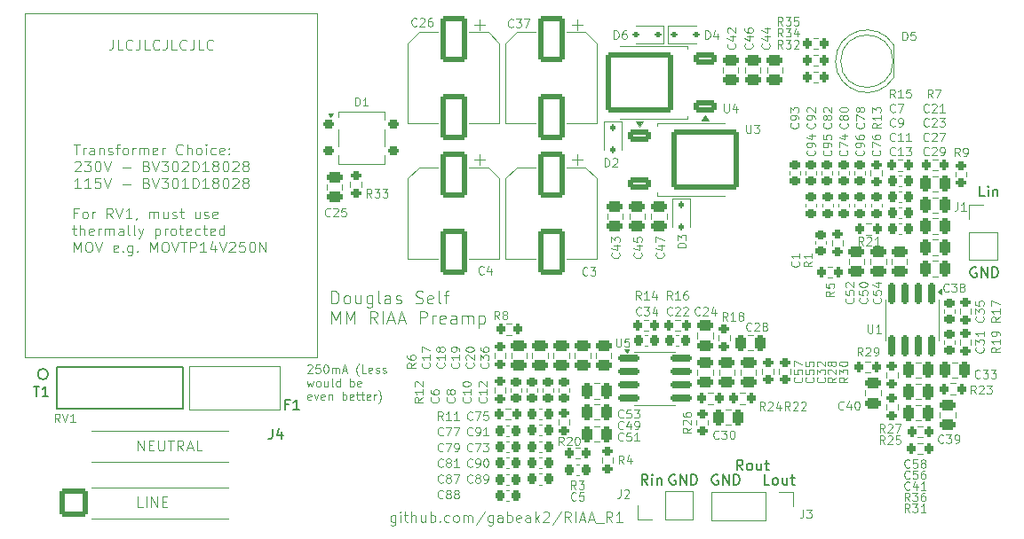
<source format=gbr>
%TF.GenerationSoftware,KiCad,Pcbnew,9.0.0*%
%TF.CreationDate,2025-04-21T22:06:35+02:00*%
%TF.ProjectId,RIAA_preamp,52494141-5f70-4726-9561-6d702e6b6963,rev?*%
%TF.SameCoordinates,Original*%
%TF.FileFunction,Legend,Top*%
%TF.FilePolarity,Positive*%
%FSLAX46Y46*%
G04 Gerber Fmt 4.6, Leading zero omitted, Abs format (unit mm)*
G04 Created by KiCad (PCBNEW 9.0.0) date 2025-04-21 22:06:35*
%MOMM*%
%LPD*%
G01*
G04 APERTURE LIST*
G04 Aperture macros list*
%AMRoundRect*
0 Rectangle with rounded corners*
0 $1 Rounding radius*
0 $2 $3 $4 $5 $6 $7 $8 $9 X,Y pos of 4 corners*
0 Add a 4 corners polygon primitive as box body*
4,1,4,$2,$3,$4,$5,$6,$7,$8,$9,$2,$3,0*
0 Add four circle primitives for the rounded corners*
1,1,$1+$1,$2,$3*
1,1,$1+$1,$4,$5*
1,1,$1+$1,$6,$7*
1,1,$1+$1,$8,$9*
0 Add four rect primitives between the rounded corners*
20,1,$1+$1,$2,$3,$4,$5,0*
20,1,$1+$1,$4,$5,$6,$7,0*
20,1,$1+$1,$6,$7,$8,$9,0*
20,1,$1+$1,$8,$9,$2,$3,0*%
G04 Aperture macros list end*
%ADD10C,0.100000*%
%ADD11C,0.120000*%
%ADD12C,0.150000*%
%ADD13C,0.200000*%
%ADD14C,1.270000*%
%ADD15C,3.200000*%
%ADD16RoundRect,0.250000X1.125000X-1.125000X1.125000X1.125000X-1.125000X1.125000X-1.125000X-1.125000X0*%
%ADD17C,2.750000*%
%ADD18O,1.700000X1.700000*%
%ADD19R,1.700000X1.700000*%
%ADD20RoundRect,0.200000X0.275000X-0.200000X0.275000X0.200000X-0.275000X0.200000X-0.275000X-0.200000X0*%
%ADD21RoundRect,0.250000X0.250000X0.475000X-0.250000X0.475000X-0.250000X-0.475000X0.250000X-0.475000X0*%
%ADD22RoundRect,0.200000X-0.275000X0.200000X-0.275000X-0.200000X0.275000X-0.200000X0.275000X0.200000X0*%
%ADD23C,5.600000*%
%ADD24RoundRect,0.150000X-0.150000X0.825000X-0.150000X-0.825000X0.150000X-0.825000X0.150000X0.825000X0*%
%ADD25RoundRect,0.225000X0.250000X-0.225000X0.250000X0.225000X-0.250000X0.225000X-0.250000X-0.225000X0*%
%ADD26RoundRect,0.250000X-0.250000X-0.475000X0.250000X-0.475000X0.250000X0.475000X-0.250000X0.475000X0*%
%ADD27RoundRect,0.200000X-0.200000X-0.275000X0.200000X-0.275000X0.200000X0.275000X-0.200000X0.275000X0*%
%ADD28RoundRect,0.225000X-0.225000X-0.250000X0.225000X-0.250000X0.225000X0.250000X-0.225000X0.250000X0*%
%ADD29RoundRect,0.112500X-0.112500X0.187500X-0.112500X-0.187500X0.112500X-0.187500X0.112500X0.187500X0*%
%ADD30RoundRect,0.225000X-0.250000X0.225000X-0.250000X-0.225000X0.250000X-0.225000X0.250000X0.225000X0*%
%ADD31RoundRect,0.250000X0.475000X-0.250000X0.475000X0.250000X-0.475000X0.250000X-0.475000X-0.250000X0*%
%ADD32RoundRect,0.225000X0.225000X0.250000X-0.225000X0.250000X-0.225000X-0.250000X0.225000X-0.250000X0*%
%ADD33RoundRect,0.250000X-0.475000X0.250000X-0.475000X-0.250000X0.475000X-0.250000X0.475000X0.250000X0*%
%ADD34RoundRect,0.250000X-1.000000X1.950000X-1.000000X-1.950000X1.000000X-1.950000X1.000000X1.950000X0*%
%ADD35RoundRect,0.200000X0.200000X0.275000X-0.200000X0.275000X-0.200000X-0.275000X0.200000X-0.275000X0*%
%ADD36C,1.800000*%
%ADD37R,1.800000X1.800000*%
%ADD38RoundRect,0.112500X-0.187500X-0.112500X0.187500X-0.112500X0.187500X0.112500X-0.187500X0.112500X0*%
%ADD39RoundRect,0.150000X-0.825000X-0.150000X0.825000X-0.150000X0.825000X0.150000X-0.825000X0.150000X0*%
%ADD40RoundRect,0.250000X0.850000X0.350000X-0.850000X0.350000X-0.850000X-0.350000X0.850000X-0.350000X0*%
%ADD41RoundRect,0.249997X2.950003X2.650003X-2.950003X2.650003X-2.950003X-2.650003X2.950003X-2.650003X0*%
%ADD42RoundRect,0.200000X-0.300000X-0.200000X0.300000X-0.200000X0.300000X0.200000X-0.300000X0.200000X0*%
%ADD43C,3.000000*%
%ADD44RoundRect,0.112500X0.187500X0.112500X-0.187500X0.112500X-0.187500X-0.112500X0.187500X-0.112500X0*%
%ADD45RoundRect,0.250000X-0.850000X-0.350000X0.850000X-0.350000X0.850000X0.350000X-0.850000X0.350000X0*%
%ADD46RoundRect,0.249997X-2.950003X-2.650003X2.950003X-2.650003X2.950003X2.650003X-2.950003X2.650003X0*%
G04 APERTURE END LIST*
D10*
X101769169Y-69661175D02*
X101807265Y-69623080D01*
X101807265Y-69623080D02*
X101883455Y-69584985D01*
X101883455Y-69584985D02*
X102073931Y-69584985D01*
X102073931Y-69584985D02*
X102150122Y-69623080D01*
X102150122Y-69623080D02*
X102188217Y-69661175D01*
X102188217Y-69661175D02*
X102226312Y-69737366D01*
X102226312Y-69737366D02*
X102226312Y-69813556D01*
X102226312Y-69813556D02*
X102188217Y-69927842D01*
X102188217Y-69927842D02*
X101731074Y-70384985D01*
X101731074Y-70384985D02*
X102226312Y-70384985D01*
X102950122Y-69584985D02*
X102569170Y-69584985D01*
X102569170Y-69584985D02*
X102531074Y-69965937D01*
X102531074Y-69965937D02*
X102569170Y-69927842D01*
X102569170Y-69927842D02*
X102645360Y-69889747D01*
X102645360Y-69889747D02*
X102835836Y-69889747D01*
X102835836Y-69889747D02*
X102912027Y-69927842D01*
X102912027Y-69927842D02*
X102950122Y-69965937D01*
X102950122Y-69965937D02*
X102988217Y-70042128D01*
X102988217Y-70042128D02*
X102988217Y-70232604D01*
X102988217Y-70232604D02*
X102950122Y-70308794D01*
X102950122Y-70308794D02*
X102912027Y-70346890D01*
X102912027Y-70346890D02*
X102835836Y-70384985D01*
X102835836Y-70384985D02*
X102645360Y-70384985D01*
X102645360Y-70384985D02*
X102569170Y-70346890D01*
X102569170Y-70346890D02*
X102531074Y-70308794D01*
X103483456Y-69584985D02*
X103559646Y-69584985D01*
X103559646Y-69584985D02*
X103635837Y-69623080D01*
X103635837Y-69623080D02*
X103673932Y-69661175D01*
X103673932Y-69661175D02*
X103712027Y-69737366D01*
X103712027Y-69737366D02*
X103750122Y-69889747D01*
X103750122Y-69889747D02*
X103750122Y-70080223D01*
X103750122Y-70080223D02*
X103712027Y-70232604D01*
X103712027Y-70232604D02*
X103673932Y-70308794D01*
X103673932Y-70308794D02*
X103635837Y-70346890D01*
X103635837Y-70346890D02*
X103559646Y-70384985D01*
X103559646Y-70384985D02*
X103483456Y-70384985D01*
X103483456Y-70384985D02*
X103407265Y-70346890D01*
X103407265Y-70346890D02*
X103369170Y-70308794D01*
X103369170Y-70308794D02*
X103331075Y-70232604D01*
X103331075Y-70232604D02*
X103292979Y-70080223D01*
X103292979Y-70080223D02*
X103292979Y-69889747D01*
X103292979Y-69889747D02*
X103331075Y-69737366D01*
X103331075Y-69737366D02*
X103369170Y-69661175D01*
X103369170Y-69661175D02*
X103407265Y-69623080D01*
X103407265Y-69623080D02*
X103483456Y-69584985D01*
X104092980Y-70384985D02*
X104092980Y-69851651D01*
X104092980Y-69927842D02*
X104131075Y-69889747D01*
X104131075Y-69889747D02*
X104207265Y-69851651D01*
X104207265Y-69851651D02*
X104321551Y-69851651D01*
X104321551Y-69851651D02*
X104397742Y-69889747D01*
X104397742Y-69889747D02*
X104435837Y-69965937D01*
X104435837Y-69965937D02*
X104435837Y-70384985D01*
X104435837Y-69965937D02*
X104473932Y-69889747D01*
X104473932Y-69889747D02*
X104550123Y-69851651D01*
X104550123Y-69851651D02*
X104664408Y-69851651D01*
X104664408Y-69851651D02*
X104740599Y-69889747D01*
X104740599Y-69889747D02*
X104778694Y-69965937D01*
X104778694Y-69965937D02*
X104778694Y-70384985D01*
X105121551Y-70156413D02*
X105502504Y-70156413D01*
X105045361Y-70384985D02*
X105312028Y-69584985D01*
X105312028Y-69584985D02*
X105578694Y-70384985D01*
X106683456Y-70689747D02*
X106645361Y-70651651D01*
X106645361Y-70651651D02*
X106569170Y-70537366D01*
X106569170Y-70537366D02*
X106531075Y-70461175D01*
X106531075Y-70461175D02*
X106492980Y-70346890D01*
X106492980Y-70346890D02*
X106454885Y-70156413D01*
X106454885Y-70156413D02*
X106454885Y-70004032D01*
X106454885Y-70004032D02*
X106492980Y-69813556D01*
X106492980Y-69813556D02*
X106531075Y-69699270D01*
X106531075Y-69699270D02*
X106569170Y-69623080D01*
X106569170Y-69623080D02*
X106645361Y-69508794D01*
X106645361Y-69508794D02*
X106683456Y-69470699D01*
X107369170Y-70384985D02*
X106988218Y-70384985D01*
X106988218Y-70384985D02*
X106988218Y-69584985D01*
X107940599Y-70346890D02*
X107864408Y-70384985D01*
X107864408Y-70384985D02*
X107712027Y-70384985D01*
X107712027Y-70384985D02*
X107635837Y-70346890D01*
X107635837Y-70346890D02*
X107597741Y-70270699D01*
X107597741Y-70270699D02*
X107597741Y-69965937D01*
X107597741Y-69965937D02*
X107635837Y-69889747D01*
X107635837Y-69889747D02*
X107712027Y-69851651D01*
X107712027Y-69851651D02*
X107864408Y-69851651D01*
X107864408Y-69851651D02*
X107940599Y-69889747D01*
X107940599Y-69889747D02*
X107978694Y-69965937D01*
X107978694Y-69965937D02*
X107978694Y-70042128D01*
X107978694Y-70042128D02*
X107597741Y-70118318D01*
X108283455Y-70346890D02*
X108359646Y-70384985D01*
X108359646Y-70384985D02*
X108512027Y-70384985D01*
X108512027Y-70384985D02*
X108588217Y-70346890D01*
X108588217Y-70346890D02*
X108626313Y-70270699D01*
X108626313Y-70270699D02*
X108626313Y-70232604D01*
X108626313Y-70232604D02*
X108588217Y-70156413D01*
X108588217Y-70156413D02*
X108512027Y-70118318D01*
X108512027Y-70118318D02*
X108397741Y-70118318D01*
X108397741Y-70118318D02*
X108321551Y-70080223D01*
X108321551Y-70080223D02*
X108283455Y-70004032D01*
X108283455Y-70004032D02*
X108283455Y-69965937D01*
X108283455Y-69965937D02*
X108321551Y-69889747D01*
X108321551Y-69889747D02*
X108397741Y-69851651D01*
X108397741Y-69851651D02*
X108512027Y-69851651D01*
X108512027Y-69851651D02*
X108588217Y-69889747D01*
X108931074Y-70346890D02*
X109007265Y-70384985D01*
X109007265Y-70384985D02*
X109159646Y-70384985D01*
X109159646Y-70384985D02*
X109235836Y-70346890D01*
X109235836Y-70346890D02*
X109273932Y-70270699D01*
X109273932Y-70270699D02*
X109273932Y-70232604D01*
X109273932Y-70232604D02*
X109235836Y-70156413D01*
X109235836Y-70156413D02*
X109159646Y-70118318D01*
X109159646Y-70118318D02*
X109045360Y-70118318D01*
X109045360Y-70118318D02*
X108969170Y-70080223D01*
X108969170Y-70080223D02*
X108931074Y-70004032D01*
X108931074Y-70004032D02*
X108931074Y-69965937D01*
X108931074Y-69965937D02*
X108969170Y-69889747D01*
X108969170Y-69889747D02*
X109045360Y-69851651D01*
X109045360Y-69851651D02*
X109159646Y-69851651D01*
X109159646Y-69851651D02*
X109235836Y-69889747D01*
X101731074Y-71139606D02*
X101883455Y-71672940D01*
X101883455Y-71672940D02*
X102035836Y-71291987D01*
X102035836Y-71291987D02*
X102188217Y-71672940D01*
X102188217Y-71672940D02*
X102340598Y-71139606D01*
X102759645Y-71672940D02*
X102683455Y-71634845D01*
X102683455Y-71634845D02*
X102645360Y-71596749D01*
X102645360Y-71596749D02*
X102607264Y-71520559D01*
X102607264Y-71520559D02*
X102607264Y-71291987D01*
X102607264Y-71291987D02*
X102645360Y-71215797D01*
X102645360Y-71215797D02*
X102683455Y-71177702D01*
X102683455Y-71177702D02*
X102759645Y-71139606D01*
X102759645Y-71139606D02*
X102873931Y-71139606D01*
X102873931Y-71139606D02*
X102950122Y-71177702D01*
X102950122Y-71177702D02*
X102988217Y-71215797D01*
X102988217Y-71215797D02*
X103026312Y-71291987D01*
X103026312Y-71291987D02*
X103026312Y-71520559D01*
X103026312Y-71520559D02*
X102988217Y-71596749D01*
X102988217Y-71596749D02*
X102950122Y-71634845D01*
X102950122Y-71634845D02*
X102873931Y-71672940D01*
X102873931Y-71672940D02*
X102759645Y-71672940D01*
X103712027Y-71139606D02*
X103712027Y-71672940D01*
X103369170Y-71139606D02*
X103369170Y-71558654D01*
X103369170Y-71558654D02*
X103407265Y-71634845D01*
X103407265Y-71634845D02*
X103483455Y-71672940D01*
X103483455Y-71672940D02*
X103597741Y-71672940D01*
X103597741Y-71672940D02*
X103673932Y-71634845D01*
X103673932Y-71634845D02*
X103712027Y-71596749D01*
X104207265Y-71672940D02*
X104131075Y-71634845D01*
X104131075Y-71634845D02*
X104092980Y-71558654D01*
X104092980Y-71558654D02*
X104092980Y-70872940D01*
X104854885Y-71672940D02*
X104854885Y-70872940D01*
X104854885Y-71634845D02*
X104778694Y-71672940D01*
X104778694Y-71672940D02*
X104626313Y-71672940D01*
X104626313Y-71672940D02*
X104550123Y-71634845D01*
X104550123Y-71634845D02*
X104512028Y-71596749D01*
X104512028Y-71596749D02*
X104473932Y-71520559D01*
X104473932Y-71520559D02*
X104473932Y-71291987D01*
X104473932Y-71291987D02*
X104512028Y-71215797D01*
X104512028Y-71215797D02*
X104550123Y-71177702D01*
X104550123Y-71177702D02*
X104626313Y-71139606D01*
X104626313Y-71139606D02*
X104778694Y-71139606D01*
X104778694Y-71139606D02*
X104854885Y-71177702D01*
X105845362Y-71672940D02*
X105845362Y-70872940D01*
X105845362Y-71177702D02*
X105921552Y-71139606D01*
X105921552Y-71139606D02*
X106073933Y-71139606D01*
X106073933Y-71139606D02*
X106150124Y-71177702D01*
X106150124Y-71177702D02*
X106188219Y-71215797D01*
X106188219Y-71215797D02*
X106226314Y-71291987D01*
X106226314Y-71291987D02*
X106226314Y-71520559D01*
X106226314Y-71520559D02*
X106188219Y-71596749D01*
X106188219Y-71596749D02*
X106150124Y-71634845D01*
X106150124Y-71634845D02*
X106073933Y-71672940D01*
X106073933Y-71672940D02*
X105921552Y-71672940D01*
X105921552Y-71672940D02*
X105845362Y-71634845D01*
X106873934Y-71634845D02*
X106797743Y-71672940D01*
X106797743Y-71672940D02*
X106645362Y-71672940D01*
X106645362Y-71672940D02*
X106569172Y-71634845D01*
X106569172Y-71634845D02*
X106531076Y-71558654D01*
X106531076Y-71558654D02*
X106531076Y-71253892D01*
X106531076Y-71253892D02*
X106569172Y-71177702D01*
X106569172Y-71177702D02*
X106645362Y-71139606D01*
X106645362Y-71139606D02*
X106797743Y-71139606D01*
X106797743Y-71139606D02*
X106873934Y-71177702D01*
X106873934Y-71177702D02*
X106912029Y-71253892D01*
X106912029Y-71253892D02*
X106912029Y-71330083D01*
X106912029Y-71330083D02*
X106531076Y-71406273D01*
X102112027Y-72922800D02*
X102035836Y-72960895D01*
X102035836Y-72960895D02*
X101883455Y-72960895D01*
X101883455Y-72960895D02*
X101807265Y-72922800D01*
X101807265Y-72922800D02*
X101769169Y-72846609D01*
X101769169Y-72846609D02*
X101769169Y-72541847D01*
X101769169Y-72541847D02*
X101807265Y-72465657D01*
X101807265Y-72465657D02*
X101883455Y-72427561D01*
X101883455Y-72427561D02*
X102035836Y-72427561D01*
X102035836Y-72427561D02*
X102112027Y-72465657D01*
X102112027Y-72465657D02*
X102150122Y-72541847D01*
X102150122Y-72541847D02*
X102150122Y-72618038D01*
X102150122Y-72618038D02*
X101769169Y-72694228D01*
X102416788Y-72427561D02*
X102607264Y-72960895D01*
X102607264Y-72960895D02*
X102797741Y-72427561D01*
X103407265Y-72922800D02*
X103331074Y-72960895D01*
X103331074Y-72960895D02*
X103178693Y-72960895D01*
X103178693Y-72960895D02*
X103102503Y-72922800D01*
X103102503Y-72922800D02*
X103064407Y-72846609D01*
X103064407Y-72846609D02*
X103064407Y-72541847D01*
X103064407Y-72541847D02*
X103102503Y-72465657D01*
X103102503Y-72465657D02*
X103178693Y-72427561D01*
X103178693Y-72427561D02*
X103331074Y-72427561D01*
X103331074Y-72427561D02*
X103407265Y-72465657D01*
X103407265Y-72465657D02*
X103445360Y-72541847D01*
X103445360Y-72541847D02*
X103445360Y-72618038D01*
X103445360Y-72618038D02*
X103064407Y-72694228D01*
X103788217Y-72427561D02*
X103788217Y-72960895D01*
X103788217Y-72503752D02*
X103826312Y-72465657D01*
X103826312Y-72465657D02*
X103902502Y-72427561D01*
X103902502Y-72427561D02*
X104016788Y-72427561D01*
X104016788Y-72427561D02*
X104092979Y-72465657D01*
X104092979Y-72465657D02*
X104131074Y-72541847D01*
X104131074Y-72541847D02*
X104131074Y-72960895D01*
X105121551Y-72960895D02*
X105121551Y-72160895D01*
X105121551Y-72465657D02*
X105197741Y-72427561D01*
X105197741Y-72427561D02*
X105350122Y-72427561D01*
X105350122Y-72427561D02*
X105426313Y-72465657D01*
X105426313Y-72465657D02*
X105464408Y-72503752D01*
X105464408Y-72503752D02*
X105502503Y-72579942D01*
X105502503Y-72579942D02*
X105502503Y-72808514D01*
X105502503Y-72808514D02*
X105464408Y-72884704D01*
X105464408Y-72884704D02*
X105426313Y-72922800D01*
X105426313Y-72922800D02*
X105350122Y-72960895D01*
X105350122Y-72960895D02*
X105197741Y-72960895D01*
X105197741Y-72960895D02*
X105121551Y-72922800D01*
X106150123Y-72922800D02*
X106073932Y-72960895D01*
X106073932Y-72960895D02*
X105921551Y-72960895D01*
X105921551Y-72960895D02*
X105845361Y-72922800D01*
X105845361Y-72922800D02*
X105807265Y-72846609D01*
X105807265Y-72846609D02*
X105807265Y-72541847D01*
X105807265Y-72541847D02*
X105845361Y-72465657D01*
X105845361Y-72465657D02*
X105921551Y-72427561D01*
X105921551Y-72427561D02*
X106073932Y-72427561D01*
X106073932Y-72427561D02*
X106150123Y-72465657D01*
X106150123Y-72465657D02*
X106188218Y-72541847D01*
X106188218Y-72541847D02*
X106188218Y-72618038D01*
X106188218Y-72618038D02*
X105807265Y-72694228D01*
X106416789Y-72427561D02*
X106721551Y-72427561D01*
X106531075Y-72160895D02*
X106531075Y-72846609D01*
X106531075Y-72846609D02*
X106569170Y-72922800D01*
X106569170Y-72922800D02*
X106645360Y-72960895D01*
X106645360Y-72960895D02*
X106721551Y-72960895D01*
X106873932Y-72427561D02*
X107178694Y-72427561D01*
X106988218Y-72160895D02*
X106988218Y-72846609D01*
X106988218Y-72846609D02*
X107026313Y-72922800D01*
X107026313Y-72922800D02*
X107102503Y-72960895D01*
X107102503Y-72960895D02*
X107178694Y-72960895D01*
X107750123Y-72922800D02*
X107673932Y-72960895D01*
X107673932Y-72960895D02*
X107521551Y-72960895D01*
X107521551Y-72960895D02*
X107445361Y-72922800D01*
X107445361Y-72922800D02*
X107407265Y-72846609D01*
X107407265Y-72846609D02*
X107407265Y-72541847D01*
X107407265Y-72541847D02*
X107445361Y-72465657D01*
X107445361Y-72465657D02*
X107521551Y-72427561D01*
X107521551Y-72427561D02*
X107673932Y-72427561D01*
X107673932Y-72427561D02*
X107750123Y-72465657D01*
X107750123Y-72465657D02*
X107788218Y-72541847D01*
X107788218Y-72541847D02*
X107788218Y-72618038D01*
X107788218Y-72618038D02*
X107407265Y-72694228D01*
X108131075Y-72960895D02*
X108131075Y-72427561D01*
X108131075Y-72579942D02*
X108169170Y-72503752D01*
X108169170Y-72503752D02*
X108207265Y-72465657D01*
X108207265Y-72465657D02*
X108283456Y-72427561D01*
X108283456Y-72427561D02*
X108359646Y-72427561D01*
X108550122Y-73265657D02*
X108588217Y-73227561D01*
X108588217Y-73227561D02*
X108664408Y-73113276D01*
X108664408Y-73113276D02*
X108702503Y-73037085D01*
X108702503Y-73037085D02*
X108740598Y-72922800D01*
X108740598Y-72922800D02*
X108778694Y-72732323D01*
X108778694Y-72732323D02*
X108778694Y-72579942D01*
X108778694Y-72579942D02*
X108740598Y-72389466D01*
X108740598Y-72389466D02*
X108702503Y-72275180D01*
X108702503Y-72275180D02*
X108664408Y-72198990D01*
X108664408Y-72198990D02*
X108588217Y-72084704D01*
X108588217Y-72084704D02*
X108550122Y-72046609D01*
X83217598Y-38535419D02*
X83217598Y-39249704D01*
X83217598Y-39249704D02*
X83169979Y-39392561D01*
X83169979Y-39392561D02*
X83074741Y-39487800D01*
X83074741Y-39487800D02*
X82931884Y-39535419D01*
X82931884Y-39535419D02*
X82836646Y-39535419D01*
X84169979Y-39535419D02*
X83693789Y-39535419D01*
X83693789Y-39535419D02*
X83693789Y-38535419D01*
X85074741Y-39440180D02*
X85027122Y-39487800D01*
X85027122Y-39487800D02*
X84884265Y-39535419D01*
X84884265Y-39535419D02*
X84789027Y-39535419D01*
X84789027Y-39535419D02*
X84646170Y-39487800D01*
X84646170Y-39487800D02*
X84550932Y-39392561D01*
X84550932Y-39392561D02*
X84503313Y-39297323D01*
X84503313Y-39297323D02*
X84455694Y-39106847D01*
X84455694Y-39106847D02*
X84455694Y-38963990D01*
X84455694Y-38963990D02*
X84503313Y-38773514D01*
X84503313Y-38773514D02*
X84550932Y-38678276D01*
X84550932Y-38678276D02*
X84646170Y-38583038D01*
X84646170Y-38583038D02*
X84789027Y-38535419D01*
X84789027Y-38535419D02*
X84884265Y-38535419D01*
X84884265Y-38535419D02*
X85027122Y-38583038D01*
X85027122Y-38583038D02*
X85074741Y-38630657D01*
X85789027Y-38535419D02*
X85789027Y-39249704D01*
X85789027Y-39249704D02*
X85741408Y-39392561D01*
X85741408Y-39392561D02*
X85646170Y-39487800D01*
X85646170Y-39487800D02*
X85503313Y-39535419D01*
X85503313Y-39535419D02*
X85408075Y-39535419D01*
X86741408Y-39535419D02*
X86265218Y-39535419D01*
X86265218Y-39535419D02*
X86265218Y-38535419D01*
X87646170Y-39440180D02*
X87598551Y-39487800D01*
X87598551Y-39487800D02*
X87455694Y-39535419D01*
X87455694Y-39535419D02*
X87360456Y-39535419D01*
X87360456Y-39535419D02*
X87217599Y-39487800D01*
X87217599Y-39487800D02*
X87122361Y-39392561D01*
X87122361Y-39392561D02*
X87074742Y-39297323D01*
X87074742Y-39297323D02*
X87027123Y-39106847D01*
X87027123Y-39106847D02*
X87027123Y-38963990D01*
X87027123Y-38963990D02*
X87074742Y-38773514D01*
X87074742Y-38773514D02*
X87122361Y-38678276D01*
X87122361Y-38678276D02*
X87217599Y-38583038D01*
X87217599Y-38583038D02*
X87360456Y-38535419D01*
X87360456Y-38535419D02*
X87455694Y-38535419D01*
X87455694Y-38535419D02*
X87598551Y-38583038D01*
X87598551Y-38583038D02*
X87646170Y-38630657D01*
X88360456Y-38535419D02*
X88360456Y-39249704D01*
X88360456Y-39249704D02*
X88312837Y-39392561D01*
X88312837Y-39392561D02*
X88217599Y-39487800D01*
X88217599Y-39487800D02*
X88074742Y-39535419D01*
X88074742Y-39535419D02*
X87979504Y-39535419D01*
X89312837Y-39535419D02*
X88836647Y-39535419D01*
X88836647Y-39535419D02*
X88836647Y-38535419D01*
X90217599Y-39440180D02*
X90169980Y-39487800D01*
X90169980Y-39487800D02*
X90027123Y-39535419D01*
X90027123Y-39535419D02*
X89931885Y-39535419D01*
X89931885Y-39535419D02*
X89789028Y-39487800D01*
X89789028Y-39487800D02*
X89693790Y-39392561D01*
X89693790Y-39392561D02*
X89646171Y-39297323D01*
X89646171Y-39297323D02*
X89598552Y-39106847D01*
X89598552Y-39106847D02*
X89598552Y-38963990D01*
X89598552Y-38963990D02*
X89646171Y-38773514D01*
X89646171Y-38773514D02*
X89693790Y-38678276D01*
X89693790Y-38678276D02*
X89789028Y-38583038D01*
X89789028Y-38583038D02*
X89931885Y-38535419D01*
X89931885Y-38535419D02*
X90027123Y-38535419D01*
X90027123Y-38535419D02*
X90169980Y-38583038D01*
X90169980Y-38583038D02*
X90217599Y-38630657D01*
X90931885Y-38535419D02*
X90931885Y-39249704D01*
X90931885Y-39249704D02*
X90884266Y-39392561D01*
X90884266Y-39392561D02*
X90789028Y-39487800D01*
X90789028Y-39487800D02*
X90646171Y-39535419D01*
X90646171Y-39535419D02*
X90550933Y-39535419D01*
X91884266Y-39535419D02*
X91408076Y-39535419D01*
X91408076Y-39535419D02*
X91408076Y-38535419D01*
X92789028Y-39440180D02*
X92741409Y-39487800D01*
X92741409Y-39487800D02*
X92598552Y-39535419D01*
X92598552Y-39535419D02*
X92503314Y-39535419D01*
X92503314Y-39535419D02*
X92360457Y-39487800D01*
X92360457Y-39487800D02*
X92265219Y-39392561D01*
X92265219Y-39392561D02*
X92217600Y-39297323D01*
X92217600Y-39297323D02*
X92169981Y-39106847D01*
X92169981Y-39106847D02*
X92169981Y-38963990D01*
X92169981Y-38963990D02*
X92217600Y-38773514D01*
X92217600Y-38773514D02*
X92265219Y-38678276D01*
X92265219Y-38678276D02*
X92360457Y-38583038D01*
X92360457Y-38583038D02*
X92503314Y-38535419D01*
X92503314Y-38535419D02*
X92598552Y-38535419D01*
X92598552Y-38535419D02*
X92741409Y-38583038D01*
X92741409Y-38583038D02*
X92789028Y-38630657D01*
X79836217Y-55095721D02*
X79502884Y-55095721D01*
X79502884Y-55619531D02*
X79502884Y-54619531D01*
X79502884Y-54619531D02*
X79979074Y-54619531D01*
X80502884Y-55619531D02*
X80407646Y-55571912D01*
X80407646Y-55571912D02*
X80360027Y-55524292D01*
X80360027Y-55524292D02*
X80312408Y-55429054D01*
X80312408Y-55429054D02*
X80312408Y-55143340D01*
X80312408Y-55143340D02*
X80360027Y-55048102D01*
X80360027Y-55048102D02*
X80407646Y-55000483D01*
X80407646Y-55000483D02*
X80502884Y-54952864D01*
X80502884Y-54952864D02*
X80645741Y-54952864D01*
X80645741Y-54952864D02*
X80740979Y-55000483D01*
X80740979Y-55000483D02*
X80788598Y-55048102D01*
X80788598Y-55048102D02*
X80836217Y-55143340D01*
X80836217Y-55143340D02*
X80836217Y-55429054D01*
X80836217Y-55429054D02*
X80788598Y-55524292D01*
X80788598Y-55524292D02*
X80740979Y-55571912D01*
X80740979Y-55571912D02*
X80645741Y-55619531D01*
X80645741Y-55619531D02*
X80502884Y-55619531D01*
X81264789Y-55619531D02*
X81264789Y-54952864D01*
X81264789Y-55143340D02*
X81312408Y-55048102D01*
X81312408Y-55048102D02*
X81360027Y-55000483D01*
X81360027Y-55000483D02*
X81455265Y-54952864D01*
X81455265Y-54952864D02*
X81550503Y-54952864D01*
X83217170Y-55619531D02*
X82883837Y-55143340D01*
X82645742Y-55619531D02*
X82645742Y-54619531D01*
X82645742Y-54619531D02*
X83026694Y-54619531D01*
X83026694Y-54619531D02*
X83121932Y-54667150D01*
X83121932Y-54667150D02*
X83169551Y-54714769D01*
X83169551Y-54714769D02*
X83217170Y-54810007D01*
X83217170Y-54810007D02*
X83217170Y-54952864D01*
X83217170Y-54952864D02*
X83169551Y-55048102D01*
X83169551Y-55048102D02*
X83121932Y-55095721D01*
X83121932Y-55095721D02*
X83026694Y-55143340D01*
X83026694Y-55143340D02*
X82645742Y-55143340D01*
X83502885Y-54619531D02*
X83836218Y-55619531D01*
X83836218Y-55619531D02*
X84169551Y-54619531D01*
X85026694Y-55619531D02*
X84455266Y-55619531D01*
X84740980Y-55619531D02*
X84740980Y-54619531D01*
X84740980Y-54619531D02*
X84645742Y-54762388D01*
X84645742Y-54762388D02*
X84550504Y-54857626D01*
X84550504Y-54857626D02*
X84455266Y-54905245D01*
X85502885Y-55571912D02*
X85502885Y-55619531D01*
X85502885Y-55619531D02*
X85455266Y-55714769D01*
X85455266Y-55714769D02*
X85407647Y-55762388D01*
X86693361Y-55619531D02*
X86693361Y-54952864D01*
X86693361Y-55048102D02*
X86740980Y-55000483D01*
X86740980Y-55000483D02*
X86836218Y-54952864D01*
X86836218Y-54952864D02*
X86979075Y-54952864D01*
X86979075Y-54952864D02*
X87074313Y-55000483D01*
X87074313Y-55000483D02*
X87121932Y-55095721D01*
X87121932Y-55095721D02*
X87121932Y-55619531D01*
X87121932Y-55095721D02*
X87169551Y-55000483D01*
X87169551Y-55000483D02*
X87264789Y-54952864D01*
X87264789Y-54952864D02*
X87407646Y-54952864D01*
X87407646Y-54952864D02*
X87502885Y-55000483D01*
X87502885Y-55000483D02*
X87550504Y-55095721D01*
X87550504Y-55095721D02*
X87550504Y-55619531D01*
X88455265Y-54952864D02*
X88455265Y-55619531D01*
X88026694Y-54952864D02*
X88026694Y-55476673D01*
X88026694Y-55476673D02*
X88074313Y-55571912D01*
X88074313Y-55571912D02*
X88169551Y-55619531D01*
X88169551Y-55619531D02*
X88312408Y-55619531D01*
X88312408Y-55619531D02*
X88407646Y-55571912D01*
X88407646Y-55571912D02*
X88455265Y-55524292D01*
X88883837Y-55571912D02*
X88979075Y-55619531D01*
X88979075Y-55619531D02*
X89169551Y-55619531D01*
X89169551Y-55619531D02*
X89264789Y-55571912D01*
X89264789Y-55571912D02*
X89312408Y-55476673D01*
X89312408Y-55476673D02*
X89312408Y-55429054D01*
X89312408Y-55429054D02*
X89264789Y-55333816D01*
X89264789Y-55333816D02*
X89169551Y-55286197D01*
X89169551Y-55286197D02*
X89026694Y-55286197D01*
X89026694Y-55286197D02*
X88931456Y-55238578D01*
X88931456Y-55238578D02*
X88883837Y-55143340D01*
X88883837Y-55143340D02*
X88883837Y-55095721D01*
X88883837Y-55095721D02*
X88931456Y-55000483D01*
X88931456Y-55000483D02*
X89026694Y-54952864D01*
X89026694Y-54952864D02*
X89169551Y-54952864D01*
X89169551Y-54952864D02*
X89264789Y-55000483D01*
X89598123Y-54952864D02*
X89979075Y-54952864D01*
X89740980Y-54619531D02*
X89740980Y-55476673D01*
X89740980Y-55476673D02*
X89788599Y-55571912D01*
X89788599Y-55571912D02*
X89883837Y-55619531D01*
X89883837Y-55619531D02*
X89979075Y-55619531D01*
X91502885Y-54952864D02*
X91502885Y-55619531D01*
X91074314Y-54952864D02*
X91074314Y-55476673D01*
X91074314Y-55476673D02*
X91121933Y-55571912D01*
X91121933Y-55571912D02*
X91217171Y-55619531D01*
X91217171Y-55619531D02*
X91360028Y-55619531D01*
X91360028Y-55619531D02*
X91455266Y-55571912D01*
X91455266Y-55571912D02*
X91502885Y-55524292D01*
X91931457Y-55571912D02*
X92026695Y-55619531D01*
X92026695Y-55619531D02*
X92217171Y-55619531D01*
X92217171Y-55619531D02*
X92312409Y-55571912D01*
X92312409Y-55571912D02*
X92360028Y-55476673D01*
X92360028Y-55476673D02*
X92360028Y-55429054D01*
X92360028Y-55429054D02*
X92312409Y-55333816D01*
X92312409Y-55333816D02*
X92217171Y-55286197D01*
X92217171Y-55286197D02*
X92074314Y-55286197D01*
X92074314Y-55286197D02*
X91979076Y-55238578D01*
X91979076Y-55238578D02*
X91931457Y-55143340D01*
X91931457Y-55143340D02*
X91931457Y-55095721D01*
X91931457Y-55095721D02*
X91979076Y-55000483D01*
X91979076Y-55000483D02*
X92074314Y-54952864D01*
X92074314Y-54952864D02*
X92217171Y-54952864D01*
X92217171Y-54952864D02*
X92312409Y-55000483D01*
X93169552Y-55571912D02*
X93074314Y-55619531D01*
X93074314Y-55619531D02*
X92883838Y-55619531D01*
X92883838Y-55619531D02*
X92788600Y-55571912D01*
X92788600Y-55571912D02*
X92740981Y-55476673D01*
X92740981Y-55476673D02*
X92740981Y-55095721D01*
X92740981Y-55095721D02*
X92788600Y-55000483D01*
X92788600Y-55000483D02*
X92883838Y-54952864D01*
X92883838Y-54952864D02*
X93074314Y-54952864D01*
X93074314Y-54952864D02*
X93169552Y-55000483D01*
X93169552Y-55000483D02*
X93217171Y-55095721D01*
X93217171Y-55095721D02*
X93217171Y-55190959D01*
X93217171Y-55190959D02*
X92740981Y-55286197D01*
X79360027Y-56562808D02*
X79740979Y-56562808D01*
X79502884Y-56229475D02*
X79502884Y-57086617D01*
X79502884Y-57086617D02*
X79550503Y-57181856D01*
X79550503Y-57181856D02*
X79645741Y-57229475D01*
X79645741Y-57229475D02*
X79740979Y-57229475D01*
X80074313Y-57229475D02*
X80074313Y-56229475D01*
X80502884Y-57229475D02*
X80502884Y-56705665D01*
X80502884Y-56705665D02*
X80455265Y-56610427D01*
X80455265Y-56610427D02*
X80360027Y-56562808D01*
X80360027Y-56562808D02*
X80217170Y-56562808D01*
X80217170Y-56562808D02*
X80121932Y-56610427D01*
X80121932Y-56610427D02*
X80074313Y-56658046D01*
X81360027Y-57181856D02*
X81264789Y-57229475D01*
X81264789Y-57229475D02*
X81074313Y-57229475D01*
X81074313Y-57229475D02*
X80979075Y-57181856D01*
X80979075Y-57181856D02*
X80931456Y-57086617D01*
X80931456Y-57086617D02*
X80931456Y-56705665D01*
X80931456Y-56705665D02*
X80979075Y-56610427D01*
X80979075Y-56610427D02*
X81074313Y-56562808D01*
X81074313Y-56562808D02*
X81264789Y-56562808D01*
X81264789Y-56562808D02*
X81360027Y-56610427D01*
X81360027Y-56610427D02*
X81407646Y-56705665D01*
X81407646Y-56705665D02*
X81407646Y-56800903D01*
X81407646Y-56800903D02*
X80931456Y-56896141D01*
X81836218Y-57229475D02*
X81836218Y-56562808D01*
X81836218Y-56753284D02*
X81883837Y-56658046D01*
X81883837Y-56658046D02*
X81931456Y-56610427D01*
X81931456Y-56610427D02*
X82026694Y-56562808D01*
X82026694Y-56562808D02*
X82121932Y-56562808D01*
X82455266Y-57229475D02*
X82455266Y-56562808D01*
X82455266Y-56658046D02*
X82502885Y-56610427D01*
X82502885Y-56610427D02*
X82598123Y-56562808D01*
X82598123Y-56562808D02*
X82740980Y-56562808D01*
X82740980Y-56562808D02*
X82836218Y-56610427D01*
X82836218Y-56610427D02*
X82883837Y-56705665D01*
X82883837Y-56705665D02*
X82883837Y-57229475D01*
X82883837Y-56705665D02*
X82931456Y-56610427D01*
X82931456Y-56610427D02*
X83026694Y-56562808D01*
X83026694Y-56562808D02*
X83169551Y-56562808D01*
X83169551Y-56562808D02*
X83264790Y-56610427D01*
X83264790Y-56610427D02*
X83312409Y-56705665D01*
X83312409Y-56705665D02*
X83312409Y-57229475D01*
X84217170Y-57229475D02*
X84217170Y-56705665D01*
X84217170Y-56705665D02*
X84169551Y-56610427D01*
X84169551Y-56610427D02*
X84074313Y-56562808D01*
X84074313Y-56562808D02*
X83883837Y-56562808D01*
X83883837Y-56562808D02*
X83788599Y-56610427D01*
X84217170Y-57181856D02*
X84121932Y-57229475D01*
X84121932Y-57229475D02*
X83883837Y-57229475D01*
X83883837Y-57229475D02*
X83788599Y-57181856D01*
X83788599Y-57181856D02*
X83740980Y-57086617D01*
X83740980Y-57086617D02*
X83740980Y-56991379D01*
X83740980Y-56991379D02*
X83788599Y-56896141D01*
X83788599Y-56896141D02*
X83883837Y-56848522D01*
X83883837Y-56848522D02*
X84121932Y-56848522D01*
X84121932Y-56848522D02*
X84217170Y-56800903D01*
X84836218Y-57229475D02*
X84740980Y-57181856D01*
X84740980Y-57181856D02*
X84693361Y-57086617D01*
X84693361Y-57086617D02*
X84693361Y-56229475D01*
X85360028Y-57229475D02*
X85264790Y-57181856D01*
X85264790Y-57181856D02*
X85217171Y-57086617D01*
X85217171Y-57086617D02*
X85217171Y-56229475D01*
X85645743Y-56562808D02*
X85883838Y-57229475D01*
X86121933Y-56562808D02*
X85883838Y-57229475D01*
X85883838Y-57229475D02*
X85788600Y-57467570D01*
X85788600Y-57467570D02*
X85740981Y-57515189D01*
X85740981Y-57515189D02*
X85645743Y-57562808D01*
X87264791Y-56562808D02*
X87264791Y-57562808D01*
X87264791Y-56610427D02*
X87360029Y-56562808D01*
X87360029Y-56562808D02*
X87550505Y-56562808D01*
X87550505Y-56562808D02*
X87645743Y-56610427D01*
X87645743Y-56610427D02*
X87693362Y-56658046D01*
X87693362Y-56658046D02*
X87740981Y-56753284D01*
X87740981Y-56753284D02*
X87740981Y-57038998D01*
X87740981Y-57038998D02*
X87693362Y-57134236D01*
X87693362Y-57134236D02*
X87645743Y-57181856D01*
X87645743Y-57181856D02*
X87550505Y-57229475D01*
X87550505Y-57229475D02*
X87360029Y-57229475D01*
X87360029Y-57229475D02*
X87264791Y-57181856D01*
X88169553Y-57229475D02*
X88169553Y-56562808D01*
X88169553Y-56753284D02*
X88217172Y-56658046D01*
X88217172Y-56658046D02*
X88264791Y-56610427D01*
X88264791Y-56610427D02*
X88360029Y-56562808D01*
X88360029Y-56562808D02*
X88455267Y-56562808D01*
X88931458Y-57229475D02*
X88836220Y-57181856D01*
X88836220Y-57181856D02*
X88788601Y-57134236D01*
X88788601Y-57134236D02*
X88740982Y-57038998D01*
X88740982Y-57038998D02*
X88740982Y-56753284D01*
X88740982Y-56753284D02*
X88788601Y-56658046D01*
X88788601Y-56658046D02*
X88836220Y-56610427D01*
X88836220Y-56610427D02*
X88931458Y-56562808D01*
X88931458Y-56562808D02*
X89074315Y-56562808D01*
X89074315Y-56562808D02*
X89169553Y-56610427D01*
X89169553Y-56610427D02*
X89217172Y-56658046D01*
X89217172Y-56658046D02*
X89264791Y-56753284D01*
X89264791Y-56753284D02*
X89264791Y-57038998D01*
X89264791Y-57038998D02*
X89217172Y-57134236D01*
X89217172Y-57134236D02*
X89169553Y-57181856D01*
X89169553Y-57181856D02*
X89074315Y-57229475D01*
X89074315Y-57229475D02*
X88931458Y-57229475D01*
X89550506Y-56562808D02*
X89931458Y-56562808D01*
X89693363Y-56229475D02*
X89693363Y-57086617D01*
X89693363Y-57086617D02*
X89740982Y-57181856D01*
X89740982Y-57181856D02*
X89836220Y-57229475D01*
X89836220Y-57229475D02*
X89931458Y-57229475D01*
X90645744Y-57181856D02*
X90550506Y-57229475D01*
X90550506Y-57229475D02*
X90360030Y-57229475D01*
X90360030Y-57229475D02*
X90264792Y-57181856D01*
X90264792Y-57181856D02*
X90217173Y-57086617D01*
X90217173Y-57086617D02*
X90217173Y-56705665D01*
X90217173Y-56705665D02*
X90264792Y-56610427D01*
X90264792Y-56610427D02*
X90360030Y-56562808D01*
X90360030Y-56562808D02*
X90550506Y-56562808D01*
X90550506Y-56562808D02*
X90645744Y-56610427D01*
X90645744Y-56610427D02*
X90693363Y-56705665D01*
X90693363Y-56705665D02*
X90693363Y-56800903D01*
X90693363Y-56800903D02*
X90217173Y-56896141D01*
X91550506Y-57181856D02*
X91455268Y-57229475D01*
X91455268Y-57229475D02*
X91264792Y-57229475D01*
X91264792Y-57229475D02*
X91169554Y-57181856D01*
X91169554Y-57181856D02*
X91121935Y-57134236D01*
X91121935Y-57134236D02*
X91074316Y-57038998D01*
X91074316Y-57038998D02*
X91074316Y-56753284D01*
X91074316Y-56753284D02*
X91121935Y-56658046D01*
X91121935Y-56658046D02*
X91169554Y-56610427D01*
X91169554Y-56610427D02*
X91264792Y-56562808D01*
X91264792Y-56562808D02*
X91455268Y-56562808D01*
X91455268Y-56562808D02*
X91550506Y-56610427D01*
X91836221Y-56562808D02*
X92217173Y-56562808D01*
X91979078Y-56229475D02*
X91979078Y-57086617D01*
X91979078Y-57086617D02*
X92026697Y-57181856D01*
X92026697Y-57181856D02*
X92121935Y-57229475D01*
X92121935Y-57229475D02*
X92217173Y-57229475D01*
X92931459Y-57181856D02*
X92836221Y-57229475D01*
X92836221Y-57229475D02*
X92645745Y-57229475D01*
X92645745Y-57229475D02*
X92550507Y-57181856D01*
X92550507Y-57181856D02*
X92502888Y-57086617D01*
X92502888Y-57086617D02*
X92502888Y-56705665D01*
X92502888Y-56705665D02*
X92550507Y-56610427D01*
X92550507Y-56610427D02*
X92645745Y-56562808D01*
X92645745Y-56562808D02*
X92836221Y-56562808D01*
X92836221Y-56562808D02*
X92931459Y-56610427D01*
X92931459Y-56610427D02*
X92979078Y-56705665D01*
X92979078Y-56705665D02*
X92979078Y-56800903D01*
X92979078Y-56800903D02*
X92502888Y-56896141D01*
X93836221Y-57229475D02*
X93836221Y-56229475D01*
X93836221Y-57181856D02*
X93740983Y-57229475D01*
X93740983Y-57229475D02*
X93550507Y-57229475D01*
X93550507Y-57229475D02*
X93455269Y-57181856D01*
X93455269Y-57181856D02*
X93407650Y-57134236D01*
X93407650Y-57134236D02*
X93360031Y-57038998D01*
X93360031Y-57038998D02*
X93360031Y-56753284D01*
X93360031Y-56753284D02*
X93407650Y-56658046D01*
X93407650Y-56658046D02*
X93455269Y-56610427D01*
X93455269Y-56610427D02*
X93550507Y-56562808D01*
X93550507Y-56562808D02*
X93740983Y-56562808D01*
X93740983Y-56562808D02*
X93836221Y-56610427D01*
X79502884Y-58839419D02*
X79502884Y-57839419D01*
X79502884Y-57839419D02*
X79836217Y-58553704D01*
X79836217Y-58553704D02*
X80169550Y-57839419D01*
X80169550Y-57839419D02*
X80169550Y-58839419D01*
X80836217Y-57839419D02*
X81026693Y-57839419D01*
X81026693Y-57839419D02*
X81121931Y-57887038D01*
X81121931Y-57887038D02*
X81217169Y-57982276D01*
X81217169Y-57982276D02*
X81264788Y-58172752D01*
X81264788Y-58172752D02*
X81264788Y-58506085D01*
X81264788Y-58506085D02*
X81217169Y-58696561D01*
X81217169Y-58696561D02*
X81121931Y-58791800D01*
X81121931Y-58791800D02*
X81026693Y-58839419D01*
X81026693Y-58839419D02*
X80836217Y-58839419D01*
X80836217Y-58839419D02*
X80740979Y-58791800D01*
X80740979Y-58791800D02*
X80645741Y-58696561D01*
X80645741Y-58696561D02*
X80598122Y-58506085D01*
X80598122Y-58506085D02*
X80598122Y-58172752D01*
X80598122Y-58172752D02*
X80645741Y-57982276D01*
X80645741Y-57982276D02*
X80740979Y-57887038D01*
X80740979Y-57887038D02*
X80836217Y-57839419D01*
X81550503Y-57839419D02*
X81883836Y-58839419D01*
X81883836Y-58839419D02*
X82217169Y-57839419D01*
X83693360Y-58791800D02*
X83598122Y-58839419D01*
X83598122Y-58839419D02*
X83407646Y-58839419D01*
X83407646Y-58839419D02*
X83312408Y-58791800D01*
X83312408Y-58791800D02*
X83264789Y-58696561D01*
X83264789Y-58696561D02*
X83264789Y-58315609D01*
X83264789Y-58315609D02*
X83312408Y-58220371D01*
X83312408Y-58220371D02*
X83407646Y-58172752D01*
X83407646Y-58172752D02*
X83598122Y-58172752D01*
X83598122Y-58172752D02*
X83693360Y-58220371D01*
X83693360Y-58220371D02*
X83740979Y-58315609D01*
X83740979Y-58315609D02*
X83740979Y-58410847D01*
X83740979Y-58410847D02*
X83264789Y-58506085D01*
X84169551Y-58744180D02*
X84217170Y-58791800D01*
X84217170Y-58791800D02*
X84169551Y-58839419D01*
X84169551Y-58839419D02*
X84121932Y-58791800D01*
X84121932Y-58791800D02*
X84169551Y-58744180D01*
X84169551Y-58744180D02*
X84169551Y-58839419D01*
X85074312Y-58172752D02*
X85074312Y-58982276D01*
X85074312Y-58982276D02*
X85026693Y-59077514D01*
X85026693Y-59077514D02*
X84979074Y-59125133D01*
X84979074Y-59125133D02*
X84883836Y-59172752D01*
X84883836Y-59172752D02*
X84740979Y-59172752D01*
X84740979Y-59172752D02*
X84645741Y-59125133D01*
X85074312Y-58791800D02*
X84979074Y-58839419D01*
X84979074Y-58839419D02*
X84788598Y-58839419D01*
X84788598Y-58839419D02*
X84693360Y-58791800D01*
X84693360Y-58791800D02*
X84645741Y-58744180D01*
X84645741Y-58744180D02*
X84598122Y-58648942D01*
X84598122Y-58648942D02*
X84598122Y-58363228D01*
X84598122Y-58363228D02*
X84645741Y-58267990D01*
X84645741Y-58267990D02*
X84693360Y-58220371D01*
X84693360Y-58220371D02*
X84788598Y-58172752D01*
X84788598Y-58172752D02*
X84979074Y-58172752D01*
X84979074Y-58172752D02*
X85074312Y-58220371D01*
X85550503Y-58744180D02*
X85598122Y-58791800D01*
X85598122Y-58791800D02*
X85550503Y-58839419D01*
X85550503Y-58839419D02*
X85502884Y-58791800D01*
X85502884Y-58791800D02*
X85550503Y-58744180D01*
X85550503Y-58744180D02*
X85550503Y-58839419D01*
X86788598Y-58839419D02*
X86788598Y-57839419D01*
X86788598Y-57839419D02*
X87121931Y-58553704D01*
X87121931Y-58553704D02*
X87455264Y-57839419D01*
X87455264Y-57839419D02*
X87455264Y-58839419D01*
X88121931Y-57839419D02*
X88312407Y-57839419D01*
X88312407Y-57839419D02*
X88407645Y-57887038D01*
X88407645Y-57887038D02*
X88502883Y-57982276D01*
X88502883Y-57982276D02*
X88550502Y-58172752D01*
X88550502Y-58172752D02*
X88550502Y-58506085D01*
X88550502Y-58506085D02*
X88502883Y-58696561D01*
X88502883Y-58696561D02*
X88407645Y-58791800D01*
X88407645Y-58791800D02*
X88312407Y-58839419D01*
X88312407Y-58839419D02*
X88121931Y-58839419D01*
X88121931Y-58839419D02*
X88026693Y-58791800D01*
X88026693Y-58791800D02*
X87931455Y-58696561D01*
X87931455Y-58696561D02*
X87883836Y-58506085D01*
X87883836Y-58506085D02*
X87883836Y-58172752D01*
X87883836Y-58172752D02*
X87931455Y-57982276D01*
X87931455Y-57982276D02*
X88026693Y-57887038D01*
X88026693Y-57887038D02*
X88121931Y-57839419D01*
X88836217Y-57839419D02*
X89169550Y-58839419D01*
X89169550Y-58839419D02*
X89502883Y-57839419D01*
X89693360Y-57839419D02*
X90264788Y-57839419D01*
X89979074Y-58839419D02*
X89979074Y-57839419D01*
X90598122Y-58839419D02*
X90598122Y-57839419D01*
X90598122Y-57839419D02*
X90979074Y-57839419D01*
X90979074Y-57839419D02*
X91074312Y-57887038D01*
X91074312Y-57887038D02*
X91121931Y-57934657D01*
X91121931Y-57934657D02*
X91169550Y-58029895D01*
X91169550Y-58029895D02*
X91169550Y-58172752D01*
X91169550Y-58172752D02*
X91121931Y-58267990D01*
X91121931Y-58267990D02*
X91074312Y-58315609D01*
X91074312Y-58315609D02*
X90979074Y-58363228D01*
X90979074Y-58363228D02*
X90598122Y-58363228D01*
X92121931Y-58839419D02*
X91550503Y-58839419D01*
X91836217Y-58839419D02*
X91836217Y-57839419D01*
X91836217Y-57839419D02*
X91740979Y-57982276D01*
X91740979Y-57982276D02*
X91645741Y-58077514D01*
X91645741Y-58077514D02*
X91550503Y-58125133D01*
X92979074Y-58172752D02*
X92979074Y-58839419D01*
X92740979Y-57791800D02*
X92502884Y-58506085D01*
X92502884Y-58506085D02*
X93121931Y-58506085D01*
X93360027Y-57839419D02*
X93693360Y-58839419D01*
X93693360Y-58839419D02*
X94026693Y-57839419D01*
X94312408Y-57934657D02*
X94360027Y-57887038D01*
X94360027Y-57887038D02*
X94455265Y-57839419D01*
X94455265Y-57839419D02*
X94693360Y-57839419D01*
X94693360Y-57839419D02*
X94788598Y-57887038D01*
X94788598Y-57887038D02*
X94836217Y-57934657D01*
X94836217Y-57934657D02*
X94883836Y-58029895D01*
X94883836Y-58029895D02*
X94883836Y-58125133D01*
X94883836Y-58125133D02*
X94836217Y-58267990D01*
X94836217Y-58267990D02*
X94264789Y-58839419D01*
X94264789Y-58839419D02*
X94883836Y-58839419D01*
X95788598Y-57839419D02*
X95312408Y-57839419D01*
X95312408Y-57839419D02*
X95264789Y-58315609D01*
X95264789Y-58315609D02*
X95312408Y-58267990D01*
X95312408Y-58267990D02*
X95407646Y-58220371D01*
X95407646Y-58220371D02*
X95645741Y-58220371D01*
X95645741Y-58220371D02*
X95740979Y-58267990D01*
X95740979Y-58267990D02*
X95788598Y-58315609D01*
X95788598Y-58315609D02*
X95836217Y-58410847D01*
X95836217Y-58410847D02*
X95836217Y-58648942D01*
X95836217Y-58648942D02*
X95788598Y-58744180D01*
X95788598Y-58744180D02*
X95740979Y-58791800D01*
X95740979Y-58791800D02*
X95645741Y-58839419D01*
X95645741Y-58839419D02*
X95407646Y-58839419D01*
X95407646Y-58839419D02*
X95312408Y-58791800D01*
X95312408Y-58791800D02*
X95264789Y-58744180D01*
X96455265Y-57839419D02*
X96550503Y-57839419D01*
X96550503Y-57839419D02*
X96645741Y-57887038D01*
X96645741Y-57887038D02*
X96693360Y-57934657D01*
X96693360Y-57934657D02*
X96740979Y-58029895D01*
X96740979Y-58029895D02*
X96788598Y-58220371D01*
X96788598Y-58220371D02*
X96788598Y-58458466D01*
X96788598Y-58458466D02*
X96740979Y-58648942D01*
X96740979Y-58648942D02*
X96693360Y-58744180D01*
X96693360Y-58744180D02*
X96645741Y-58791800D01*
X96645741Y-58791800D02*
X96550503Y-58839419D01*
X96550503Y-58839419D02*
X96455265Y-58839419D01*
X96455265Y-58839419D02*
X96360027Y-58791800D01*
X96360027Y-58791800D02*
X96312408Y-58744180D01*
X96312408Y-58744180D02*
X96264789Y-58648942D01*
X96264789Y-58648942D02*
X96217170Y-58458466D01*
X96217170Y-58458466D02*
X96217170Y-58220371D01*
X96217170Y-58220371D02*
X96264789Y-58029895D01*
X96264789Y-58029895D02*
X96312408Y-57934657D01*
X96312408Y-57934657D02*
X96360027Y-57887038D01*
X96360027Y-57887038D02*
X96455265Y-57839419D01*
X97217170Y-58839419D02*
X97217170Y-57839419D01*
X97217170Y-57839419D02*
X97788598Y-58839419D01*
X97788598Y-58839419D02*
X97788598Y-57839419D01*
X79487027Y-48523531D02*
X80058455Y-48523531D01*
X79772741Y-49523531D02*
X79772741Y-48523531D01*
X80391789Y-49523531D02*
X80391789Y-48856864D01*
X80391789Y-49047340D02*
X80439408Y-48952102D01*
X80439408Y-48952102D02*
X80487027Y-48904483D01*
X80487027Y-48904483D02*
X80582265Y-48856864D01*
X80582265Y-48856864D02*
X80677503Y-48856864D01*
X81439408Y-49523531D02*
X81439408Y-48999721D01*
X81439408Y-48999721D02*
X81391789Y-48904483D01*
X81391789Y-48904483D02*
X81296551Y-48856864D01*
X81296551Y-48856864D02*
X81106075Y-48856864D01*
X81106075Y-48856864D02*
X81010837Y-48904483D01*
X81439408Y-49475912D02*
X81344170Y-49523531D01*
X81344170Y-49523531D02*
X81106075Y-49523531D01*
X81106075Y-49523531D02*
X81010837Y-49475912D01*
X81010837Y-49475912D02*
X80963218Y-49380673D01*
X80963218Y-49380673D02*
X80963218Y-49285435D01*
X80963218Y-49285435D02*
X81010837Y-49190197D01*
X81010837Y-49190197D02*
X81106075Y-49142578D01*
X81106075Y-49142578D02*
X81344170Y-49142578D01*
X81344170Y-49142578D02*
X81439408Y-49094959D01*
X81915599Y-48856864D02*
X81915599Y-49523531D01*
X81915599Y-48952102D02*
X81963218Y-48904483D01*
X81963218Y-48904483D02*
X82058456Y-48856864D01*
X82058456Y-48856864D02*
X82201313Y-48856864D01*
X82201313Y-48856864D02*
X82296551Y-48904483D01*
X82296551Y-48904483D02*
X82344170Y-48999721D01*
X82344170Y-48999721D02*
X82344170Y-49523531D01*
X82772742Y-49475912D02*
X82867980Y-49523531D01*
X82867980Y-49523531D02*
X83058456Y-49523531D01*
X83058456Y-49523531D02*
X83153694Y-49475912D01*
X83153694Y-49475912D02*
X83201313Y-49380673D01*
X83201313Y-49380673D02*
X83201313Y-49333054D01*
X83201313Y-49333054D02*
X83153694Y-49237816D01*
X83153694Y-49237816D02*
X83058456Y-49190197D01*
X83058456Y-49190197D02*
X82915599Y-49190197D01*
X82915599Y-49190197D02*
X82820361Y-49142578D01*
X82820361Y-49142578D02*
X82772742Y-49047340D01*
X82772742Y-49047340D02*
X82772742Y-48999721D01*
X82772742Y-48999721D02*
X82820361Y-48904483D01*
X82820361Y-48904483D02*
X82915599Y-48856864D01*
X82915599Y-48856864D02*
X83058456Y-48856864D01*
X83058456Y-48856864D02*
X83153694Y-48904483D01*
X83487028Y-48856864D02*
X83867980Y-48856864D01*
X83629885Y-49523531D02*
X83629885Y-48666388D01*
X83629885Y-48666388D02*
X83677504Y-48571150D01*
X83677504Y-48571150D02*
X83772742Y-48523531D01*
X83772742Y-48523531D02*
X83867980Y-48523531D01*
X84344171Y-49523531D02*
X84248933Y-49475912D01*
X84248933Y-49475912D02*
X84201314Y-49428292D01*
X84201314Y-49428292D02*
X84153695Y-49333054D01*
X84153695Y-49333054D02*
X84153695Y-49047340D01*
X84153695Y-49047340D02*
X84201314Y-48952102D01*
X84201314Y-48952102D02*
X84248933Y-48904483D01*
X84248933Y-48904483D02*
X84344171Y-48856864D01*
X84344171Y-48856864D02*
X84487028Y-48856864D01*
X84487028Y-48856864D02*
X84582266Y-48904483D01*
X84582266Y-48904483D02*
X84629885Y-48952102D01*
X84629885Y-48952102D02*
X84677504Y-49047340D01*
X84677504Y-49047340D02*
X84677504Y-49333054D01*
X84677504Y-49333054D02*
X84629885Y-49428292D01*
X84629885Y-49428292D02*
X84582266Y-49475912D01*
X84582266Y-49475912D02*
X84487028Y-49523531D01*
X84487028Y-49523531D02*
X84344171Y-49523531D01*
X85106076Y-49523531D02*
X85106076Y-48856864D01*
X85106076Y-49047340D02*
X85153695Y-48952102D01*
X85153695Y-48952102D02*
X85201314Y-48904483D01*
X85201314Y-48904483D02*
X85296552Y-48856864D01*
X85296552Y-48856864D02*
X85391790Y-48856864D01*
X85725124Y-49523531D02*
X85725124Y-48856864D01*
X85725124Y-48952102D02*
X85772743Y-48904483D01*
X85772743Y-48904483D02*
X85867981Y-48856864D01*
X85867981Y-48856864D02*
X86010838Y-48856864D01*
X86010838Y-48856864D02*
X86106076Y-48904483D01*
X86106076Y-48904483D02*
X86153695Y-48999721D01*
X86153695Y-48999721D02*
X86153695Y-49523531D01*
X86153695Y-48999721D02*
X86201314Y-48904483D01*
X86201314Y-48904483D02*
X86296552Y-48856864D01*
X86296552Y-48856864D02*
X86439409Y-48856864D01*
X86439409Y-48856864D02*
X86534648Y-48904483D01*
X86534648Y-48904483D02*
X86582267Y-48999721D01*
X86582267Y-48999721D02*
X86582267Y-49523531D01*
X87439409Y-49475912D02*
X87344171Y-49523531D01*
X87344171Y-49523531D02*
X87153695Y-49523531D01*
X87153695Y-49523531D02*
X87058457Y-49475912D01*
X87058457Y-49475912D02*
X87010838Y-49380673D01*
X87010838Y-49380673D02*
X87010838Y-48999721D01*
X87010838Y-48999721D02*
X87058457Y-48904483D01*
X87058457Y-48904483D02*
X87153695Y-48856864D01*
X87153695Y-48856864D02*
X87344171Y-48856864D01*
X87344171Y-48856864D02*
X87439409Y-48904483D01*
X87439409Y-48904483D02*
X87487028Y-48999721D01*
X87487028Y-48999721D02*
X87487028Y-49094959D01*
X87487028Y-49094959D02*
X87010838Y-49190197D01*
X87915600Y-49523531D02*
X87915600Y-48856864D01*
X87915600Y-49047340D02*
X87963219Y-48952102D01*
X87963219Y-48952102D02*
X88010838Y-48904483D01*
X88010838Y-48904483D02*
X88106076Y-48856864D01*
X88106076Y-48856864D02*
X88201314Y-48856864D01*
X89867981Y-49428292D02*
X89820362Y-49475912D01*
X89820362Y-49475912D02*
X89677505Y-49523531D01*
X89677505Y-49523531D02*
X89582267Y-49523531D01*
X89582267Y-49523531D02*
X89439410Y-49475912D01*
X89439410Y-49475912D02*
X89344172Y-49380673D01*
X89344172Y-49380673D02*
X89296553Y-49285435D01*
X89296553Y-49285435D02*
X89248934Y-49094959D01*
X89248934Y-49094959D02*
X89248934Y-48952102D01*
X89248934Y-48952102D02*
X89296553Y-48761626D01*
X89296553Y-48761626D02*
X89344172Y-48666388D01*
X89344172Y-48666388D02*
X89439410Y-48571150D01*
X89439410Y-48571150D02*
X89582267Y-48523531D01*
X89582267Y-48523531D02*
X89677505Y-48523531D01*
X89677505Y-48523531D02*
X89820362Y-48571150D01*
X89820362Y-48571150D02*
X89867981Y-48618769D01*
X90296553Y-49523531D02*
X90296553Y-48523531D01*
X90725124Y-49523531D02*
X90725124Y-48999721D01*
X90725124Y-48999721D02*
X90677505Y-48904483D01*
X90677505Y-48904483D02*
X90582267Y-48856864D01*
X90582267Y-48856864D02*
X90439410Y-48856864D01*
X90439410Y-48856864D02*
X90344172Y-48904483D01*
X90344172Y-48904483D02*
X90296553Y-48952102D01*
X91344172Y-49523531D02*
X91248934Y-49475912D01*
X91248934Y-49475912D02*
X91201315Y-49428292D01*
X91201315Y-49428292D02*
X91153696Y-49333054D01*
X91153696Y-49333054D02*
X91153696Y-49047340D01*
X91153696Y-49047340D02*
X91201315Y-48952102D01*
X91201315Y-48952102D02*
X91248934Y-48904483D01*
X91248934Y-48904483D02*
X91344172Y-48856864D01*
X91344172Y-48856864D02*
X91487029Y-48856864D01*
X91487029Y-48856864D02*
X91582267Y-48904483D01*
X91582267Y-48904483D02*
X91629886Y-48952102D01*
X91629886Y-48952102D02*
X91677505Y-49047340D01*
X91677505Y-49047340D02*
X91677505Y-49333054D01*
X91677505Y-49333054D02*
X91629886Y-49428292D01*
X91629886Y-49428292D02*
X91582267Y-49475912D01*
X91582267Y-49475912D02*
X91487029Y-49523531D01*
X91487029Y-49523531D02*
X91344172Y-49523531D01*
X92106077Y-49523531D02*
X92106077Y-48856864D01*
X92106077Y-48523531D02*
X92058458Y-48571150D01*
X92058458Y-48571150D02*
X92106077Y-48618769D01*
X92106077Y-48618769D02*
X92153696Y-48571150D01*
X92153696Y-48571150D02*
X92106077Y-48523531D01*
X92106077Y-48523531D02*
X92106077Y-48618769D01*
X93010838Y-49475912D02*
X92915600Y-49523531D01*
X92915600Y-49523531D02*
X92725124Y-49523531D01*
X92725124Y-49523531D02*
X92629886Y-49475912D01*
X92629886Y-49475912D02*
X92582267Y-49428292D01*
X92582267Y-49428292D02*
X92534648Y-49333054D01*
X92534648Y-49333054D02*
X92534648Y-49047340D01*
X92534648Y-49047340D02*
X92582267Y-48952102D01*
X92582267Y-48952102D02*
X92629886Y-48904483D01*
X92629886Y-48904483D02*
X92725124Y-48856864D01*
X92725124Y-48856864D02*
X92915600Y-48856864D01*
X92915600Y-48856864D02*
X93010838Y-48904483D01*
X93820362Y-49475912D02*
X93725124Y-49523531D01*
X93725124Y-49523531D02*
X93534648Y-49523531D01*
X93534648Y-49523531D02*
X93439410Y-49475912D01*
X93439410Y-49475912D02*
X93391791Y-49380673D01*
X93391791Y-49380673D02*
X93391791Y-48999721D01*
X93391791Y-48999721D02*
X93439410Y-48904483D01*
X93439410Y-48904483D02*
X93534648Y-48856864D01*
X93534648Y-48856864D02*
X93725124Y-48856864D01*
X93725124Y-48856864D02*
X93820362Y-48904483D01*
X93820362Y-48904483D02*
X93867981Y-48999721D01*
X93867981Y-48999721D02*
X93867981Y-49094959D01*
X93867981Y-49094959D02*
X93391791Y-49190197D01*
X94296553Y-49428292D02*
X94344172Y-49475912D01*
X94344172Y-49475912D02*
X94296553Y-49523531D01*
X94296553Y-49523531D02*
X94248934Y-49475912D01*
X94248934Y-49475912D02*
X94296553Y-49428292D01*
X94296553Y-49428292D02*
X94296553Y-49523531D01*
X94296553Y-48904483D02*
X94344172Y-48952102D01*
X94344172Y-48952102D02*
X94296553Y-48999721D01*
X94296553Y-48999721D02*
X94248934Y-48952102D01*
X94248934Y-48952102D02*
X94296553Y-48904483D01*
X94296553Y-48904483D02*
X94296553Y-48999721D01*
X79582265Y-50228713D02*
X79629884Y-50181094D01*
X79629884Y-50181094D02*
X79725122Y-50133475D01*
X79725122Y-50133475D02*
X79963217Y-50133475D01*
X79963217Y-50133475D02*
X80058455Y-50181094D01*
X80058455Y-50181094D02*
X80106074Y-50228713D01*
X80106074Y-50228713D02*
X80153693Y-50323951D01*
X80153693Y-50323951D02*
X80153693Y-50419189D01*
X80153693Y-50419189D02*
X80106074Y-50562046D01*
X80106074Y-50562046D02*
X79534646Y-51133475D01*
X79534646Y-51133475D02*
X80153693Y-51133475D01*
X80487027Y-50133475D02*
X81106074Y-50133475D01*
X81106074Y-50133475D02*
X80772741Y-50514427D01*
X80772741Y-50514427D02*
X80915598Y-50514427D01*
X80915598Y-50514427D02*
X81010836Y-50562046D01*
X81010836Y-50562046D02*
X81058455Y-50609665D01*
X81058455Y-50609665D02*
X81106074Y-50704903D01*
X81106074Y-50704903D02*
X81106074Y-50942998D01*
X81106074Y-50942998D02*
X81058455Y-51038236D01*
X81058455Y-51038236D02*
X81010836Y-51085856D01*
X81010836Y-51085856D02*
X80915598Y-51133475D01*
X80915598Y-51133475D02*
X80629884Y-51133475D01*
X80629884Y-51133475D02*
X80534646Y-51085856D01*
X80534646Y-51085856D02*
X80487027Y-51038236D01*
X81725122Y-50133475D02*
X81820360Y-50133475D01*
X81820360Y-50133475D02*
X81915598Y-50181094D01*
X81915598Y-50181094D02*
X81963217Y-50228713D01*
X81963217Y-50228713D02*
X82010836Y-50323951D01*
X82010836Y-50323951D02*
X82058455Y-50514427D01*
X82058455Y-50514427D02*
X82058455Y-50752522D01*
X82058455Y-50752522D02*
X82010836Y-50942998D01*
X82010836Y-50942998D02*
X81963217Y-51038236D01*
X81963217Y-51038236D02*
X81915598Y-51085856D01*
X81915598Y-51085856D02*
X81820360Y-51133475D01*
X81820360Y-51133475D02*
X81725122Y-51133475D01*
X81725122Y-51133475D02*
X81629884Y-51085856D01*
X81629884Y-51085856D02*
X81582265Y-51038236D01*
X81582265Y-51038236D02*
X81534646Y-50942998D01*
X81534646Y-50942998D02*
X81487027Y-50752522D01*
X81487027Y-50752522D02*
X81487027Y-50514427D01*
X81487027Y-50514427D02*
X81534646Y-50323951D01*
X81534646Y-50323951D02*
X81582265Y-50228713D01*
X81582265Y-50228713D02*
X81629884Y-50181094D01*
X81629884Y-50181094D02*
X81725122Y-50133475D01*
X82344170Y-50133475D02*
X82677503Y-51133475D01*
X82677503Y-51133475D02*
X83010836Y-50133475D01*
X84106075Y-50752522D02*
X84867980Y-50752522D01*
X86439408Y-50609665D02*
X86582265Y-50657284D01*
X86582265Y-50657284D02*
X86629884Y-50704903D01*
X86629884Y-50704903D02*
X86677503Y-50800141D01*
X86677503Y-50800141D02*
X86677503Y-50942998D01*
X86677503Y-50942998D02*
X86629884Y-51038236D01*
X86629884Y-51038236D02*
X86582265Y-51085856D01*
X86582265Y-51085856D02*
X86487027Y-51133475D01*
X86487027Y-51133475D02*
X86106075Y-51133475D01*
X86106075Y-51133475D02*
X86106075Y-50133475D01*
X86106075Y-50133475D02*
X86439408Y-50133475D01*
X86439408Y-50133475D02*
X86534646Y-50181094D01*
X86534646Y-50181094D02*
X86582265Y-50228713D01*
X86582265Y-50228713D02*
X86629884Y-50323951D01*
X86629884Y-50323951D02*
X86629884Y-50419189D01*
X86629884Y-50419189D02*
X86582265Y-50514427D01*
X86582265Y-50514427D02*
X86534646Y-50562046D01*
X86534646Y-50562046D02*
X86439408Y-50609665D01*
X86439408Y-50609665D02*
X86106075Y-50609665D01*
X86963218Y-50133475D02*
X87296551Y-51133475D01*
X87296551Y-51133475D02*
X87629884Y-50133475D01*
X87867980Y-50133475D02*
X88487027Y-50133475D01*
X88487027Y-50133475D02*
X88153694Y-50514427D01*
X88153694Y-50514427D02*
X88296551Y-50514427D01*
X88296551Y-50514427D02*
X88391789Y-50562046D01*
X88391789Y-50562046D02*
X88439408Y-50609665D01*
X88439408Y-50609665D02*
X88487027Y-50704903D01*
X88487027Y-50704903D02*
X88487027Y-50942998D01*
X88487027Y-50942998D02*
X88439408Y-51038236D01*
X88439408Y-51038236D02*
X88391789Y-51085856D01*
X88391789Y-51085856D02*
X88296551Y-51133475D01*
X88296551Y-51133475D02*
X88010837Y-51133475D01*
X88010837Y-51133475D02*
X87915599Y-51085856D01*
X87915599Y-51085856D02*
X87867980Y-51038236D01*
X89106075Y-50133475D02*
X89201313Y-50133475D01*
X89201313Y-50133475D02*
X89296551Y-50181094D01*
X89296551Y-50181094D02*
X89344170Y-50228713D01*
X89344170Y-50228713D02*
X89391789Y-50323951D01*
X89391789Y-50323951D02*
X89439408Y-50514427D01*
X89439408Y-50514427D02*
X89439408Y-50752522D01*
X89439408Y-50752522D02*
X89391789Y-50942998D01*
X89391789Y-50942998D02*
X89344170Y-51038236D01*
X89344170Y-51038236D02*
X89296551Y-51085856D01*
X89296551Y-51085856D02*
X89201313Y-51133475D01*
X89201313Y-51133475D02*
X89106075Y-51133475D01*
X89106075Y-51133475D02*
X89010837Y-51085856D01*
X89010837Y-51085856D02*
X88963218Y-51038236D01*
X88963218Y-51038236D02*
X88915599Y-50942998D01*
X88915599Y-50942998D02*
X88867980Y-50752522D01*
X88867980Y-50752522D02*
X88867980Y-50514427D01*
X88867980Y-50514427D02*
X88915599Y-50323951D01*
X88915599Y-50323951D02*
X88963218Y-50228713D01*
X88963218Y-50228713D02*
X89010837Y-50181094D01*
X89010837Y-50181094D02*
X89106075Y-50133475D01*
X89820361Y-50228713D02*
X89867980Y-50181094D01*
X89867980Y-50181094D02*
X89963218Y-50133475D01*
X89963218Y-50133475D02*
X90201313Y-50133475D01*
X90201313Y-50133475D02*
X90296551Y-50181094D01*
X90296551Y-50181094D02*
X90344170Y-50228713D01*
X90344170Y-50228713D02*
X90391789Y-50323951D01*
X90391789Y-50323951D02*
X90391789Y-50419189D01*
X90391789Y-50419189D02*
X90344170Y-50562046D01*
X90344170Y-50562046D02*
X89772742Y-51133475D01*
X89772742Y-51133475D02*
X90391789Y-51133475D01*
X90820361Y-51133475D02*
X90820361Y-50133475D01*
X90820361Y-50133475D02*
X91058456Y-50133475D01*
X91058456Y-50133475D02*
X91201313Y-50181094D01*
X91201313Y-50181094D02*
X91296551Y-50276332D01*
X91296551Y-50276332D02*
X91344170Y-50371570D01*
X91344170Y-50371570D02*
X91391789Y-50562046D01*
X91391789Y-50562046D02*
X91391789Y-50704903D01*
X91391789Y-50704903D02*
X91344170Y-50895379D01*
X91344170Y-50895379D02*
X91296551Y-50990617D01*
X91296551Y-50990617D02*
X91201313Y-51085856D01*
X91201313Y-51085856D02*
X91058456Y-51133475D01*
X91058456Y-51133475D02*
X90820361Y-51133475D01*
X92344170Y-51133475D02*
X91772742Y-51133475D01*
X92058456Y-51133475D02*
X92058456Y-50133475D01*
X92058456Y-50133475D02*
X91963218Y-50276332D01*
X91963218Y-50276332D02*
X91867980Y-50371570D01*
X91867980Y-50371570D02*
X91772742Y-50419189D01*
X92915599Y-50562046D02*
X92820361Y-50514427D01*
X92820361Y-50514427D02*
X92772742Y-50466808D01*
X92772742Y-50466808D02*
X92725123Y-50371570D01*
X92725123Y-50371570D02*
X92725123Y-50323951D01*
X92725123Y-50323951D02*
X92772742Y-50228713D01*
X92772742Y-50228713D02*
X92820361Y-50181094D01*
X92820361Y-50181094D02*
X92915599Y-50133475D01*
X92915599Y-50133475D02*
X93106075Y-50133475D01*
X93106075Y-50133475D02*
X93201313Y-50181094D01*
X93201313Y-50181094D02*
X93248932Y-50228713D01*
X93248932Y-50228713D02*
X93296551Y-50323951D01*
X93296551Y-50323951D02*
X93296551Y-50371570D01*
X93296551Y-50371570D02*
X93248932Y-50466808D01*
X93248932Y-50466808D02*
X93201313Y-50514427D01*
X93201313Y-50514427D02*
X93106075Y-50562046D01*
X93106075Y-50562046D02*
X92915599Y-50562046D01*
X92915599Y-50562046D02*
X92820361Y-50609665D01*
X92820361Y-50609665D02*
X92772742Y-50657284D01*
X92772742Y-50657284D02*
X92725123Y-50752522D01*
X92725123Y-50752522D02*
X92725123Y-50942998D01*
X92725123Y-50942998D02*
X92772742Y-51038236D01*
X92772742Y-51038236D02*
X92820361Y-51085856D01*
X92820361Y-51085856D02*
X92915599Y-51133475D01*
X92915599Y-51133475D02*
X93106075Y-51133475D01*
X93106075Y-51133475D02*
X93201313Y-51085856D01*
X93201313Y-51085856D02*
X93248932Y-51038236D01*
X93248932Y-51038236D02*
X93296551Y-50942998D01*
X93296551Y-50942998D02*
X93296551Y-50752522D01*
X93296551Y-50752522D02*
X93248932Y-50657284D01*
X93248932Y-50657284D02*
X93201313Y-50609665D01*
X93201313Y-50609665D02*
X93106075Y-50562046D01*
X93915599Y-50133475D02*
X94010837Y-50133475D01*
X94010837Y-50133475D02*
X94106075Y-50181094D01*
X94106075Y-50181094D02*
X94153694Y-50228713D01*
X94153694Y-50228713D02*
X94201313Y-50323951D01*
X94201313Y-50323951D02*
X94248932Y-50514427D01*
X94248932Y-50514427D02*
X94248932Y-50752522D01*
X94248932Y-50752522D02*
X94201313Y-50942998D01*
X94201313Y-50942998D02*
X94153694Y-51038236D01*
X94153694Y-51038236D02*
X94106075Y-51085856D01*
X94106075Y-51085856D02*
X94010837Y-51133475D01*
X94010837Y-51133475D02*
X93915599Y-51133475D01*
X93915599Y-51133475D02*
X93820361Y-51085856D01*
X93820361Y-51085856D02*
X93772742Y-51038236D01*
X93772742Y-51038236D02*
X93725123Y-50942998D01*
X93725123Y-50942998D02*
X93677504Y-50752522D01*
X93677504Y-50752522D02*
X93677504Y-50514427D01*
X93677504Y-50514427D02*
X93725123Y-50323951D01*
X93725123Y-50323951D02*
X93772742Y-50228713D01*
X93772742Y-50228713D02*
X93820361Y-50181094D01*
X93820361Y-50181094D02*
X93915599Y-50133475D01*
X94629885Y-50228713D02*
X94677504Y-50181094D01*
X94677504Y-50181094D02*
X94772742Y-50133475D01*
X94772742Y-50133475D02*
X95010837Y-50133475D01*
X95010837Y-50133475D02*
X95106075Y-50181094D01*
X95106075Y-50181094D02*
X95153694Y-50228713D01*
X95153694Y-50228713D02*
X95201313Y-50323951D01*
X95201313Y-50323951D02*
X95201313Y-50419189D01*
X95201313Y-50419189D02*
X95153694Y-50562046D01*
X95153694Y-50562046D02*
X94582266Y-51133475D01*
X94582266Y-51133475D02*
X95201313Y-51133475D01*
X95772742Y-50562046D02*
X95677504Y-50514427D01*
X95677504Y-50514427D02*
X95629885Y-50466808D01*
X95629885Y-50466808D02*
X95582266Y-50371570D01*
X95582266Y-50371570D02*
X95582266Y-50323951D01*
X95582266Y-50323951D02*
X95629885Y-50228713D01*
X95629885Y-50228713D02*
X95677504Y-50181094D01*
X95677504Y-50181094D02*
X95772742Y-50133475D01*
X95772742Y-50133475D02*
X95963218Y-50133475D01*
X95963218Y-50133475D02*
X96058456Y-50181094D01*
X96058456Y-50181094D02*
X96106075Y-50228713D01*
X96106075Y-50228713D02*
X96153694Y-50323951D01*
X96153694Y-50323951D02*
X96153694Y-50371570D01*
X96153694Y-50371570D02*
X96106075Y-50466808D01*
X96106075Y-50466808D02*
X96058456Y-50514427D01*
X96058456Y-50514427D02*
X95963218Y-50562046D01*
X95963218Y-50562046D02*
X95772742Y-50562046D01*
X95772742Y-50562046D02*
X95677504Y-50609665D01*
X95677504Y-50609665D02*
X95629885Y-50657284D01*
X95629885Y-50657284D02*
X95582266Y-50752522D01*
X95582266Y-50752522D02*
X95582266Y-50942998D01*
X95582266Y-50942998D02*
X95629885Y-51038236D01*
X95629885Y-51038236D02*
X95677504Y-51085856D01*
X95677504Y-51085856D02*
X95772742Y-51133475D01*
X95772742Y-51133475D02*
X95963218Y-51133475D01*
X95963218Y-51133475D02*
X96058456Y-51085856D01*
X96058456Y-51085856D02*
X96106075Y-51038236D01*
X96106075Y-51038236D02*
X96153694Y-50942998D01*
X96153694Y-50942998D02*
X96153694Y-50752522D01*
X96153694Y-50752522D02*
X96106075Y-50657284D01*
X96106075Y-50657284D02*
X96058456Y-50609665D01*
X96058456Y-50609665D02*
X95963218Y-50562046D01*
X80153693Y-52743419D02*
X79582265Y-52743419D01*
X79867979Y-52743419D02*
X79867979Y-51743419D01*
X79867979Y-51743419D02*
X79772741Y-51886276D01*
X79772741Y-51886276D02*
X79677503Y-51981514D01*
X79677503Y-51981514D02*
X79582265Y-52029133D01*
X81106074Y-52743419D02*
X80534646Y-52743419D01*
X80820360Y-52743419D02*
X80820360Y-51743419D01*
X80820360Y-51743419D02*
X80725122Y-51886276D01*
X80725122Y-51886276D02*
X80629884Y-51981514D01*
X80629884Y-51981514D02*
X80534646Y-52029133D01*
X82010836Y-51743419D02*
X81534646Y-51743419D01*
X81534646Y-51743419D02*
X81487027Y-52219609D01*
X81487027Y-52219609D02*
X81534646Y-52171990D01*
X81534646Y-52171990D02*
X81629884Y-52124371D01*
X81629884Y-52124371D02*
X81867979Y-52124371D01*
X81867979Y-52124371D02*
X81963217Y-52171990D01*
X81963217Y-52171990D02*
X82010836Y-52219609D01*
X82010836Y-52219609D02*
X82058455Y-52314847D01*
X82058455Y-52314847D02*
X82058455Y-52552942D01*
X82058455Y-52552942D02*
X82010836Y-52648180D01*
X82010836Y-52648180D02*
X81963217Y-52695800D01*
X81963217Y-52695800D02*
X81867979Y-52743419D01*
X81867979Y-52743419D02*
X81629884Y-52743419D01*
X81629884Y-52743419D02*
X81534646Y-52695800D01*
X81534646Y-52695800D02*
X81487027Y-52648180D01*
X82344170Y-51743419D02*
X82677503Y-52743419D01*
X82677503Y-52743419D02*
X83010836Y-51743419D01*
X84106075Y-52362466D02*
X84867980Y-52362466D01*
X86439408Y-52219609D02*
X86582265Y-52267228D01*
X86582265Y-52267228D02*
X86629884Y-52314847D01*
X86629884Y-52314847D02*
X86677503Y-52410085D01*
X86677503Y-52410085D02*
X86677503Y-52552942D01*
X86677503Y-52552942D02*
X86629884Y-52648180D01*
X86629884Y-52648180D02*
X86582265Y-52695800D01*
X86582265Y-52695800D02*
X86487027Y-52743419D01*
X86487027Y-52743419D02*
X86106075Y-52743419D01*
X86106075Y-52743419D02*
X86106075Y-51743419D01*
X86106075Y-51743419D02*
X86439408Y-51743419D01*
X86439408Y-51743419D02*
X86534646Y-51791038D01*
X86534646Y-51791038D02*
X86582265Y-51838657D01*
X86582265Y-51838657D02*
X86629884Y-51933895D01*
X86629884Y-51933895D02*
X86629884Y-52029133D01*
X86629884Y-52029133D02*
X86582265Y-52124371D01*
X86582265Y-52124371D02*
X86534646Y-52171990D01*
X86534646Y-52171990D02*
X86439408Y-52219609D01*
X86439408Y-52219609D02*
X86106075Y-52219609D01*
X86963218Y-51743419D02*
X87296551Y-52743419D01*
X87296551Y-52743419D02*
X87629884Y-51743419D01*
X87867980Y-51743419D02*
X88487027Y-51743419D01*
X88487027Y-51743419D02*
X88153694Y-52124371D01*
X88153694Y-52124371D02*
X88296551Y-52124371D01*
X88296551Y-52124371D02*
X88391789Y-52171990D01*
X88391789Y-52171990D02*
X88439408Y-52219609D01*
X88439408Y-52219609D02*
X88487027Y-52314847D01*
X88487027Y-52314847D02*
X88487027Y-52552942D01*
X88487027Y-52552942D02*
X88439408Y-52648180D01*
X88439408Y-52648180D02*
X88391789Y-52695800D01*
X88391789Y-52695800D02*
X88296551Y-52743419D01*
X88296551Y-52743419D02*
X88010837Y-52743419D01*
X88010837Y-52743419D02*
X87915599Y-52695800D01*
X87915599Y-52695800D02*
X87867980Y-52648180D01*
X89106075Y-51743419D02*
X89201313Y-51743419D01*
X89201313Y-51743419D02*
X89296551Y-51791038D01*
X89296551Y-51791038D02*
X89344170Y-51838657D01*
X89344170Y-51838657D02*
X89391789Y-51933895D01*
X89391789Y-51933895D02*
X89439408Y-52124371D01*
X89439408Y-52124371D02*
X89439408Y-52362466D01*
X89439408Y-52362466D02*
X89391789Y-52552942D01*
X89391789Y-52552942D02*
X89344170Y-52648180D01*
X89344170Y-52648180D02*
X89296551Y-52695800D01*
X89296551Y-52695800D02*
X89201313Y-52743419D01*
X89201313Y-52743419D02*
X89106075Y-52743419D01*
X89106075Y-52743419D02*
X89010837Y-52695800D01*
X89010837Y-52695800D02*
X88963218Y-52648180D01*
X88963218Y-52648180D02*
X88915599Y-52552942D01*
X88915599Y-52552942D02*
X88867980Y-52362466D01*
X88867980Y-52362466D02*
X88867980Y-52124371D01*
X88867980Y-52124371D02*
X88915599Y-51933895D01*
X88915599Y-51933895D02*
X88963218Y-51838657D01*
X88963218Y-51838657D02*
X89010837Y-51791038D01*
X89010837Y-51791038D02*
X89106075Y-51743419D01*
X90391789Y-52743419D02*
X89820361Y-52743419D01*
X90106075Y-52743419D02*
X90106075Y-51743419D01*
X90106075Y-51743419D02*
X90010837Y-51886276D01*
X90010837Y-51886276D02*
X89915599Y-51981514D01*
X89915599Y-51981514D02*
X89820361Y-52029133D01*
X90820361Y-52743419D02*
X90820361Y-51743419D01*
X90820361Y-51743419D02*
X91058456Y-51743419D01*
X91058456Y-51743419D02*
X91201313Y-51791038D01*
X91201313Y-51791038D02*
X91296551Y-51886276D01*
X91296551Y-51886276D02*
X91344170Y-51981514D01*
X91344170Y-51981514D02*
X91391789Y-52171990D01*
X91391789Y-52171990D02*
X91391789Y-52314847D01*
X91391789Y-52314847D02*
X91344170Y-52505323D01*
X91344170Y-52505323D02*
X91296551Y-52600561D01*
X91296551Y-52600561D02*
X91201313Y-52695800D01*
X91201313Y-52695800D02*
X91058456Y-52743419D01*
X91058456Y-52743419D02*
X90820361Y-52743419D01*
X92344170Y-52743419D02*
X91772742Y-52743419D01*
X92058456Y-52743419D02*
X92058456Y-51743419D01*
X92058456Y-51743419D02*
X91963218Y-51886276D01*
X91963218Y-51886276D02*
X91867980Y-51981514D01*
X91867980Y-51981514D02*
X91772742Y-52029133D01*
X92915599Y-52171990D02*
X92820361Y-52124371D01*
X92820361Y-52124371D02*
X92772742Y-52076752D01*
X92772742Y-52076752D02*
X92725123Y-51981514D01*
X92725123Y-51981514D02*
X92725123Y-51933895D01*
X92725123Y-51933895D02*
X92772742Y-51838657D01*
X92772742Y-51838657D02*
X92820361Y-51791038D01*
X92820361Y-51791038D02*
X92915599Y-51743419D01*
X92915599Y-51743419D02*
X93106075Y-51743419D01*
X93106075Y-51743419D02*
X93201313Y-51791038D01*
X93201313Y-51791038D02*
X93248932Y-51838657D01*
X93248932Y-51838657D02*
X93296551Y-51933895D01*
X93296551Y-51933895D02*
X93296551Y-51981514D01*
X93296551Y-51981514D02*
X93248932Y-52076752D01*
X93248932Y-52076752D02*
X93201313Y-52124371D01*
X93201313Y-52124371D02*
X93106075Y-52171990D01*
X93106075Y-52171990D02*
X92915599Y-52171990D01*
X92915599Y-52171990D02*
X92820361Y-52219609D01*
X92820361Y-52219609D02*
X92772742Y-52267228D01*
X92772742Y-52267228D02*
X92725123Y-52362466D01*
X92725123Y-52362466D02*
X92725123Y-52552942D01*
X92725123Y-52552942D02*
X92772742Y-52648180D01*
X92772742Y-52648180D02*
X92820361Y-52695800D01*
X92820361Y-52695800D02*
X92915599Y-52743419D01*
X92915599Y-52743419D02*
X93106075Y-52743419D01*
X93106075Y-52743419D02*
X93201313Y-52695800D01*
X93201313Y-52695800D02*
X93248932Y-52648180D01*
X93248932Y-52648180D02*
X93296551Y-52552942D01*
X93296551Y-52552942D02*
X93296551Y-52362466D01*
X93296551Y-52362466D02*
X93248932Y-52267228D01*
X93248932Y-52267228D02*
X93201313Y-52219609D01*
X93201313Y-52219609D02*
X93106075Y-52171990D01*
X93915599Y-51743419D02*
X94010837Y-51743419D01*
X94010837Y-51743419D02*
X94106075Y-51791038D01*
X94106075Y-51791038D02*
X94153694Y-51838657D01*
X94153694Y-51838657D02*
X94201313Y-51933895D01*
X94201313Y-51933895D02*
X94248932Y-52124371D01*
X94248932Y-52124371D02*
X94248932Y-52362466D01*
X94248932Y-52362466D02*
X94201313Y-52552942D01*
X94201313Y-52552942D02*
X94153694Y-52648180D01*
X94153694Y-52648180D02*
X94106075Y-52695800D01*
X94106075Y-52695800D02*
X94010837Y-52743419D01*
X94010837Y-52743419D02*
X93915599Y-52743419D01*
X93915599Y-52743419D02*
X93820361Y-52695800D01*
X93820361Y-52695800D02*
X93772742Y-52648180D01*
X93772742Y-52648180D02*
X93725123Y-52552942D01*
X93725123Y-52552942D02*
X93677504Y-52362466D01*
X93677504Y-52362466D02*
X93677504Y-52124371D01*
X93677504Y-52124371D02*
X93725123Y-51933895D01*
X93725123Y-51933895D02*
X93772742Y-51838657D01*
X93772742Y-51838657D02*
X93820361Y-51791038D01*
X93820361Y-51791038D02*
X93915599Y-51743419D01*
X94629885Y-51838657D02*
X94677504Y-51791038D01*
X94677504Y-51791038D02*
X94772742Y-51743419D01*
X94772742Y-51743419D02*
X95010837Y-51743419D01*
X95010837Y-51743419D02*
X95106075Y-51791038D01*
X95106075Y-51791038D02*
X95153694Y-51838657D01*
X95153694Y-51838657D02*
X95201313Y-51933895D01*
X95201313Y-51933895D02*
X95201313Y-52029133D01*
X95201313Y-52029133D02*
X95153694Y-52171990D01*
X95153694Y-52171990D02*
X94582266Y-52743419D01*
X94582266Y-52743419D02*
X95201313Y-52743419D01*
X95772742Y-52171990D02*
X95677504Y-52124371D01*
X95677504Y-52124371D02*
X95629885Y-52076752D01*
X95629885Y-52076752D02*
X95582266Y-51981514D01*
X95582266Y-51981514D02*
X95582266Y-51933895D01*
X95582266Y-51933895D02*
X95629885Y-51838657D01*
X95629885Y-51838657D02*
X95677504Y-51791038D01*
X95677504Y-51791038D02*
X95772742Y-51743419D01*
X95772742Y-51743419D02*
X95963218Y-51743419D01*
X95963218Y-51743419D02*
X96058456Y-51791038D01*
X96058456Y-51791038D02*
X96106075Y-51838657D01*
X96106075Y-51838657D02*
X96153694Y-51933895D01*
X96153694Y-51933895D02*
X96153694Y-51981514D01*
X96153694Y-51981514D02*
X96106075Y-52076752D01*
X96106075Y-52076752D02*
X96058456Y-52124371D01*
X96058456Y-52124371D02*
X95963218Y-52171990D01*
X95963218Y-52171990D02*
X95772742Y-52171990D01*
X95772742Y-52171990D02*
X95677504Y-52219609D01*
X95677504Y-52219609D02*
X95629885Y-52267228D01*
X95629885Y-52267228D02*
X95582266Y-52362466D01*
X95582266Y-52362466D02*
X95582266Y-52552942D01*
X95582266Y-52552942D02*
X95629885Y-52648180D01*
X95629885Y-52648180D02*
X95677504Y-52695800D01*
X95677504Y-52695800D02*
X95772742Y-52743419D01*
X95772742Y-52743419D02*
X95963218Y-52743419D01*
X95963218Y-52743419D02*
X96058456Y-52695800D01*
X96058456Y-52695800D02*
X96106075Y-52648180D01*
X96106075Y-52648180D02*
X96153694Y-52552942D01*
X96153694Y-52552942D02*
X96153694Y-52362466D01*
X96153694Y-52362466D02*
X96106075Y-52267228D01*
X96106075Y-52267228D02*
X96058456Y-52219609D01*
X96058456Y-52219609D02*
X95963218Y-52171990D01*
X110157455Y-83953752D02*
X110157455Y-84763276D01*
X110157455Y-84763276D02*
X110109836Y-84858514D01*
X110109836Y-84858514D02*
X110062217Y-84906133D01*
X110062217Y-84906133D02*
X109966979Y-84953752D01*
X109966979Y-84953752D02*
X109824122Y-84953752D01*
X109824122Y-84953752D02*
X109728884Y-84906133D01*
X110157455Y-84572800D02*
X110062217Y-84620419D01*
X110062217Y-84620419D02*
X109871741Y-84620419D01*
X109871741Y-84620419D02*
X109776503Y-84572800D01*
X109776503Y-84572800D02*
X109728884Y-84525180D01*
X109728884Y-84525180D02*
X109681265Y-84429942D01*
X109681265Y-84429942D02*
X109681265Y-84144228D01*
X109681265Y-84144228D02*
X109728884Y-84048990D01*
X109728884Y-84048990D02*
X109776503Y-84001371D01*
X109776503Y-84001371D02*
X109871741Y-83953752D01*
X109871741Y-83953752D02*
X110062217Y-83953752D01*
X110062217Y-83953752D02*
X110157455Y-84001371D01*
X110633646Y-84620419D02*
X110633646Y-83953752D01*
X110633646Y-83620419D02*
X110586027Y-83668038D01*
X110586027Y-83668038D02*
X110633646Y-83715657D01*
X110633646Y-83715657D02*
X110681265Y-83668038D01*
X110681265Y-83668038D02*
X110633646Y-83620419D01*
X110633646Y-83620419D02*
X110633646Y-83715657D01*
X110966979Y-83953752D02*
X111347931Y-83953752D01*
X111109836Y-83620419D02*
X111109836Y-84477561D01*
X111109836Y-84477561D02*
X111157455Y-84572800D01*
X111157455Y-84572800D02*
X111252693Y-84620419D01*
X111252693Y-84620419D02*
X111347931Y-84620419D01*
X111681265Y-84620419D02*
X111681265Y-83620419D01*
X112109836Y-84620419D02*
X112109836Y-84096609D01*
X112109836Y-84096609D02*
X112062217Y-84001371D01*
X112062217Y-84001371D02*
X111966979Y-83953752D01*
X111966979Y-83953752D02*
X111824122Y-83953752D01*
X111824122Y-83953752D02*
X111728884Y-84001371D01*
X111728884Y-84001371D02*
X111681265Y-84048990D01*
X113014598Y-83953752D02*
X113014598Y-84620419D01*
X112586027Y-83953752D02*
X112586027Y-84477561D01*
X112586027Y-84477561D02*
X112633646Y-84572800D01*
X112633646Y-84572800D02*
X112728884Y-84620419D01*
X112728884Y-84620419D02*
X112871741Y-84620419D01*
X112871741Y-84620419D02*
X112966979Y-84572800D01*
X112966979Y-84572800D02*
X113014598Y-84525180D01*
X113490789Y-84620419D02*
X113490789Y-83620419D01*
X113490789Y-84001371D02*
X113586027Y-83953752D01*
X113586027Y-83953752D02*
X113776503Y-83953752D01*
X113776503Y-83953752D02*
X113871741Y-84001371D01*
X113871741Y-84001371D02*
X113919360Y-84048990D01*
X113919360Y-84048990D02*
X113966979Y-84144228D01*
X113966979Y-84144228D02*
X113966979Y-84429942D01*
X113966979Y-84429942D02*
X113919360Y-84525180D01*
X113919360Y-84525180D02*
X113871741Y-84572800D01*
X113871741Y-84572800D02*
X113776503Y-84620419D01*
X113776503Y-84620419D02*
X113586027Y-84620419D01*
X113586027Y-84620419D02*
X113490789Y-84572800D01*
X114395551Y-84525180D02*
X114443170Y-84572800D01*
X114443170Y-84572800D02*
X114395551Y-84620419D01*
X114395551Y-84620419D02*
X114347932Y-84572800D01*
X114347932Y-84572800D02*
X114395551Y-84525180D01*
X114395551Y-84525180D02*
X114395551Y-84620419D01*
X115300312Y-84572800D02*
X115205074Y-84620419D01*
X115205074Y-84620419D02*
X115014598Y-84620419D01*
X115014598Y-84620419D02*
X114919360Y-84572800D01*
X114919360Y-84572800D02*
X114871741Y-84525180D01*
X114871741Y-84525180D02*
X114824122Y-84429942D01*
X114824122Y-84429942D02*
X114824122Y-84144228D01*
X114824122Y-84144228D02*
X114871741Y-84048990D01*
X114871741Y-84048990D02*
X114919360Y-84001371D01*
X114919360Y-84001371D02*
X115014598Y-83953752D01*
X115014598Y-83953752D02*
X115205074Y-83953752D01*
X115205074Y-83953752D02*
X115300312Y-84001371D01*
X115871741Y-84620419D02*
X115776503Y-84572800D01*
X115776503Y-84572800D02*
X115728884Y-84525180D01*
X115728884Y-84525180D02*
X115681265Y-84429942D01*
X115681265Y-84429942D02*
X115681265Y-84144228D01*
X115681265Y-84144228D02*
X115728884Y-84048990D01*
X115728884Y-84048990D02*
X115776503Y-84001371D01*
X115776503Y-84001371D02*
X115871741Y-83953752D01*
X115871741Y-83953752D02*
X116014598Y-83953752D01*
X116014598Y-83953752D02*
X116109836Y-84001371D01*
X116109836Y-84001371D02*
X116157455Y-84048990D01*
X116157455Y-84048990D02*
X116205074Y-84144228D01*
X116205074Y-84144228D02*
X116205074Y-84429942D01*
X116205074Y-84429942D02*
X116157455Y-84525180D01*
X116157455Y-84525180D02*
X116109836Y-84572800D01*
X116109836Y-84572800D02*
X116014598Y-84620419D01*
X116014598Y-84620419D02*
X115871741Y-84620419D01*
X116633646Y-84620419D02*
X116633646Y-83953752D01*
X116633646Y-84048990D02*
X116681265Y-84001371D01*
X116681265Y-84001371D02*
X116776503Y-83953752D01*
X116776503Y-83953752D02*
X116919360Y-83953752D01*
X116919360Y-83953752D02*
X117014598Y-84001371D01*
X117014598Y-84001371D02*
X117062217Y-84096609D01*
X117062217Y-84096609D02*
X117062217Y-84620419D01*
X117062217Y-84096609D02*
X117109836Y-84001371D01*
X117109836Y-84001371D02*
X117205074Y-83953752D01*
X117205074Y-83953752D02*
X117347931Y-83953752D01*
X117347931Y-83953752D02*
X117443170Y-84001371D01*
X117443170Y-84001371D02*
X117490789Y-84096609D01*
X117490789Y-84096609D02*
X117490789Y-84620419D01*
X118681264Y-83572800D02*
X117824122Y-84858514D01*
X119443169Y-83953752D02*
X119443169Y-84763276D01*
X119443169Y-84763276D02*
X119395550Y-84858514D01*
X119395550Y-84858514D02*
X119347931Y-84906133D01*
X119347931Y-84906133D02*
X119252693Y-84953752D01*
X119252693Y-84953752D02*
X119109836Y-84953752D01*
X119109836Y-84953752D02*
X119014598Y-84906133D01*
X119443169Y-84572800D02*
X119347931Y-84620419D01*
X119347931Y-84620419D02*
X119157455Y-84620419D01*
X119157455Y-84620419D02*
X119062217Y-84572800D01*
X119062217Y-84572800D02*
X119014598Y-84525180D01*
X119014598Y-84525180D02*
X118966979Y-84429942D01*
X118966979Y-84429942D02*
X118966979Y-84144228D01*
X118966979Y-84144228D02*
X119014598Y-84048990D01*
X119014598Y-84048990D02*
X119062217Y-84001371D01*
X119062217Y-84001371D02*
X119157455Y-83953752D01*
X119157455Y-83953752D02*
X119347931Y-83953752D01*
X119347931Y-83953752D02*
X119443169Y-84001371D01*
X120347931Y-84620419D02*
X120347931Y-84096609D01*
X120347931Y-84096609D02*
X120300312Y-84001371D01*
X120300312Y-84001371D02*
X120205074Y-83953752D01*
X120205074Y-83953752D02*
X120014598Y-83953752D01*
X120014598Y-83953752D02*
X119919360Y-84001371D01*
X120347931Y-84572800D02*
X120252693Y-84620419D01*
X120252693Y-84620419D02*
X120014598Y-84620419D01*
X120014598Y-84620419D02*
X119919360Y-84572800D01*
X119919360Y-84572800D02*
X119871741Y-84477561D01*
X119871741Y-84477561D02*
X119871741Y-84382323D01*
X119871741Y-84382323D02*
X119919360Y-84287085D01*
X119919360Y-84287085D02*
X120014598Y-84239466D01*
X120014598Y-84239466D02*
X120252693Y-84239466D01*
X120252693Y-84239466D02*
X120347931Y-84191847D01*
X120824122Y-84620419D02*
X120824122Y-83620419D01*
X120824122Y-84001371D02*
X120919360Y-83953752D01*
X120919360Y-83953752D02*
X121109836Y-83953752D01*
X121109836Y-83953752D02*
X121205074Y-84001371D01*
X121205074Y-84001371D02*
X121252693Y-84048990D01*
X121252693Y-84048990D02*
X121300312Y-84144228D01*
X121300312Y-84144228D02*
X121300312Y-84429942D01*
X121300312Y-84429942D02*
X121252693Y-84525180D01*
X121252693Y-84525180D02*
X121205074Y-84572800D01*
X121205074Y-84572800D02*
X121109836Y-84620419D01*
X121109836Y-84620419D02*
X120919360Y-84620419D01*
X120919360Y-84620419D02*
X120824122Y-84572800D01*
X122109836Y-84572800D02*
X122014598Y-84620419D01*
X122014598Y-84620419D02*
X121824122Y-84620419D01*
X121824122Y-84620419D02*
X121728884Y-84572800D01*
X121728884Y-84572800D02*
X121681265Y-84477561D01*
X121681265Y-84477561D02*
X121681265Y-84096609D01*
X121681265Y-84096609D02*
X121728884Y-84001371D01*
X121728884Y-84001371D02*
X121824122Y-83953752D01*
X121824122Y-83953752D02*
X122014598Y-83953752D01*
X122014598Y-83953752D02*
X122109836Y-84001371D01*
X122109836Y-84001371D02*
X122157455Y-84096609D01*
X122157455Y-84096609D02*
X122157455Y-84191847D01*
X122157455Y-84191847D02*
X121681265Y-84287085D01*
X123014598Y-84620419D02*
X123014598Y-84096609D01*
X123014598Y-84096609D02*
X122966979Y-84001371D01*
X122966979Y-84001371D02*
X122871741Y-83953752D01*
X122871741Y-83953752D02*
X122681265Y-83953752D01*
X122681265Y-83953752D02*
X122586027Y-84001371D01*
X123014598Y-84572800D02*
X122919360Y-84620419D01*
X122919360Y-84620419D02*
X122681265Y-84620419D01*
X122681265Y-84620419D02*
X122586027Y-84572800D01*
X122586027Y-84572800D02*
X122538408Y-84477561D01*
X122538408Y-84477561D02*
X122538408Y-84382323D01*
X122538408Y-84382323D02*
X122586027Y-84287085D01*
X122586027Y-84287085D02*
X122681265Y-84239466D01*
X122681265Y-84239466D02*
X122919360Y-84239466D01*
X122919360Y-84239466D02*
X123014598Y-84191847D01*
X123490789Y-84620419D02*
X123490789Y-83620419D01*
X123586027Y-84239466D02*
X123871741Y-84620419D01*
X123871741Y-83953752D02*
X123490789Y-84334704D01*
X124252694Y-83715657D02*
X124300313Y-83668038D01*
X124300313Y-83668038D02*
X124395551Y-83620419D01*
X124395551Y-83620419D02*
X124633646Y-83620419D01*
X124633646Y-83620419D02*
X124728884Y-83668038D01*
X124728884Y-83668038D02*
X124776503Y-83715657D01*
X124776503Y-83715657D02*
X124824122Y-83810895D01*
X124824122Y-83810895D02*
X124824122Y-83906133D01*
X124824122Y-83906133D02*
X124776503Y-84048990D01*
X124776503Y-84048990D02*
X124205075Y-84620419D01*
X124205075Y-84620419D02*
X124824122Y-84620419D01*
X125966979Y-83572800D02*
X125109837Y-84858514D01*
X126871741Y-84620419D02*
X126538408Y-84144228D01*
X126300313Y-84620419D02*
X126300313Y-83620419D01*
X126300313Y-83620419D02*
X126681265Y-83620419D01*
X126681265Y-83620419D02*
X126776503Y-83668038D01*
X126776503Y-83668038D02*
X126824122Y-83715657D01*
X126824122Y-83715657D02*
X126871741Y-83810895D01*
X126871741Y-83810895D02*
X126871741Y-83953752D01*
X126871741Y-83953752D02*
X126824122Y-84048990D01*
X126824122Y-84048990D02*
X126776503Y-84096609D01*
X126776503Y-84096609D02*
X126681265Y-84144228D01*
X126681265Y-84144228D02*
X126300313Y-84144228D01*
X127300313Y-84620419D02*
X127300313Y-83620419D01*
X127728884Y-84334704D02*
X128205074Y-84334704D01*
X127633646Y-84620419D02*
X127966979Y-83620419D01*
X127966979Y-83620419D02*
X128300312Y-84620419D01*
X128586027Y-84334704D02*
X129062217Y-84334704D01*
X128490789Y-84620419D02*
X128824122Y-83620419D01*
X128824122Y-83620419D02*
X129157455Y-84620419D01*
X129252694Y-84715657D02*
X130014598Y-84715657D01*
X130824122Y-84620419D02*
X130490789Y-84144228D01*
X130252694Y-84620419D02*
X130252694Y-83620419D01*
X130252694Y-83620419D02*
X130633646Y-83620419D01*
X130633646Y-83620419D02*
X130728884Y-83668038D01*
X130728884Y-83668038D02*
X130776503Y-83715657D01*
X130776503Y-83715657D02*
X130824122Y-83810895D01*
X130824122Y-83810895D02*
X130824122Y-83953752D01*
X130824122Y-83953752D02*
X130776503Y-84048990D01*
X130776503Y-84048990D02*
X130728884Y-84096609D01*
X130728884Y-84096609D02*
X130633646Y-84144228D01*
X130633646Y-84144228D02*
X130252694Y-84144228D01*
X131776503Y-84620419D02*
X131205075Y-84620419D01*
X131490789Y-84620419D02*
X131490789Y-83620419D01*
X131490789Y-83620419D02*
X131395551Y-83763276D01*
X131395551Y-83763276D02*
X131300313Y-83858514D01*
X131300313Y-83858514D02*
X131205075Y-83906133D01*
D11*
X104074661Y-63739969D02*
X104074661Y-62539969D01*
X104074661Y-62539969D02*
X104360375Y-62539969D01*
X104360375Y-62539969D02*
X104531804Y-62597112D01*
X104531804Y-62597112D02*
X104646089Y-62711398D01*
X104646089Y-62711398D02*
X104703232Y-62825684D01*
X104703232Y-62825684D02*
X104760375Y-63054255D01*
X104760375Y-63054255D02*
X104760375Y-63225684D01*
X104760375Y-63225684D02*
X104703232Y-63454255D01*
X104703232Y-63454255D02*
X104646089Y-63568541D01*
X104646089Y-63568541D02*
X104531804Y-63682827D01*
X104531804Y-63682827D02*
X104360375Y-63739969D01*
X104360375Y-63739969D02*
X104074661Y-63739969D01*
X105446089Y-63739969D02*
X105331804Y-63682827D01*
X105331804Y-63682827D02*
X105274661Y-63625684D01*
X105274661Y-63625684D02*
X105217518Y-63511398D01*
X105217518Y-63511398D02*
X105217518Y-63168541D01*
X105217518Y-63168541D02*
X105274661Y-63054255D01*
X105274661Y-63054255D02*
X105331804Y-62997112D01*
X105331804Y-62997112D02*
X105446089Y-62939969D01*
X105446089Y-62939969D02*
X105617518Y-62939969D01*
X105617518Y-62939969D02*
X105731804Y-62997112D01*
X105731804Y-62997112D02*
X105788947Y-63054255D01*
X105788947Y-63054255D02*
X105846089Y-63168541D01*
X105846089Y-63168541D02*
X105846089Y-63511398D01*
X105846089Y-63511398D02*
X105788947Y-63625684D01*
X105788947Y-63625684D02*
X105731804Y-63682827D01*
X105731804Y-63682827D02*
X105617518Y-63739969D01*
X105617518Y-63739969D02*
X105446089Y-63739969D01*
X106874661Y-62939969D02*
X106874661Y-63739969D01*
X106360375Y-62939969D02*
X106360375Y-63568541D01*
X106360375Y-63568541D02*
X106417518Y-63682827D01*
X106417518Y-63682827D02*
X106531803Y-63739969D01*
X106531803Y-63739969D02*
X106703232Y-63739969D01*
X106703232Y-63739969D02*
X106817518Y-63682827D01*
X106817518Y-63682827D02*
X106874661Y-63625684D01*
X107960375Y-62939969D02*
X107960375Y-63911398D01*
X107960375Y-63911398D02*
X107903232Y-64025684D01*
X107903232Y-64025684D02*
X107846089Y-64082827D01*
X107846089Y-64082827D02*
X107731803Y-64139969D01*
X107731803Y-64139969D02*
X107560375Y-64139969D01*
X107560375Y-64139969D02*
X107446089Y-64082827D01*
X107960375Y-63682827D02*
X107846089Y-63739969D01*
X107846089Y-63739969D02*
X107617517Y-63739969D01*
X107617517Y-63739969D02*
X107503232Y-63682827D01*
X107503232Y-63682827D02*
X107446089Y-63625684D01*
X107446089Y-63625684D02*
X107388946Y-63511398D01*
X107388946Y-63511398D02*
X107388946Y-63168541D01*
X107388946Y-63168541D02*
X107446089Y-63054255D01*
X107446089Y-63054255D02*
X107503232Y-62997112D01*
X107503232Y-62997112D02*
X107617517Y-62939969D01*
X107617517Y-62939969D02*
X107846089Y-62939969D01*
X107846089Y-62939969D02*
X107960375Y-62997112D01*
X108703231Y-63739969D02*
X108588946Y-63682827D01*
X108588946Y-63682827D02*
X108531803Y-63568541D01*
X108531803Y-63568541D02*
X108531803Y-62539969D01*
X109674660Y-63739969D02*
X109674660Y-63111398D01*
X109674660Y-63111398D02*
X109617517Y-62997112D01*
X109617517Y-62997112D02*
X109503231Y-62939969D01*
X109503231Y-62939969D02*
X109274660Y-62939969D01*
X109274660Y-62939969D02*
X109160374Y-62997112D01*
X109674660Y-63682827D02*
X109560374Y-63739969D01*
X109560374Y-63739969D02*
X109274660Y-63739969D01*
X109274660Y-63739969D02*
X109160374Y-63682827D01*
X109160374Y-63682827D02*
X109103231Y-63568541D01*
X109103231Y-63568541D02*
X109103231Y-63454255D01*
X109103231Y-63454255D02*
X109160374Y-63339969D01*
X109160374Y-63339969D02*
X109274660Y-63282827D01*
X109274660Y-63282827D02*
X109560374Y-63282827D01*
X109560374Y-63282827D02*
X109674660Y-63225684D01*
X110188945Y-63682827D02*
X110303231Y-63739969D01*
X110303231Y-63739969D02*
X110531802Y-63739969D01*
X110531802Y-63739969D02*
X110646088Y-63682827D01*
X110646088Y-63682827D02*
X110703231Y-63568541D01*
X110703231Y-63568541D02*
X110703231Y-63511398D01*
X110703231Y-63511398D02*
X110646088Y-63397112D01*
X110646088Y-63397112D02*
X110531802Y-63339969D01*
X110531802Y-63339969D02*
X110360374Y-63339969D01*
X110360374Y-63339969D02*
X110246088Y-63282827D01*
X110246088Y-63282827D02*
X110188945Y-63168541D01*
X110188945Y-63168541D02*
X110188945Y-63111398D01*
X110188945Y-63111398D02*
X110246088Y-62997112D01*
X110246088Y-62997112D02*
X110360374Y-62939969D01*
X110360374Y-62939969D02*
X110531802Y-62939969D01*
X110531802Y-62939969D02*
X110646088Y-62997112D01*
X112074660Y-63682827D02*
X112246089Y-63739969D01*
X112246089Y-63739969D02*
X112531803Y-63739969D01*
X112531803Y-63739969D02*
X112646089Y-63682827D01*
X112646089Y-63682827D02*
X112703231Y-63625684D01*
X112703231Y-63625684D02*
X112760374Y-63511398D01*
X112760374Y-63511398D02*
X112760374Y-63397112D01*
X112760374Y-63397112D02*
X112703231Y-63282827D01*
X112703231Y-63282827D02*
X112646089Y-63225684D01*
X112646089Y-63225684D02*
X112531803Y-63168541D01*
X112531803Y-63168541D02*
X112303231Y-63111398D01*
X112303231Y-63111398D02*
X112188946Y-63054255D01*
X112188946Y-63054255D02*
X112131803Y-62997112D01*
X112131803Y-62997112D02*
X112074660Y-62882827D01*
X112074660Y-62882827D02*
X112074660Y-62768541D01*
X112074660Y-62768541D02*
X112131803Y-62654255D01*
X112131803Y-62654255D02*
X112188946Y-62597112D01*
X112188946Y-62597112D02*
X112303231Y-62539969D01*
X112303231Y-62539969D02*
X112588946Y-62539969D01*
X112588946Y-62539969D02*
X112760374Y-62597112D01*
X113731803Y-63682827D02*
X113617517Y-63739969D01*
X113617517Y-63739969D02*
X113388946Y-63739969D01*
X113388946Y-63739969D02*
X113274660Y-63682827D01*
X113274660Y-63682827D02*
X113217517Y-63568541D01*
X113217517Y-63568541D02*
X113217517Y-63111398D01*
X113217517Y-63111398D02*
X113274660Y-62997112D01*
X113274660Y-62997112D02*
X113388946Y-62939969D01*
X113388946Y-62939969D02*
X113617517Y-62939969D01*
X113617517Y-62939969D02*
X113731803Y-62997112D01*
X113731803Y-62997112D02*
X113788946Y-63111398D01*
X113788946Y-63111398D02*
X113788946Y-63225684D01*
X113788946Y-63225684D02*
X113217517Y-63339969D01*
X114474659Y-63739969D02*
X114360374Y-63682827D01*
X114360374Y-63682827D02*
X114303231Y-63568541D01*
X114303231Y-63568541D02*
X114303231Y-62539969D01*
X114760373Y-62939969D02*
X115217516Y-62939969D01*
X114931802Y-63739969D02*
X114931802Y-62711398D01*
X114931802Y-62711398D02*
X114988945Y-62597112D01*
X114988945Y-62597112D02*
X115103230Y-62539969D01*
X115103230Y-62539969D02*
X115217516Y-62539969D01*
X104074661Y-65671902D02*
X104074661Y-64471902D01*
X104074661Y-64471902D02*
X104474661Y-65329045D01*
X104474661Y-65329045D02*
X104874661Y-64471902D01*
X104874661Y-64471902D02*
X104874661Y-65671902D01*
X105446090Y-65671902D02*
X105446090Y-64471902D01*
X105446090Y-64471902D02*
X105846090Y-65329045D01*
X105846090Y-65329045D02*
X106246090Y-64471902D01*
X106246090Y-64471902D02*
X106246090Y-65671902D01*
X108417519Y-65671902D02*
X108017519Y-65100474D01*
X107731805Y-65671902D02*
X107731805Y-64471902D01*
X107731805Y-64471902D02*
X108188948Y-64471902D01*
X108188948Y-64471902D02*
X108303233Y-64529045D01*
X108303233Y-64529045D02*
X108360376Y-64586188D01*
X108360376Y-64586188D02*
X108417519Y-64700474D01*
X108417519Y-64700474D02*
X108417519Y-64871902D01*
X108417519Y-64871902D02*
X108360376Y-64986188D01*
X108360376Y-64986188D02*
X108303233Y-65043331D01*
X108303233Y-65043331D02*
X108188948Y-65100474D01*
X108188948Y-65100474D02*
X107731805Y-65100474D01*
X108931805Y-65671902D02*
X108931805Y-64471902D01*
X109446091Y-65329045D02*
X110017520Y-65329045D01*
X109331805Y-65671902D02*
X109731805Y-64471902D01*
X109731805Y-64471902D02*
X110131805Y-65671902D01*
X110474662Y-65329045D02*
X111046091Y-65329045D01*
X110360376Y-65671902D02*
X110760376Y-64471902D01*
X110760376Y-64471902D02*
X111160376Y-65671902D01*
X112474662Y-65671902D02*
X112474662Y-64471902D01*
X112474662Y-64471902D02*
X112931805Y-64471902D01*
X112931805Y-64471902D02*
X113046090Y-64529045D01*
X113046090Y-64529045D02*
X113103233Y-64586188D01*
X113103233Y-64586188D02*
X113160376Y-64700474D01*
X113160376Y-64700474D02*
X113160376Y-64871902D01*
X113160376Y-64871902D02*
X113103233Y-64986188D01*
X113103233Y-64986188D02*
X113046090Y-65043331D01*
X113046090Y-65043331D02*
X112931805Y-65100474D01*
X112931805Y-65100474D02*
X112474662Y-65100474D01*
X113674662Y-65671902D02*
X113674662Y-64871902D01*
X113674662Y-65100474D02*
X113731805Y-64986188D01*
X113731805Y-64986188D02*
X113788948Y-64929045D01*
X113788948Y-64929045D02*
X113903233Y-64871902D01*
X113903233Y-64871902D02*
X114017519Y-64871902D01*
X114874662Y-65614760D02*
X114760376Y-65671902D01*
X114760376Y-65671902D02*
X114531805Y-65671902D01*
X114531805Y-65671902D02*
X114417519Y-65614760D01*
X114417519Y-65614760D02*
X114360376Y-65500474D01*
X114360376Y-65500474D02*
X114360376Y-65043331D01*
X114360376Y-65043331D02*
X114417519Y-64929045D01*
X114417519Y-64929045D02*
X114531805Y-64871902D01*
X114531805Y-64871902D02*
X114760376Y-64871902D01*
X114760376Y-64871902D02*
X114874662Y-64929045D01*
X114874662Y-64929045D02*
X114931805Y-65043331D01*
X114931805Y-65043331D02*
X114931805Y-65157617D01*
X114931805Y-65157617D02*
X114360376Y-65271902D01*
X115960376Y-65671902D02*
X115960376Y-65043331D01*
X115960376Y-65043331D02*
X115903233Y-64929045D01*
X115903233Y-64929045D02*
X115788947Y-64871902D01*
X115788947Y-64871902D02*
X115560376Y-64871902D01*
X115560376Y-64871902D02*
X115446090Y-64929045D01*
X115960376Y-65614760D02*
X115846090Y-65671902D01*
X115846090Y-65671902D02*
X115560376Y-65671902D01*
X115560376Y-65671902D02*
X115446090Y-65614760D01*
X115446090Y-65614760D02*
X115388947Y-65500474D01*
X115388947Y-65500474D02*
X115388947Y-65386188D01*
X115388947Y-65386188D02*
X115446090Y-65271902D01*
X115446090Y-65271902D02*
X115560376Y-65214760D01*
X115560376Y-65214760D02*
X115846090Y-65214760D01*
X115846090Y-65214760D02*
X115960376Y-65157617D01*
X116531804Y-65671902D02*
X116531804Y-64871902D01*
X116531804Y-64986188D02*
X116588947Y-64929045D01*
X116588947Y-64929045D02*
X116703232Y-64871902D01*
X116703232Y-64871902D02*
X116874661Y-64871902D01*
X116874661Y-64871902D02*
X116988947Y-64929045D01*
X116988947Y-64929045D02*
X117046090Y-65043331D01*
X117046090Y-65043331D02*
X117046090Y-65671902D01*
X117046090Y-65043331D02*
X117103232Y-64929045D01*
X117103232Y-64929045D02*
X117217518Y-64871902D01*
X117217518Y-64871902D02*
X117388947Y-64871902D01*
X117388947Y-64871902D02*
X117503232Y-64929045D01*
X117503232Y-64929045D02*
X117560375Y-65043331D01*
X117560375Y-65043331D02*
X117560375Y-65671902D01*
X118131804Y-64871902D02*
X118131804Y-66071902D01*
X118131804Y-64929045D02*
X118246090Y-64871902D01*
X118246090Y-64871902D02*
X118474661Y-64871902D01*
X118474661Y-64871902D02*
X118588947Y-64929045D01*
X118588947Y-64929045D02*
X118646090Y-64986188D01*
X118646090Y-64986188D02*
X118703232Y-65100474D01*
X118703232Y-65100474D02*
X118703232Y-65443331D01*
X118703232Y-65443331D02*
X118646090Y-65557617D01*
X118646090Y-65557617D02*
X118588947Y-65614760D01*
X118588947Y-65614760D02*
X118474661Y-65671902D01*
X118474661Y-65671902D02*
X118246090Y-65671902D01*
X118246090Y-65671902D02*
X118131804Y-65614760D01*
D12*
X166340112Y-53502819D02*
X165863922Y-53502819D01*
X165863922Y-53502819D02*
X165863922Y-52502819D01*
X166673446Y-53502819D02*
X166673446Y-52836152D01*
X166673446Y-52502819D02*
X166625827Y-52550438D01*
X166625827Y-52550438D02*
X166673446Y-52598057D01*
X166673446Y-52598057D02*
X166721065Y-52550438D01*
X166721065Y-52550438D02*
X166673446Y-52502819D01*
X166673446Y-52502819D02*
X166673446Y-52598057D01*
X167149636Y-52836152D02*
X167149636Y-53502819D01*
X167149636Y-52931390D02*
X167197255Y-52883771D01*
X167197255Y-52883771D02*
X167292493Y-52836152D01*
X167292493Y-52836152D02*
X167435350Y-52836152D01*
X167435350Y-52836152D02*
X167530588Y-52883771D01*
X167530588Y-52883771D02*
X167578207Y-52979009D01*
X167578207Y-52979009D02*
X167578207Y-53502819D01*
X165530588Y-60297438D02*
X165435350Y-60249819D01*
X165435350Y-60249819D02*
X165292493Y-60249819D01*
X165292493Y-60249819D02*
X165149636Y-60297438D01*
X165149636Y-60297438D02*
X165054398Y-60392676D01*
X165054398Y-60392676D02*
X165006779Y-60487914D01*
X165006779Y-60487914D02*
X164959160Y-60678390D01*
X164959160Y-60678390D02*
X164959160Y-60821247D01*
X164959160Y-60821247D02*
X165006779Y-61011723D01*
X165006779Y-61011723D02*
X165054398Y-61106961D01*
X165054398Y-61106961D02*
X165149636Y-61202200D01*
X165149636Y-61202200D02*
X165292493Y-61249819D01*
X165292493Y-61249819D02*
X165387731Y-61249819D01*
X165387731Y-61249819D02*
X165530588Y-61202200D01*
X165530588Y-61202200D02*
X165578207Y-61154580D01*
X165578207Y-61154580D02*
X165578207Y-60821247D01*
X165578207Y-60821247D02*
X165387731Y-60821247D01*
X166006779Y-61249819D02*
X166006779Y-60249819D01*
X166006779Y-60249819D02*
X166578207Y-61249819D01*
X166578207Y-61249819D02*
X166578207Y-60249819D01*
X167054398Y-61249819D02*
X167054398Y-60249819D01*
X167054398Y-60249819D02*
X167292493Y-60249819D01*
X167292493Y-60249819D02*
X167435350Y-60297438D01*
X167435350Y-60297438D02*
X167530588Y-60392676D01*
X167530588Y-60392676D02*
X167578207Y-60487914D01*
X167578207Y-60487914D02*
X167625826Y-60678390D01*
X167625826Y-60678390D02*
X167625826Y-60821247D01*
X167625826Y-60821247D02*
X167578207Y-61011723D01*
X167578207Y-61011723D02*
X167530588Y-61106961D01*
X167530588Y-61106961D02*
X167435350Y-61202200D01*
X167435350Y-61202200D02*
X167292493Y-61249819D01*
X167292493Y-61249819D02*
X167054398Y-61249819D01*
X140892588Y-80109438D02*
X140797350Y-80061819D01*
X140797350Y-80061819D02*
X140654493Y-80061819D01*
X140654493Y-80061819D02*
X140511636Y-80109438D01*
X140511636Y-80109438D02*
X140416398Y-80204676D01*
X140416398Y-80204676D02*
X140368779Y-80299914D01*
X140368779Y-80299914D02*
X140321160Y-80490390D01*
X140321160Y-80490390D02*
X140321160Y-80633247D01*
X140321160Y-80633247D02*
X140368779Y-80823723D01*
X140368779Y-80823723D02*
X140416398Y-80918961D01*
X140416398Y-80918961D02*
X140511636Y-81014200D01*
X140511636Y-81014200D02*
X140654493Y-81061819D01*
X140654493Y-81061819D02*
X140749731Y-81061819D01*
X140749731Y-81061819D02*
X140892588Y-81014200D01*
X140892588Y-81014200D02*
X140940207Y-80966580D01*
X140940207Y-80966580D02*
X140940207Y-80633247D01*
X140940207Y-80633247D02*
X140749731Y-80633247D01*
X141368779Y-81061819D02*
X141368779Y-80061819D01*
X141368779Y-80061819D02*
X141940207Y-81061819D01*
X141940207Y-81061819D02*
X141940207Y-80061819D01*
X142416398Y-81061819D02*
X142416398Y-80061819D01*
X142416398Y-80061819D02*
X142654493Y-80061819D01*
X142654493Y-80061819D02*
X142797350Y-80109438D01*
X142797350Y-80109438D02*
X142892588Y-80204676D01*
X142892588Y-80204676D02*
X142940207Y-80299914D01*
X142940207Y-80299914D02*
X142987826Y-80490390D01*
X142987826Y-80490390D02*
X142987826Y-80633247D01*
X142987826Y-80633247D02*
X142940207Y-80823723D01*
X142940207Y-80823723D02*
X142892588Y-80918961D01*
X142892588Y-80918961D02*
X142797350Y-81014200D01*
X142797350Y-81014200D02*
X142654493Y-81061819D01*
X142654493Y-81061819D02*
X142416398Y-81061819D01*
X145817731Y-81061819D02*
X145341541Y-81061819D01*
X145341541Y-81061819D02*
X145341541Y-80061819D01*
X146293922Y-81061819D02*
X146198684Y-81014200D01*
X146198684Y-81014200D02*
X146151065Y-80966580D01*
X146151065Y-80966580D02*
X146103446Y-80871342D01*
X146103446Y-80871342D02*
X146103446Y-80585628D01*
X146103446Y-80585628D02*
X146151065Y-80490390D01*
X146151065Y-80490390D02*
X146198684Y-80442771D01*
X146198684Y-80442771D02*
X146293922Y-80395152D01*
X146293922Y-80395152D02*
X146436779Y-80395152D01*
X146436779Y-80395152D02*
X146532017Y-80442771D01*
X146532017Y-80442771D02*
X146579636Y-80490390D01*
X146579636Y-80490390D02*
X146627255Y-80585628D01*
X146627255Y-80585628D02*
X146627255Y-80871342D01*
X146627255Y-80871342D02*
X146579636Y-80966580D01*
X146579636Y-80966580D02*
X146532017Y-81014200D01*
X146532017Y-81014200D02*
X146436779Y-81061819D01*
X146436779Y-81061819D02*
X146293922Y-81061819D01*
X147484398Y-80395152D02*
X147484398Y-81061819D01*
X147055827Y-80395152D02*
X147055827Y-80918961D01*
X147055827Y-80918961D02*
X147103446Y-81014200D01*
X147103446Y-81014200D02*
X147198684Y-81061819D01*
X147198684Y-81061819D02*
X147341541Y-81061819D01*
X147341541Y-81061819D02*
X147436779Y-81014200D01*
X147436779Y-81014200D02*
X147484398Y-80966580D01*
X147817732Y-80395152D02*
X148198684Y-80395152D01*
X147960589Y-80061819D02*
X147960589Y-80918961D01*
X147960589Y-80918961D02*
X148008208Y-81014200D01*
X148008208Y-81014200D02*
X148103446Y-81061819D01*
X148103446Y-81061819D02*
X148198684Y-81061819D01*
X143277731Y-79664819D02*
X142944398Y-79188628D01*
X142706303Y-79664819D02*
X142706303Y-78664819D01*
X142706303Y-78664819D02*
X143087255Y-78664819D01*
X143087255Y-78664819D02*
X143182493Y-78712438D01*
X143182493Y-78712438D02*
X143230112Y-78760057D01*
X143230112Y-78760057D02*
X143277731Y-78855295D01*
X143277731Y-78855295D02*
X143277731Y-78998152D01*
X143277731Y-78998152D02*
X143230112Y-79093390D01*
X143230112Y-79093390D02*
X143182493Y-79141009D01*
X143182493Y-79141009D02*
X143087255Y-79188628D01*
X143087255Y-79188628D02*
X142706303Y-79188628D01*
X143849160Y-79664819D02*
X143753922Y-79617200D01*
X143753922Y-79617200D02*
X143706303Y-79569580D01*
X143706303Y-79569580D02*
X143658684Y-79474342D01*
X143658684Y-79474342D02*
X143658684Y-79188628D01*
X143658684Y-79188628D02*
X143706303Y-79093390D01*
X143706303Y-79093390D02*
X143753922Y-79045771D01*
X143753922Y-79045771D02*
X143849160Y-78998152D01*
X143849160Y-78998152D02*
X143992017Y-78998152D01*
X143992017Y-78998152D02*
X144087255Y-79045771D01*
X144087255Y-79045771D02*
X144134874Y-79093390D01*
X144134874Y-79093390D02*
X144182493Y-79188628D01*
X144182493Y-79188628D02*
X144182493Y-79474342D01*
X144182493Y-79474342D02*
X144134874Y-79569580D01*
X144134874Y-79569580D02*
X144087255Y-79617200D01*
X144087255Y-79617200D02*
X143992017Y-79664819D01*
X143992017Y-79664819D02*
X143849160Y-79664819D01*
X145039636Y-78998152D02*
X145039636Y-79664819D01*
X144611065Y-78998152D02*
X144611065Y-79521961D01*
X144611065Y-79521961D02*
X144658684Y-79617200D01*
X144658684Y-79617200D02*
X144753922Y-79664819D01*
X144753922Y-79664819D02*
X144896779Y-79664819D01*
X144896779Y-79664819D02*
X144992017Y-79617200D01*
X144992017Y-79617200D02*
X145039636Y-79569580D01*
X145372970Y-78998152D02*
X145753922Y-78998152D01*
X145515827Y-78664819D02*
X145515827Y-79521961D01*
X145515827Y-79521961D02*
X145563446Y-79617200D01*
X145563446Y-79617200D02*
X145658684Y-79664819D01*
X145658684Y-79664819D02*
X145753922Y-79664819D01*
X136828588Y-80109438D02*
X136733350Y-80061819D01*
X136733350Y-80061819D02*
X136590493Y-80061819D01*
X136590493Y-80061819D02*
X136447636Y-80109438D01*
X136447636Y-80109438D02*
X136352398Y-80204676D01*
X136352398Y-80204676D02*
X136304779Y-80299914D01*
X136304779Y-80299914D02*
X136257160Y-80490390D01*
X136257160Y-80490390D02*
X136257160Y-80633247D01*
X136257160Y-80633247D02*
X136304779Y-80823723D01*
X136304779Y-80823723D02*
X136352398Y-80918961D01*
X136352398Y-80918961D02*
X136447636Y-81014200D01*
X136447636Y-81014200D02*
X136590493Y-81061819D01*
X136590493Y-81061819D02*
X136685731Y-81061819D01*
X136685731Y-81061819D02*
X136828588Y-81014200D01*
X136828588Y-81014200D02*
X136876207Y-80966580D01*
X136876207Y-80966580D02*
X136876207Y-80633247D01*
X136876207Y-80633247D02*
X136685731Y-80633247D01*
X137304779Y-81061819D02*
X137304779Y-80061819D01*
X137304779Y-80061819D02*
X137876207Y-81061819D01*
X137876207Y-81061819D02*
X137876207Y-80061819D01*
X138352398Y-81061819D02*
X138352398Y-80061819D01*
X138352398Y-80061819D02*
X138590493Y-80061819D01*
X138590493Y-80061819D02*
X138733350Y-80109438D01*
X138733350Y-80109438D02*
X138828588Y-80204676D01*
X138828588Y-80204676D02*
X138876207Y-80299914D01*
X138876207Y-80299914D02*
X138923826Y-80490390D01*
X138923826Y-80490390D02*
X138923826Y-80633247D01*
X138923826Y-80633247D02*
X138876207Y-80823723D01*
X138876207Y-80823723D02*
X138828588Y-80918961D01*
X138828588Y-80918961D02*
X138733350Y-81014200D01*
X138733350Y-81014200D02*
X138590493Y-81061819D01*
X138590493Y-81061819D02*
X138352398Y-81061819D01*
X134209207Y-81061819D02*
X133875874Y-80585628D01*
X133637779Y-81061819D02*
X133637779Y-80061819D01*
X133637779Y-80061819D02*
X134018731Y-80061819D01*
X134018731Y-80061819D02*
X134113969Y-80109438D01*
X134113969Y-80109438D02*
X134161588Y-80157057D01*
X134161588Y-80157057D02*
X134209207Y-80252295D01*
X134209207Y-80252295D02*
X134209207Y-80395152D01*
X134209207Y-80395152D02*
X134161588Y-80490390D01*
X134161588Y-80490390D02*
X134113969Y-80538009D01*
X134113969Y-80538009D02*
X134018731Y-80585628D01*
X134018731Y-80585628D02*
X133637779Y-80585628D01*
X134637779Y-81061819D02*
X134637779Y-80395152D01*
X134637779Y-80061819D02*
X134590160Y-80109438D01*
X134590160Y-80109438D02*
X134637779Y-80157057D01*
X134637779Y-80157057D02*
X134685398Y-80109438D01*
X134685398Y-80109438D02*
X134637779Y-80061819D01*
X134637779Y-80061819D02*
X134637779Y-80157057D01*
X135113969Y-80395152D02*
X135113969Y-81061819D01*
X135113969Y-80490390D02*
X135161588Y-80442771D01*
X135161588Y-80442771D02*
X135256826Y-80395152D01*
X135256826Y-80395152D02*
X135399683Y-80395152D01*
X135399683Y-80395152D02*
X135494921Y-80442771D01*
X135494921Y-80442771D02*
X135542540Y-80538009D01*
X135542540Y-80538009D02*
X135542540Y-81061819D01*
D10*
X85598884Y-77793919D02*
X85598884Y-76793919D01*
X85598884Y-76793919D02*
X86170312Y-77793919D01*
X86170312Y-77793919D02*
X86170312Y-76793919D01*
X86646503Y-77270109D02*
X86979836Y-77270109D01*
X87122693Y-77793919D02*
X86646503Y-77793919D01*
X86646503Y-77793919D02*
X86646503Y-76793919D01*
X86646503Y-76793919D02*
X87122693Y-76793919D01*
X87551265Y-76793919D02*
X87551265Y-77603442D01*
X87551265Y-77603442D02*
X87598884Y-77698680D01*
X87598884Y-77698680D02*
X87646503Y-77746300D01*
X87646503Y-77746300D02*
X87741741Y-77793919D01*
X87741741Y-77793919D02*
X87932217Y-77793919D01*
X87932217Y-77793919D02*
X88027455Y-77746300D01*
X88027455Y-77746300D02*
X88075074Y-77698680D01*
X88075074Y-77698680D02*
X88122693Y-77603442D01*
X88122693Y-77603442D02*
X88122693Y-76793919D01*
X88456027Y-76793919D02*
X89027455Y-76793919D01*
X88741741Y-77793919D02*
X88741741Y-76793919D01*
X89932217Y-77793919D02*
X89598884Y-77317728D01*
X89360789Y-77793919D02*
X89360789Y-76793919D01*
X89360789Y-76793919D02*
X89741741Y-76793919D01*
X89741741Y-76793919D02*
X89836979Y-76841538D01*
X89836979Y-76841538D02*
X89884598Y-76889157D01*
X89884598Y-76889157D02*
X89932217Y-76984395D01*
X89932217Y-76984395D02*
X89932217Y-77127252D01*
X89932217Y-77127252D02*
X89884598Y-77222490D01*
X89884598Y-77222490D02*
X89836979Y-77270109D01*
X89836979Y-77270109D02*
X89741741Y-77317728D01*
X89741741Y-77317728D02*
X89360789Y-77317728D01*
X90313170Y-77508204D02*
X90789360Y-77508204D01*
X90217932Y-77793919D02*
X90551265Y-76793919D01*
X90551265Y-76793919D02*
X90884598Y-77793919D01*
X91694122Y-77793919D02*
X91217932Y-77793919D01*
X91217932Y-77793919D02*
X91217932Y-76793919D01*
X86075074Y-83193919D02*
X85598884Y-83193919D01*
X85598884Y-83193919D02*
X85598884Y-82193919D01*
X86408408Y-83193919D02*
X86408408Y-82193919D01*
X86884598Y-83193919D02*
X86884598Y-82193919D01*
X86884598Y-82193919D02*
X87456026Y-83193919D01*
X87456026Y-83193919D02*
X87456026Y-82193919D01*
X87932217Y-82670109D02*
X88265550Y-82670109D01*
X88408407Y-83193919D02*
X87932217Y-83193919D01*
X87932217Y-83193919D02*
X87932217Y-82193919D01*
X87932217Y-82193919D02*
X88408407Y-82193919D01*
D12*
X99966666Y-73376009D02*
X99633333Y-73376009D01*
X99633333Y-73899819D02*
X99633333Y-72899819D01*
X99633333Y-72899819D02*
X100109523Y-72899819D01*
X101014285Y-73899819D02*
X100442857Y-73899819D01*
X100728571Y-73899819D02*
X100728571Y-72899819D01*
X100728571Y-72899819D02*
X100633333Y-73042676D01*
X100633333Y-73042676D02*
X100538095Y-73137914D01*
X100538095Y-73137914D02*
X100442857Y-73185533D01*
X98423666Y-75693819D02*
X98423666Y-76408104D01*
X98423666Y-76408104D02*
X98376047Y-76550961D01*
X98376047Y-76550961D02*
X98280809Y-76646200D01*
X98280809Y-76646200D02*
X98137952Y-76693819D01*
X98137952Y-76693819D02*
X98042714Y-76693819D01*
X99328428Y-76027152D02*
X99328428Y-76693819D01*
X99090333Y-75646200D02*
X98852238Y-76360485D01*
X98852238Y-76360485D02*
X99471285Y-76360485D01*
D10*
X149036333Y-83423895D02*
X149036333Y-83995323D01*
X149036333Y-83995323D02*
X148998238Y-84109609D01*
X148998238Y-84109609D02*
X148922047Y-84185800D01*
X148922047Y-84185800D02*
X148807762Y-84223895D01*
X148807762Y-84223895D02*
X148731571Y-84223895D01*
X149341095Y-83423895D02*
X149836333Y-83423895D01*
X149836333Y-83423895D02*
X149569667Y-83728657D01*
X149569667Y-83728657D02*
X149683952Y-83728657D01*
X149683952Y-83728657D02*
X149760143Y-83766752D01*
X149760143Y-83766752D02*
X149798238Y-83804847D01*
X149798238Y-83804847D02*
X149836333Y-83881038D01*
X149836333Y-83881038D02*
X149836333Y-84071514D01*
X149836333Y-84071514D02*
X149798238Y-84147704D01*
X149798238Y-84147704D02*
X149760143Y-84185800D01*
X149760143Y-84185800D02*
X149683952Y-84223895D01*
X149683952Y-84223895D02*
X149455381Y-84223895D01*
X149455381Y-84223895D02*
X149379190Y-84185800D01*
X149379190Y-84185800D02*
X149341095Y-84147704D01*
X152169395Y-70779285D02*
X151788442Y-71045952D01*
X152169395Y-71236428D02*
X151369395Y-71236428D01*
X151369395Y-71236428D02*
X151369395Y-70931666D01*
X151369395Y-70931666D02*
X151407490Y-70855476D01*
X151407490Y-70855476D02*
X151445585Y-70817381D01*
X151445585Y-70817381D02*
X151521776Y-70779285D01*
X151521776Y-70779285D02*
X151636061Y-70779285D01*
X151636061Y-70779285D02*
X151712252Y-70817381D01*
X151712252Y-70817381D02*
X151750347Y-70855476D01*
X151750347Y-70855476D02*
X151788442Y-70931666D01*
X151788442Y-70931666D02*
X151788442Y-71236428D01*
X151445585Y-70474524D02*
X151407490Y-70436428D01*
X151407490Y-70436428D02*
X151369395Y-70360238D01*
X151369395Y-70360238D02*
X151369395Y-70169762D01*
X151369395Y-70169762D02*
X151407490Y-70093571D01*
X151407490Y-70093571D02*
X151445585Y-70055476D01*
X151445585Y-70055476D02*
X151521776Y-70017381D01*
X151521776Y-70017381D02*
X151597966Y-70017381D01*
X151597966Y-70017381D02*
X151712252Y-70055476D01*
X151712252Y-70055476D02*
X152169395Y-70512619D01*
X152169395Y-70512619D02*
X152169395Y-70017381D01*
X151712252Y-69560238D02*
X151674157Y-69636428D01*
X151674157Y-69636428D02*
X151636061Y-69674523D01*
X151636061Y-69674523D02*
X151559871Y-69712619D01*
X151559871Y-69712619D02*
X151521776Y-69712619D01*
X151521776Y-69712619D02*
X151445585Y-69674523D01*
X151445585Y-69674523D02*
X151407490Y-69636428D01*
X151407490Y-69636428D02*
X151369395Y-69560238D01*
X151369395Y-69560238D02*
X151369395Y-69407857D01*
X151369395Y-69407857D02*
X151407490Y-69331666D01*
X151407490Y-69331666D02*
X151445585Y-69293571D01*
X151445585Y-69293571D02*
X151521776Y-69255476D01*
X151521776Y-69255476D02*
X151559871Y-69255476D01*
X151559871Y-69255476D02*
X151636061Y-69293571D01*
X151636061Y-69293571D02*
X151674157Y-69331666D01*
X151674157Y-69331666D02*
X151712252Y-69407857D01*
X151712252Y-69407857D02*
X151712252Y-69560238D01*
X151712252Y-69560238D02*
X151750347Y-69636428D01*
X151750347Y-69636428D02*
X151788442Y-69674523D01*
X151788442Y-69674523D02*
X151864633Y-69712619D01*
X151864633Y-69712619D02*
X152017014Y-69712619D01*
X152017014Y-69712619D02*
X152093204Y-69674523D01*
X152093204Y-69674523D02*
X152131300Y-69636428D01*
X152131300Y-69636428D02*
X152169395Y-69560238D01*
X152169395Y-69560238D02*
X152169395Y-69407857D01*
X152169395Y-69407857D02*
X152131300Y-69331666D01*
X152131300Y-69331666D02*
X152093204Y-69293571D01*
X152093204Y-69293571D02*
X152017014Y-69255476D01*
X152017014Y-69255476D02*
X151864633Y-69255476D01*
X151864633Y-69255476D02*
X151788442Y-69293571D01*
X151788442Y-69293571D02*
X151750347Y-69331666D01*
X151750347Y-69331666D02*
X151712252Y-69407857D01*
X159185714Y-79338704D02*
X159147618Y-79376800D01*
X159147618Y-79376800D02*
X159033333Y-79414895D01*
X159033333Y-79414895D02*
X158957142Y-79414895D01*
X158957142Y-79414895D02*
X158842856Y-79376800D01*
X158842856Y-79376800D02*
X158766666Y-79300609D01*
X158766666Y-79300609D02*
X158728571Y-79224419D01*
X158728571Y-79224419D02*
X158690475Y-79072038D01*
X158690475Y-79072038D02*
X158690475Y-78957752D01*
X158690475Y-78957752D02*
X158728571Y-78805371D01*
X158728571Y-78805371D02*
X158766666Y-78729180D01*
X158766666Y-78729180D02*
X158842856Y-78652990D01*
X158842856Y-78652990D02*
X158957142Y-78614895D01*
X158957142Y-78614895D02*
X159033333Y-78614895D01*
X159033333Y-78614895D02*
X159147618Y-78652990D01*
X159147618Y-78652990D02*
X159185714Y-78691085D01*
X159909523Y-78614895D02*
X159528571Y-78614895D01*
X159528571Y-78614895D02*
X159490475Y-78995847D01*
X159490475Y-78995847D02*
X159528571Y-78957752D01*
X159528571Y-78957752D02*
X159604761Y-78919657D01*
X159604761Y-78919657D02*
X159795237Y-78919657D01*
X159795237Y-78919657D02*
X159871428Y-78957752D01*
X159871428Y-78957752D02*
X159909523Y-78995847D01*
X159909523Y-78995847D02*
X159947618Y-79072038D01*
X159947618Y-79072038D02*
X159947618Y-79262514D01*
X159947618Y-79262514D02*
X159909523Y-79338704D01*
X159909523Y-79338704D02*
X159871428Y-79376800D01*
X159871428Y-79376800D02*
X159795237Y-79414895D01*
X159795237Y-79414895D02*
X159604761Y-79414895D01*
X159604761Y-79414895D02*
X159528571Y-79376800D01*
X159528571Y-79376800D02*
X159490475Y-79338704D01*
X160404761Y-78957752D02*
X160328571Y-78919657D01*
X160328571Y-78919657D02*
X160290476Y-78881561D01*
X160290476Y-78881561D02*
X160252380Y-78805371D01*
X160252380Y-78805371D02*
X160252380Y-78767276D01*
X160252380Y-78767276D02*
X160290476Y-78691085D01*
X160290476Y-78691085D02*
X160328571Y-78652990D01*
X160328571Y-78652990D02*
X160404761Y-78614895D01*
X160404761Y-78614895D02*
X160557142Y-78614895D01*
X160557142Y-78614895D02*
X160633333Y-78652990D01*
X160633333Y-78652990D02*
X160671428Y-78691085D01*
X160671428Y-78691085D02*
X160709523Y-78767276D01*
X160709523Y-78767276D02*
X160709523Y-78805371D01*
X160709523Y-78805371D02*
X160671428Y-78881561D01*
X160671428Y-78881561D02*
X160633333Y-78919657D01*
X160633333Y-78919657D02*
X160557142Y-78957752D01*
X160557142Y-78957752D02*
X160404761Y-78957752D01*
X160404761Y-78957752D02*
X160328571Y-78995847D01*
X160328571Y-78995847D02*
X160290476Y-79033942D01*
X160290476Y-79033942D02*
X160252380Y-79110133D01*
X160252380Y-79110133D02*
X160252380Y-79262514D01*
X160252380Y-79262514D02*
X160290476Y-79338704D01*
X160290476Y-79338704D02*
X160328571Y-79376800D01*
X160328571Y-79376800D02*
X160404761Y-79414895D01*
X160404761Y-79414895D02*
X160557142Y-79414895D01*
X160557142Y-79414895D02*
X160633333Y-79376800D01*
X160633333Y-79376800D02*
X160671428Y-79338704D01*
X160671428Y-79338704D02*
X160709523Y-79262514D01*
X160709523Y-79262514D02*
X160709523Y-79110133D01*
X160709523Y-79110133D02*
X160671428Y-79033942D01*
X160671428Y-79033942D02*
X160633333Y-78995847D01*
X160633333Y-78995847D02*
X160557142Y-78957752D01*
X163966667Y-49664895D02*
X163700000Y-49283942D01*
X163509524Y-49664895D02*
X163509524Y-48864895D01*
X163509524Y-48864895D02*
X163814286Y-48864895D01*
X163814286Y-48864895D02*
X163890476Y-48902990D01*
X163890476Y-48902990D02*
X163928571Y-48941085D01*
X163928571Y-48941085D02*
X163966667Y-49017276D01*
X163966667Y-49017276D02*
X163966667Y-49131561D01*
X163966667Y-49131561D02*
X163928571Y-49207752D01*
X163928571Y-49207752D02*
X163890476Y-49245847D01*
X163890476Y-49245847D02*
X163814286Y-49283942D01*
X163814286Y-49283942D02*
X163509524Y-49283942D01*
X164347619Y-49664895D02*
X164500000Y-49664895D01*
X164500000Y-49664895D02*
X164576190Y-49626800D01*
X164576190Y-49626800D02*
X164614286Y-49588704D01*
X164614286Y-49588704D02*
X164690476Y-49474419D01*
X164690476Y-49474419D02*
X164728571Y-49322038D01*
X164728571Y-49322038D02*
X164728571Y-49017276D01*
X164728571Y-49017276D02*
X164690476Y-48941085D01*
X164690476Y-48941085D02*
X164652381Y-48902990D01*
X164652381Y-48902990D02*
X164576190Y-48864895D01*
X164576190Y-48864895D02*
X164423809Y-48864895D01*
X164423809Y-48864895D02*
X164347619Y-48902990D01*
X164347619Y-48902990D02*
X164309524Y-48941085D01*
X164309524Y-48941085D02*
X164271428Y-49017276D01*
X164271428Y-49017276D02*
X164271428Y-49207752D01*
X164271428Y-49207752D02*
X164309524Y-49283942D01*
X164309524Y-49283942D02*
X164347619Y-49322038D01*
X164347619Y-49322038D02*
X164423809Y-49360133D01*
X164423809Y-49360133D02*
X164576190Y-49360133D01*
X164576190Y-49360133D02*
X164652381Y-49322038D01*
X164652381Y-49322038D02*
X164690476Y-49283942D01*
X164690476Y-49283942D02*
X164728571Y-49207752D01*
X155190476Y-65764895D02*
X155190476Y-66412514D01*
X155190476Y-66412514D02*
X155228571Y-66488704D01*
X155228571Y-66488704D02*
X155266666Y-66526800D01*
X155266666Y-66526800D02*
X155342857Y-66564895D01*
X155342857Y-66564895D02*
X155495238Y-66564895D01*
X155495238Y-66564895D02*
X155571428Y-66526800D01*
X155571428Y-66526800D02*
X155609523Y-66488704D01*
X155609523Y-66488704D02*
X155647619Y-66412514D01*
X155647619Y-66412514D02*
X155647619Y-65764895D01*
X156447618Y-66564895D02*
X155990475Y-66564895D01*
X156219047Y-66564895D02*
X156219047Y-65764895D01*
X156219047Y-65764895D02*
X156142856Y-65879180D01*
X156142856Y-65879180D02*
X156066666Y-65955371D01*
X156066666Y-65955371D02*
X155990475Y-65993466D01*
X153193372Y-49114285D02*
X153231468Y-49152381D01*
X153231468Y-49152381D02*
X153269563Y-49266666D01*
X153269563Y-49266666D02*
X153269563Y-49342857D01*
X153269563Y-49342857D02*
X153231468Y-49457143D01*
X153231468Y-49457143D02*
X153155277Y-49533333D01*
X153155277Y-49533333D02*
X153079087Y-49571428D01*
X153079087Y-49571428D02*
X152926706Y-49609524D01*
X152926706Y-49609524D02*
X152812420Y-49609524D01*
X152812420Y-49609524D02*
X152660039Y-49571428D01*
X152660039Y-49571428D02*
X152583848Y-49533333D01*
X152583848Y-49533333D02*
X152507658Y-49457143D01*
X152507658Y-49457143D02*
X152469563Y-49342857D01*
X152469563Y-49342857D02*
X152469563Y-49266666D01*
X152469563Y-49266666D02*
X152507658Y-49152381D01*
X152507658Y-49152381D02*
X152545753Y-49114285D01*
X152469563Y-48847619D02*
X152469563Y-48314285D01*
X152469563Y-48314285D02*
X153269563Y-48657143D01*
X152736229Y-47666666D02*
X153269563Y-47666666D01*
X152431468Y-47857142D02*
X153002896Y-48047619D01*
X153002896Y-48047619D02*
X153002896Y-47552380D01*
X165885714Y-70788704D02*
X165847618Y-70826800D01*
X165847618Y-70826800D02*
X165733333Y-70864895D01*
X165733333Y-70864895D02*
X165657142Y-70864895D01*
X165657142Y-70864895D02*
X165542856Y-70826800D01*
X165542856Y-70826800D02*
X165466666Y-70750609D01*
X165466666Y-70750609D02*
X165428571Y-70674419D01*
X165428571Y-70674419D02*
X165390475Y-70522038D01*
X165390475Y-70522038D02*
X165390475Y-70407752D01*
X165390475Y-70407752D02*
X165428571Y-70255371D01*
X165428571Y-70255371D02*
X165466666Y-70179180D01*
X165466666Y-70179180D02*
X165542856Y-70102990D01*
X165542856Y-70102990D02*
X165657142Y-70064895D01*
X165657142Y-70064895D02*
X165733333Y-70064895D01*
X165733333Y-70064895D02*
X165847618Y-70102990D01*
X165847618Y-70102990D02*
X165885714Y-70141085D01*
X166152380Y-70064895D02*
X166647618Y-70064895D01*
X166647618Y-70064895D02*
X166380952Y-70369657D01*
X166380952Y-70369657D02*
X166495237Y-70369657D01*
X166495237Y-70369657D02*
X166571428Y-70407752D01*
X166571428Y-70407752D02*
X166609523Y-70445847D01*
X166609523Y-70445847D02*
X166647618Y-70522038D01*
X166647618Y-70522038D02*
X166647618Y-70712514D01*
X166647618Y-70712514D02*
X166609523Y-70788704D01*
X166609523Y-70788704D02*
X166571428Y-70826800D01*
X166571428Y-70826800D02*
X166495237Y-70864895D01*
X166495237Y-70864895D02*
X166266666Y-70864895D01*
X166266666Y-70864895D02*
X166190475Y-70826800D01*
X166190475Y-70826800D02*
X166152380Y-70788704D01*
X166914285Y-70064895D02*
X167409523Y-70064895D01*
X167409523Y-70064895D02*
X167142857Y-70369657D01*
X167142857Y-70369657D02*
X167257142Y-70369657D01*
X167257142Y-70369657D02*
X167333333Y-70407752D01*
X167333333Y-70407752D02*
X167371428Y-70445847D01*
X167371428Y-70445847D02*
X167409523Y-70522038D01*
X167409523Y-70522038D02*
X167409523Y-70712514D01*
X167409523Y-70712514D02*
X167371428Y-70788704D01*
X167371428Y-70788704D02*
X167333333Y-70826800D01*
X167333333Y-70826800D02*
X167257142Y-70864895D01*
X167257142Y-70864895D02*
X167028571Y-70864895D01*
X167028571Y-70864895D02*
X166952380Y-70826800D01*
X166952380Y-70826800D02*
X166914285Y-70788704D01*
X133560714Y-63364895D02*
X133294047Y-62983942D01*
X133103571Y-63364895D02*
X133103571Y-62564895D01*
X133103571Y-62564895D02*
X133408333Y-62564895D01*
X133408333Y-62564895D02*
X133484523Y-62602990D01*
X133484523Y-62602990D02*
X133522618Y-62641085D01*
X133522618Y-62641085D02*
X133560714Y-62717276D01*
X133560714Y-62717276D02*
X133560714Y-62831561D01*
X133560714Y-62831561D02*
X133522618Y-62907752D01*
X133522618Y-62907752D02*
X133484523Y-62945847D01*
X133484523Y-62945847D02*
X133408333Y-62983942D01*
X133408333Y-62983942D02*
X133103571Y-62983942D01*
X134322618Y-63364895D02*
X133865475Y-63364895D01*
X134094047Y-63364895D02*
X134094047Y-62564895D01*
X134094047Y-62564895D02*
X134017856Y-62679180D01*
X134017856Y-62679180D02*
X133941666Y-62755371D01*
X133941666Y-62755371D02*
X133865475Y-62793466D01*
X135008333Y-62831561D02*
X135008333Y-63364895D01*
X134817857Y-62526800D02*
X134627380Y-63098228D01*
X134627380Y-63098228D02*
X135122619Y-63098228D01*
X160985714Y-46768704D02*
X160947618Y-46806800D01*
X160947618Y-46806800D02*
X160833333Y-46844895D01*
X160833333Y-46844895D02*
X160757142Y-46844895D01*
X160757142Y-46844895D02*
X160642856Y-46806800D01*
X160642856Y-46806800D02*
X160566666Y-46730609D01*
X160566666Y-46730609D02*
X160528571Y-46654419D01*
X160528571Y-46654419D02*
X160490475Y-46502038D01*
X160490475Y-46502038D02*
X160490475Y-46387752D01*
X160490475Y-46387752D02*
X160528571Y-46235371D01*
X160528571Y-46235371D02*
X160566666Y-46159180D01*
X160566666Y-46159180D02*
X160642856Y-46082990D01*
X160642856Y-46082990D02*
X160757142Y-46044895D01*
X160757142Y-46044895D02*
X160833333Y-46044895D01*
X160833333Y-46044895D02*
X160947618Y-46082990D01*
X160947618Y-46082990D02*
X160985714Y-46121085D01*
X161290475Y-46121085D02*
X161328571Y-46082990D01*
X161328571Y-46082990D02*
X161404761Y-46044895D01*
X161404761Y-46044895D02*
X161595237Y-46044895D01*
X161595237Y-46044895D02*
X161671428Y-46082990D01*
X161671428Y-46082990D02*
X161709523Y-46121085D01*
X161709523Y-46121085D02*
X161747618Y-46197276D01*
X161747618Y-46197276D02*
X161747618Y-46273466D01*
X161747618Y-46273466D02*
X161709523Y-46387752D01*
X161709523Y-46387752D02*
X161252380Y-46844895D01*
X161252380Y-46844895D02*
X161747618Y-46844895D01*
X162014285Y-46044895D02*
X162509523Y-46044895D01*
X162509523Y-46044895D02*
X162242857Y-46349657D01*
X162242857Y-46349657D02*
X162357142Y-46349657D01*
X162357142Y-46349657D02*
X162433333Y-46387752D01*
X162433333Y-46387752D02*
X162471428Y-46425847D01*
X162471428Y-46425847D02*
X162509523Y-46502038D01*
X162509523Y-46502038D02*
X162509523Y-46692514D01*
X162509523Y-46692514D02*
X162471428Y-46768704D01*
X162471428Y-46768704D02*
X162433333Y-46806800D01*
X162433333Y-46806800D02*
X162357142Y-46844895D01*
X162357142Y-46844895D02*
X162128571Y-46844895D01*
X162128571Y-46844895D02*
X162052380Y-46806800D01*
X162052380Y-46806800D02*
X162014285Y-46768704D01*
X144085714Y-66288704D02*
X144047618Y-66326800D01*
X144047618Y-66326800D02*
X143933333Y-66364895D01*
X143933333Y-66364895D02*
X143857142Y-66364895D01*
X143857142Y-66364895D02*
X143742856Y-66326800D01*
X143742856Y-66326800D02*
X143666666Y-66250609D01*
X143666666Y-66250609D02*
X143628571Y-66174419D01*
X143628571Y-66174419D02*
X143590475Y-66022038D01*
X143590475Y-66022038D02*
X143590475Y-65907752D01*
X143590475Y-65907752D02*
X143628571Y-65755371D01*
X143628571Y-65755371D02*
X143666666Y-65679180D01*
X143666666Y-65679180D02*
X143742856Y-65602990D01*
X143742856Y-65602990D02*
X143857142Y-65564895D01*
X143857142Y-65564895D02*
X143933333Y-65564895D01*
X143933333Y-65564895D02*
X144047618Y-65602990D01*
X144047618Y-65602990D02*
X144085714Y-65641085D01*
X144390475Y-65641085D02*
X144428571Y-65602990D01*
X144428571Y-65602990D02*
X144504761Y-65564895D01*
X144504761Y-65564895D02*
X144695237Y-65564895D01*
X144695237Y-65564895D02*
X144771428Y-65602990D01*
X144771428Y-65602990D02*
X144809523Y-65641085D01*
X144809523Y-65641085D02*
X144847618Y-65717276D01*
X144847618Y-65717276D02*
X144847618Y-65793466D01*
X144847618Y-65793466D02*
X144809523Y-65907752D01*
X144809523Y-65907752D02*
X144352380Y-66364895D01*
X144352380Y-66364895D02*
X144847618Y-66364895D01*
X145304761Y-65907752D02*
X145228571Y-65869657D01*
X145228571Y-65869657D02*
X145190476Y-65831561D01*
X145190476Y-65831561D02*
X145152380Y-65755371D01*
X145152380Y-65755371D02*
X145152380Y-65717276D01*
X145152380Y-65717276D02*
X145190476Y-65641085D01*
X145190476Y-65641085D02*
X145228571Y-65602990D01*
X145228571Y-65602990D02*
X145304761Y-65564895D01*
X145304761Y-65564895D02*
X145457142Y-65564895D01*
X145457142Y-65564895D02*
X145533333Y-65602990D01*
X145533333Y-65602990D02*
X145571428Y-65641085D01*
X145571428Y-65641085D02*
X145609523Y-65717276D01*
X145609523Y-65717276D02*
X145609523Y-65755371D01*
X145609523Y-65755371D02*
X145571428Y-65831561D01*
X145571428Y-65831561D02*
X145533333Y-65869657D01*
X145533333Y-65869657D02*
X145457142Y-65907752D01*
X145457142Y-65907752D02*
X145304761Y-65907752D01*
X145304761Y-65907752D02*
X145228571Y-65945847D01*
X145228571Y-65945847D02*
X145190476Y-65983942D01*
X145190476Y-65983942D02*
X145152380Y-66060133D01*
X145152380Y-66060133D02*
X145152380Y-66212514D01*
X145152380Y-66212514D02*
X145190476Y-66288704D01*
X145190476Y-66288704D02*
X145228571Y-66326800D01*
X145228571Y-66326800D02*
X145304761Y-66364895D01*
X145304761Y-66364895D02*
X145457142Y-66364895D01*
X145457142Y-66364895D02*
X145533333Y-66326800D01*
X145533333Y-66326800D02*
X145571428Y-66288704D01*
X145571428Y-66288704D02*
X145609523Y-66212514D01*
X145609523Y-66212514D02*
X145609523Y-66060133D01*
X145609523Y-66060133D02*
X145571428Y-65983942D01*
X145571428Y-65983942D02*
X145533333Y-65945847D01*
X145533333Y-65945847D02*
X145457142Y-65907752D01*
X114685714Y-77788704D02*
X114647618Y-77826800D01*
X114647618Y-77826800D02*
X114533333Y-77864895D01*
X114533333Y-77864895D02*
X114457142Y-77864895D01*
X114457142Y-77864895D02*
X114342856Y-77826800D01*
X114342856Y-77826800D02*
X114266666Y-77750609D01*
X114266666Y-77750609D02*
X114228571Y-77674419D01*
X114228571Y-77674419D02*
X114190475Y-77522038D01*
X114190475Y-77522038D02*
X114190475Y-77407752D01*
X114190475Y-77407752D02*
X114228571Y-77255371D01*
X114228571Y-77255371D02*
X114266666Y-77179180D01*
X114266666Y-77179180D02*
X114342856Y-77102990D01*
X114342856Y-77102990D02*
X114457142Y-77064895D01*
X114457142Y-77064895D02*
X114533333Y-77064895D01*
X114533333Y-77064895D02*
X114647618Y-77102990D01*
X114647618Y-77102990D02*
X114685714Y-77141085D01*
X114952380Y-77064895D02*
X115485714Y-77064895D01*
X115485714Y-77064895D02*
X115142856Y-77864895D01*
X115828571Y-77864895D02*
X115980952Y-77864895D01*
X115980952Y-77864895D02*
X116057142Y-77826800D01*
X116057142Y-77826800D02*
X116095238Y-77788704D01*
X116095238Y-77788704D02*
X116171428Y-77674419D01*
X116171428Y-77674419D02*
X116209523Y-77522038D01*
X116209523Y-77522038D02*
X116209523Y-77217276D01*
X116209523Y-77217276D02*
X116171428Y-77141085D01*
X116171428Y-77141085D02*
X116133333Y-77102990D01*
X116133333Y-77102990D02*
X116057142Y-77064895D01*
X116057142Y-77064895D02*
X115904761Y-77064895D01*
X115904761Y-77064895D02*
X115828571Y-77102990D01*
X115828571Y-77102990D02*
X115790476Y-77141085D01*
X115790476Y-77141085D02*
X115752380Y-77217276D01*
X115752380Y-77217276D02*
X115752380Y-77407752D01*
X115752380Y-77407752D02*
X115790476Y-77483942D01*
X115790476Y-77483942D02*
X115828571Y-77522038D01*
X115828571Y-77522038D02*
X115904761Y-77560133D01*
X115904761Y-77560133D02*
X116057142Y-77560133D01*
X116057142Y-77560133D02*
X116133333Y-77522038D01*
X116133333Y-77522038D02*
X116171428Y-77483942D01*
X116171428Y-77483942D02*
X116209523Y-77407752D01*
X160985714Y-45388704D02*
X160947618Y-45426800D01*
X160947618Y-45426800D02*
X160833333Y-45464895D01*
X160833333Y-45464895D02*
X160757142Y-45464895D01*
X160757142Y-45464895D02*
X160642856Y-45426800D01*
X160642856Y-45426800D02*
X160566666Y-45350609D01*
X160566666Y-45350609D02*
X160528571Y-45274419D01*
X160528571Y-45274419D02*
X160490475Y-45122038D01*
X160490475Y-45122038D02*
X160490475Y-45007752D01*
X160490475Y-45007752D02*
X160528571Y-44855371D01*
X160528571Y-44855371D02*
X160566666Y-44779180D01*
X160566666Y-44779180D02*
X160642856Y-44702990D01*
X160642856Y-44702990D02*
X160757142Y-44664895D01*
X160757142Y-44664895D02*
X160833333Y-44664895D01*
X160833333Y-44664895D02*
X160947618Y-44702990D01*
X160947618Y-44702990D02*
X160985714Y-44741085D01*
X161290475Y-44741085D02*
X161328571Y-44702990D01*
X161328571Y-44702990D02*
X161404761Y-44664895D01*
X161404761Y-44664895D02*
X161595237Y-44664895D01*
X161595237Y-44664895D02*
X161671428Y-44702990D01*
X161671428Y-44702990D02*
X161709523Y-44741085D01*
X161709523Y-44741085D02*
X161747618Y-44817276D01*
X161747618Y-44817276D02*
X161747618Y-44893466D01*
X161747618Y-44893466D02*
X161709523Y-45007752D01*
X161709523Y-45007752D02*
X161252380Y-45464895D01*
X161252380Y-45464895D02*
X161747618Y-45464895D01*
X162509523Y-45464895D02*
X162052380Y-45464895D01*
X162280952Y-45464895D02*
X162280952Y-44664895D01*
X162280952Y-44664895D02*
X162204761Y-44779180D01*
X162204761Y-44779180D02*
X162128571Y-44855371D01*
X162128571Y-44855371D02*
X162052380Y-44893466D01*
X157785714Y-48148704D02*
X157747618Y-48186800D01*
X157747618Y-48186800D02*
X157633333Y-48224895D01*
X157633333Y-48224895D02*
X157557142Y-48224895D01*
X157557142Y-48224895D02*
X157442856Y-48186800D01*
X157442856Y-48186800D02*
X157366666Y-48110609D01*
X157366666Y-48110609D02*
X157328571Y-48034419D01*
X157328571Y-48034419D02*
X157290475Y-47882038D01*
X157290475Y-47882038D02*
X157290475Y-47767752D01*
X157290475Y-47767752D02*
X157328571Y-47615371D01*
X157328571Y-47615371D02*
X157366666Y-47539180D01*
X157366666Y-47539180D02*
X157442856Y-47462990D01*
X157442856Y-47462990D02*
X157557142Y-47424895D01*
X157557142Y-47424895D02*
X157633333Y-47424895D01*
X157633333Y-47424895D02*
X157747618Y-47462990D01*
X157747618Y-47462990D02*
X157785714Y-47501085D01*
X158547618Y-48224895D02*
X158090475Y-48224895D01*
X158319047Y-48224895D02*
X158319047Y-47424895D01*
X158319047Y-47424895D02*
X158242856Y-47539180D01*
X158242856Y-47539180D02*
X158166666Y-47615371D01*
X158166666Y-47615371D02*
X158090475Y-47653466D01*
X159309523Y-48224895D02*
X158852380Y-48224895D01*
X159080952Y-48224895D02*
X159080952Y-47424895D01*
X159080952Y-47424895D02*
X159004761Y-47539180D01*
X159004761Y-47539180D02*
X158928571Y-47615371D01*
X158928571Y-47615371D02*
X158852380Y-47653466D01*
X114685714Y-80788704D02*
X114647618Y-80826800D01*
X114647618Y-80826800D02*
X114533333Y-80864895D01*
X114533333Y-80864895D02*
X114457142Y-80864895D01*
X114457142Y-80864895D02*
X114342856Y-80826800D01*
X114342856Y-80826800D02*
X114266666Y-80750609D01*
X114266666Y-80750609D02*
X114228571Y-80674419D01*
X114228571Y-80674419D02*
X114190475Y-80522038D01*
X114190475Y-80522038D02*
X114190475Y-80407752D01*
X114190475Y-80407752D02*
X114228571Y-80255371D01*
X114228571Y-80255371D02*
X114266666Y-80179180D01*
X114266666Y-80179180D02*
X114342856Y-80102990D01*
X114342856Y-80102990D02*
X114457142Y-80064895D01*
X114457142Y-80064895D02*
X114533333Y-80064895D01*
X114533333Y-80064895D02*
X114647618Y-80102990D01*
X114647618Y-80102990D02*
X114685714Y-80141085D01*
X115142856Y-80407752D02*
X115066666Y-80369657D01*
X115066666Y-80369657D02*
X115028571Y-80331561D01*
X115028571Y-80331561D02*
X114990475Y-80255371D01*
X114990475Y-80255371D02*
X114990475Y-80217276D01*
X114990475Y-80217276D02*
X115028571Y-80141085D01*
X115028571Y-80141085D02*
X115066666Y-80102990D01*
X115066666Y-80102990D02*
X115142856Y-80064895D01*
X115142856Y-80064895D02*
X115295237Y-80064895D01*
X115295237Y-80064895D02*
X115371428Y-80102990D01*
X115371428Y-80102990D02*
X115409523Y-80141085D01*
X115409523Y-80141085D02*
X115447618Y-80217276D01*
X115447618Y-80217276D02*
X115447618Y-80255371D01*
X115447618Y-80255371D02*
X115409523Y-80331561D01*
X115409523Y-80331561D02*
X115371428Y-80369657D01*
X115371428Y-80369657D02*
X115295237Y-80407752D01*
X115295237Y-80407752D02*
X115142856Y-80407752D01*
X115142856Y-80407752D02*
X115066666Y-80445847D01*
X115066666Y-80445847D02*
X115028571Y-80483942D01*
X115028571Y-80483942D02*
X114990475Y-80560133D01*
X114990475Y-80560133D02*
X114990475Y-80712514D01*
X114990475Y-80712514D02*
X115028571Y-80788704D01*
X115028571Y-80788704D02*
X115066666Y-80826800D01*
X115066666Y-80826800D02*
X115142856Y-80864895D01*
X115142856Y-80864895D02*
X115295237Y-80864895D01*
X115295237Y-80864895D02*
X115371428Y-80826800D01*
X115371428Y-80826800D02*
X115409523Y-80788704D01*
X115409523Y-80788704D02*
X115447618Y-80712514D01*
X115447618Y-80712514D02*
X115447618Y-80560133D01*
X115447618Y-80560133D02*
X115409523Y-80483942D01*
X115409523Y-80483942D02*
X115371428Y-80445847D01*
X115371428Y-80445847D02*
X115295237Y-80407752D01*
X115714285Y-80064895D02*
X116247619Y-80064895D01*
X116247619Y-80064895D02*
X115904761Y-80864895D01*
X167764895Y-67914285D02*
X167383942Y-68180952D01*
X167764895Y-68371428D02*
X166964895Y-68371428D01*
X166964895Y-68371428D02*
X166964895Y-68066666D01*
X166964895Y-68066666D02*
X167002990Y-67990476D01*
X167002990Y-67990476D02*
X167041085Y-67952381D01*
X167041085Y-67952381D02*
X167117276Y-67914285D01*
X167117276Y-67914285D02*
X167231561Y-67914285D01*
X167231561Y-67914285D02*
X167307752Y-67952381D01*
X167307752Y-67952381D02*
X167345847Y-67990476D01*
X167345847Y-67990476D02*
X167383942Y-68066666D01*
X167383942Y-68066666D02*
X167383942Y-68371428D01*
X167764895Y-67152381D02*
X167764895Y-67609524D01*
X167764895Y-67380952D02*
X166964895Y-67380952D01*
X166964895Y-67380952D02*
X167079180Y-67457143D01*
X167079180Y-67457143D02*
X167155371Y-67533333D01*
X167155371Y-67533333D02*
X167193466Y-67609524D01*
X167764895Y-66771428D02*
X167764895Y-66619047D01*
X167764895Y-66619047D02*
X167726800Y-66542857D01*
X167726800Y-66542857D02*
X167688704Y-66504761D01*
X167688704Y-66504761D02*
X167574419Y-66428571D01*
X167574419Y-66428571D02*
X167422038Y-66390476D01*
X167422038Y-66390476D02*
X167117276Y-66390476D01*
X167117276Y-66390476D02*
X167041085Y-66428571D01*
X167041085Y-66428571D02*
X167002990Y-66466666D01*
X167002990Y-66466666D02*
X166964895Y-66542857D01*
X166964895Y-66542857D02*
X166964895Y-66695238D01*
X166964895Y-66695238D02*
X167002990Y-66771428D01*
X167002990Y-66771428D02*
X167041085Y-66809523D01*
X167041085Y-66809523D02*
X167117276Y-66847619D01*
X167117276Y-66847619D02*
X167307752Y-66847619D01*
X167307752Y-66847619D02*
X167383942Y-66809523D01*
X167383942Y-66809523D02*
X167422038Y-66771428D01*
X167422038Y-66771428D02*
X167460133Y-66695238D01*
X167460133Y-66695238D02*
X167460133Y-66542857D01*
X167460133Y-66542857D02*
X167422038Y-66466666D01*
X167422038Y-66466666D02*
X167383942Y-66428571D01*
X167383942Y-66428571D02*
X167307752Y-66390476D01*
X130109524Y-50664895D02*
X130109524Y-49864895D01*
X130109524Y-49864895D02*
X130300000Y-49864895D01*
X130300000Y-49864895D02*
X130414286Y-49902990D01*
X130414286Y-49902990D02*
X130490476Y-49979180D01*
X130490476Y-49979180D02*
X130528571Y-50055371D01*
X130528571Y-50055371D02*
X130566667Y-50207752D01*
X130566667Y-50207752D02*
X130566667Y-50322038D01*
X130566667Y-50322038D02*
X130528571Y-50474419D01*
X130528571Y-50474419D02*
X130490476Y-50550609D01*
X130490476Y-50550609D02*
X130414286Y-50626800D01*
X130414286Y-50626800D02*
X130300000Y-50664895D01*
X130300000Y-50664895D02*
X130109524Y-50664895D01*
X130871428Y-49941085D02*
X130909524Y-49902990D01*
X130909524Y-49902990D02*
X130985714Y-49864895D01*
X130985714Y-49864895D02*
X131176190Y-49864895D01*
X131176190Y-49864895D02*
X131252381Y-49902990D01*
X131252381Y-49902990D02*
X131290476Y-49941085D01*
X131290476Y-49941085D02*
X131328571Y-50017276D01*
X131328571Y-50017276D02*
X131328571Y-50093466D01*
X131328571Y-50093466D02*
X131290476Y-50207752D01*
X131290476Y-50207752D02*
X130833333Y-50664895D01*
X130833333Y-50664895D02*
X131328571Y-50664895D01*
X148523371Y-46514285D02*
X148561467Y-46552381D01*
X148561467Y-46552381D02*
X148599562Y-46666666D01*
X148599562Y-46666666D02*
X148599562Y-46742857D01*
X148599562Y-46742857D02*
X148561467Y-46857143D01*
X148561467Y-46857143D02*
X148485276Y-46933333D01*
X148485276Y-46933333D02*
X148409086Y-46971428D01*
X148409086Y-46971428D02*
X148256705Y-47009524D01*
X148256705Y-47009524D02*
X148142419Y-47009524D01*
X148142419Y-47009524D02*
X147990038Y-46971428D01*
X147990038Y-46971428D02*
X147913847Y-46933333D01*
X147913847Y-46933333D02*
X147837657Y-46857143D01*
X147837657Y-46857143D02*
X147799562Y-46742857D01*
X147799562Y-46742857D02*
X147799562Y-46666666D01*
X147799562Y-46666666D02*
X147837657Y-46552381D01*
X147837657Y-46552381D02*
X147875752Y-46514285D01*
X148599562Y-46133333D02*
X148599562Y-45980952D01*
X148599562Y-45980952D02*
X148561467Y-45904762D01*
X148561467Y-45904762D02*
X148523371Y-45866666D01*
X148523371Y-45866666D02*
X148409086Y-45790476D01*
X148409086Y-45790476D02*
X148256705Y-45752381D01*
X148256705Y-45752381D02*
X147951943Y-45752381D01*
X147951943Y-45752381D02*
X147875752Y-45790476D01*
X147875752Y-45790476D02*
X147837657Y-45828571D01*
X147837657Y-45828571D02*
X147799562Y-45904762D01*
X147799562Y-45904762D02*
X147799562Y-46057143D01*
X147799562Y-46057143D02*
X147837657Y-46133333D01*
X147837657Y-46133333D02*
X147875752Y-46171428D01*
X147875752Y-46171428D02*
X147951943Y-46209524D01*
X147951943Y-46209524D02*
X148142419Y-46209524D01*
X148142419Y-46209524D02*
X148218609Y-46171428D01*
X148218609Y-46171428D02*
X148256705Y-46133333D01*
X148256705Y-46133333D02*
X148294800Y-46057143D01*
X148294800Y-46057143D02*
X148294800Y-45904762D01*
X148294800Y-45904762D02*
X148256705Y-45828571D01*
X148256705Y-45828571D02*
X148218609Y-45790476D01*
X148218609Y-45790476D02*
X148142419Y-45752381D01*
X147799562Y-45485714D02*
X147799562Y-44990476D01*
X147799562Y-44990476D02*
X148104324Y-45257142D01*
X148104324Y-45257142D02*
X148104324Y-45142857D01*
X148104324Y-45142857D02*
X148142419Y-45066666D01*
X148142419Y-45066666D02*
X148180514Y-45028571D01*
X148180514Y-45028571D02*
X148256705Y-44990476D01*
X148256705Y-44990476D02*
X148447181Y-44990476D01*
X148447181Y-44990476D02*
X148523371Y-45028571D01*
X148523371Y-45028571D02*
X148561467Y-45066666D01*
X148561467Y-45066666D02*
X148599562Y-45142857D01*
X148599562Y-45142857D02*
X148599562Y-45371428D01*
X148599562Y-45371428D02*
X148561467Y-45447619D01*
X148561467Y-45447619D02*
X148523371Y-45485714D01*
X112064895Y-69414285D02*
X111683942Y-69680952D01*
X112064895Y-69871428D02*
X111264895Y-69871428D01*
X111264895Y-69871428D02*
X111264895Y-69566666D01*
X111264895Y-69566666D02*
X111302990Y-69490476D01*
X111302990Y-69490476D02*
X111341085Y-69452381D01*
X111341085Y-69452381D02*
X111417276Y-69414285D01*
X111417276Y-69414285D02*
X111531561Y-69414285D01*
X111531561Y-69414285D02*
X111607752Y-69452381D01*
X111607752Y-69452381D02*
X111645847Y-69490476D01*
X111645847Y-69490476D02*
X111683942Y-69566666D01*
X111683942Y-69566666D02*
X111683942Y-69871428D01*
X111264895Y-68728571D02*
X111264895Y-68880952D01*
X111264895Y-68880952D02*
X111302990Y-68957143D01*
X111302990Y-68957143D02*
X111341085Y-68995238D01*
X111341085Y-68995238D02*
X111455371Y-69071428D01*
X111455371Y-69071428D02*
X111607752Y-69109524D01*
X111607752Y-69109524D02*
X111912514Y-69109524D01*
X111912514Y-69109524D02*
X111988704Y-69071428D01*
X111988704Y-69071428D02*
X112026800Y-69033333D01*
X112026800Y-69033333D02*
X112064895Y-68957143D01*
X112064895Y-68957143D02*
X112064895Y-68804762D01*
X112064895Y-68804762D02*
X112026800Y-68728571D01*
X112026800Y-68728571D02*
X111988704Y-68690476D01*
X111988704Y-68690476D02*
X111912514Y-68652381D01*
X111912514Y-68652381D02*
X111722038Y-68652381D01*
X111722038Y-68652381D02*
X111645847Y-68690476D01*
X111645847Y-68690476D02*
X111607752Y-68728571D01*
X111607752Y-68728571D02*
X111569657Y-68804762D01*
X111569657Y-68804762D02*
X111569657Y-68957143D01*
X111569657Y-68957143D02*
X111607752Y-69033333D01*
X111607752Y-69033333D02*
X111645847Y-69071428D01*
X111645847Y-69071428D02*
X111722038Y-69109524D01*
X145788704Y-38914285D02*
X145826800Y-38952381D01*
X145826800Y-38952381D02*
X145864895Y-39066666D01*
X145864895Y-39066666D02*
X145864895Y-39142857D01*
X145864895Y-39142857D02*
X145826800Y-39257143D01*
X145826800Y-39257143D02*
X145750609Y-39333333D01*
X145750609Y-39333333D02*
X145674419Y-39371428D01*
X145674419Y-39371428D02*
X145522038Y-39409524D01*
X145522038Y-39409524D02*
X145407752Y-39409524D01*
X145407752Y-39409524D02*
X145255371Y-39371428D01*
X145255371Y-39371428D02*
X145179180Y-39333333D01*
X145179180Y-39333333D02*
X145102990Y-39257143D01*
X145102990Y-39257143D02*
X145064895Y-39142857D01*
X145064895Y-39142857D02*
X145064895Y-39066666D01*
X145064895Y-39066666D02*
X145102990Y-38952381D01*
X145102990Y-38952381D02*
X145141085Y-38914285D01*
X145331561Y-38228571D02*
X145864895Y-38228571D01*
X145026800Y-38419047D02*
X145598228Y-38609524D01*
X145598228Y-38609524D02*
X145598228Y-38114285D01*
X145331561Y-37466666D02*
X145864895Y-37466666D01*
X145026800Y-37657142D02*
X145598228Y-37847619D01*
X145598228Y-37847619D02*
X145598228Y-37352380D01*
X142499004Y-38914285D02*
X142537100Y-38952381D01*
X142537100Y-38952381D02*
X142575195Y-39066666D01*
X142575195Y-39066666D02*
X142575195Y-39142857D01*
X142575195Y-39142857D02*
X142537100Y-39257143D01*
X142537100Y-39257143D02*
X142460909Y-39333333D01*
X142460909Y-39333333D02*
X142384719Y-39371428D01*
X142384719Y-39371428D02*
X142232338Y-39409524D01*
X142232338Y-39409524D02*
X142118052Y-39409524D01*
X142118052Y-39409524D02*
X141965671Y-39371428D01*
X141965671Y-39371428D02*
X141889480Y-39333333D01*
X141889480Y-39333333D02*
X141813290Y-39257143D01*
X141813290Y-39257143D02*
X141775195Y-39142857D01*
X141775195Y-39142857D02*
X141775195Y-39066666D01*
X141775195Y-39066666D02*
X141813290Y-38952381D01*
X141813290Y-38952381D02*
X141851385Y-38914285D01*
X142041861Y-38228571D02*
X142575195Y-38228571D01*
X141737100Y-38419047D02*
X142308528Y-38609524D01*
X142308528Y-38609524D02*
X142308528Y-38114285D01*
X141851385Y-37847619D02*
X141813290Y-37809523D01*
X141813290Y-37809523D02*
X141775195Y-37733333D01*
X141775195Y-37733333D02*
X141775195Y-37542857D01*
X141775195Y-37542857D02*
X141813290Y-37466666D01*
X141813290Y-37466666D02*
X141851385Y-37428571D01*
X141851385Y-37428571D02*
X141927576Y-37390476D01*
X141927576Y-37390476D02*
X142003766Y-37390476D01*
X142003766Y-37390476D02*
X142118052Y-37428571D01*
X142118052Y-37428571D02*
X142575195Y-37885714D01*
X142575195Y-37885714D02*
X142575195Y-37390476D01*
X117485714Y-77788704D02*
X117447618Y-77826800D01*
X117447618Y-77826800D02*
X117333333Y-77864895D01*
X117333333Y-77864895D02*
X117257142Y-77864895D01*
X117257142Y-77864895D02*
X117142856Y-77826800D01*
X117142856Y-77826800D02*
X117066666Y-77750609D01*
X117066666Y-77750609D02*
X117028571Y-77674419D01*
X117028571Y-77674419D02*
X116990475Y-77522038D01*
X116990475Y-77522038D02*
X116990475Y-77407752D01*
X116990475Y-77407752D02*
X117028571Y-77255371D01*
X117028571Y-77255371D02*
X117066666Y-77179180D01*
X117066666Y-77179180D02*
X117142856Y-77102990D01*
X117142856Y-77102990D02*
X117257142Y-77064895D01*
X117257142Y-77064895D02*
X117333333Y-77064895D01*
X117333333Y-77064895D02*
X117447618Y-77102990D01*
X117447618Y-77102990D02*
X117485714Y-77141085D01*
X117752380Y-77064895D02*
X118285714Y-77064895D01*
X118285714Y-77064895D02*
X117942856Y-77864895D01*
X118514285Y-77064895D02*
X119009523Y-77064895D01*
X119009523Y-77064895D02*
X118742857Y-77369657D01*
X118742857Y-77369657D02*
X118857142Y-77369657D01*
X118857142Y-77369657D02*
X118933333Y-77407752D01*
X118933333Y-77407752D02*
X118971428Y-77445847D01*
X118971428Y-77445847D02*
X119009523Y-77522038D01*
X119009523Y-77522038D02*
X119009523Y-77712514D01*
X119009523Y-77712514D02*
X118971428Y-77788704D01*
X118971428Y-77788704D02*
X118933333Y-77826800D01*
X118933333Y-77826800D02*
X118857142Y-77864895D01*
X118857142Y-77864895D02*
X118628571Y-77864895D01*
X118628571Y-77864895D02*
X118552380Y-77826800D01*
X118552380Y-77826800D02*
X118514285Y-77788704D01*
X162885714Y-62557704D02*
X162847618Y-62595800D01*
X162847618Y-62595800D02*
X162733333Y-62633895D01*
X162733333Y-62633895D02*
X162657142Y-62633895D01*
X162657142Y-62633895D02*
X162542856Y-62595800D01*
X162542856Y-62595800D02*
X162466666Y-62519609D01*
X162466666Y-62519609D02*
X162428571Y-62443419D01*
X162428571Y-62443419D02*
X162390475Y-62291038D01*
X162390475Y-62291038D02*
X162390475Y-62176752D01*
X162390475Y-62176752D02*
X162428571Y-62024371D01*
X162428571Y-62024371D02*
X162466666Y-61948180D01*
X162466666Y-61948180D02*
X162542856Y-61871990D01*
X162542856Y-61871990D02*
X162657142Y-61833895D01*
X162657142Y-61833895D02*
X162733333Y-61833895D01*
X162733333Y-61833895D02*
X162847618Y-61871990D01*
X162847618Y-61871990D02*
X162885714Y-61910085D01*
X163152380Y-61833895D02*
X163647618Y-61833895D01*
X163647618Y-61833895D02*
X163380952Y-62138657D01*
X163380952Y-62138657D02*
X163495237Y-62138657D01*
X163495237Y-62138657D02*
X163571428Y-62176752D01*
X163571428Y-62176752D02*
X163609523Y-62214847D01*
X163609523Y-62214847D02*
X163647618Y-62291038D01*
X163647618Y-62291038D02*
X163647618Y-62481514D01*
X163647618Y-62481514D02*
X163609523Y-62557704D01*
X163609523Y-62557704D02*
X163571428Y-62595800D01*
X163571428Y-62595800D02*
X163495237Y-62633895D01*
X163495237Y-62633895D02*
X163266666Y-62633895D01*
X163266666Y-62633895D02*
X163190475Y-62595800D01*
X163190475Y-62595800D02*
X163152380Y-62557704D01*
X164104761Y-62176752D02*
X164028571Y-62138657D01*
X164028571Y-62138657D02*
X163990476Y-62100561D01*
X163990476Y-62100561D02*
X163952380Y-62024371D01*
X163952380Y-62024371D02*
X163952380Y-61986276D01*
X163952380Y-61986276D02*
X163990476Y-61910085D01*
X163990476Y-61910085D02*
X164028571Y-61871990D01*
X164028571Y-61871990D02*
X164104761Y-61833895D01*
X164104761Y-61833895D02*
X164257142Y-61833895D01*
X164257142Y-61833895D02*
X164333333Y-61871990D01*
X164333333Y-61871990D02*
X164371428Y-61910085D01*
X164371428Y-61910085D02*
X164409523Y-61986276D01*
X164409523Y-61986276D02*
X164409523Y-62024371D01*
X164409523Y-62024371D02*
X164371428Y-62100561D01*
X164371428Y-62100561D02*
X164333333Y-62138657D01*
X164333333Y-62138657D02*
X164257142Y-62176752D01*
X164257142Y-62176752D02*
X164104761Y-62176752D01*
X164104761Y-62176752D02*
X164028571Y-62214847D01*
X164028571Y-62214847D02*
X163990476Y-62252942D01*
X163990476Y-62252942D02*
X163952380Y-62329133D01*
X163952380Y-62329133D02*
X163952380Y-62481514D01*
X163952380Y-62481514D02*
X163990476Y-62557704D01*
X163990476Y-62557704D02*
X164028571Y-62595800D01*
X164028571Y-62595800D02*
X164104761Y-62633895D01*
X164104761Y-62633895D02*
X164257142Y-62633895D01*
X164257142Y-62633895D02*
X164333333Y-62595800D01*
X164333333Y-62595800D02*
X164371428Y-62557704D01*
X164371428Y-62557704D02*
X164409523Y-62481514D01*
X164409523Y-62481514D02*
X164409523Y-62329133D01*
X164409523Y-62329133D02*
X164371428Y-62252942D01*
X164371428Y-62252942D02*
X164333333Y-62214847D01*
X164333333Y-62214847D02*
X164257142Y-62176752D01*
X153788704Y-63214285D02*
X153826800Y-63252381D01*
X153826800Y-63252381D02*
X153864895Y-63366666D01*
X153864895Y-63366666D02*
X153864895Y-63442857D01*
X153864895Y-63442857D02*
X153826800Y-63557143D01*
X153826800Y-63557143D02*
X153750609Y-63633333D01*
X153750609Y-63633333D02*
X153674419Y-63671428D01*
X153674419Y-63671428D02*
X153522038Y-63709524D01*
X153522038Y-63709524D02*
X153407752Y-63709524D01*
X153407752Y-63709524D02*
X153255371Y-63671428D01*
X153255371Y-63671428D02*
X153179180Y-63633333D01*
X153179180Y-63633333D02*
X153102990Y-63557143D01*
X153102990Y-63557143D02*
X153064895Y-63442857D01*
X153064895Y-63442857D02*
X153064895Y-63366666D01*
X153064895Y-63366666D02*
X153102990Y-63252381D01*
X153102990Y-63252381D02*
X153141085Y-63214285D01*
X153064895Y-62490476D02*
X153064895Y-62871428D01*
X153064895Y-62871428D02*
X153445847Y-62909524D01*
X153445847Y-62909524D02*
X153407752Y-62871428D01*
X153407752Y-62871428D02*
X153369657Y-62795238D01*
X153369657Y-62795238D02*
X153369657Y-62604762D01*
X153369657Y-62604762D02*
X153407752Y-62528571D01*
X153407752Y-62528571D02*
X153445847Y-62490476D01*
X153445847Y-62490476D02*
X153522038Y-62452381D01*
X153522038Y-62452381D02*
X153712514Y-62452381D01*
X153712514Y-62452381D02*
X153788704Y-62490476D01*
X153788704Y-62490476D02*
X153826800Y-62528571D01*
X153826800Y-62528571D02*
X153864895Y-62604762D01*
X153864895Y-62604762D02*
X153864895Y-62795238D01*
X153864895Y-62795238D02*
X153826800Y-62871428D01*
X153826800Y-62871428D02*
X153788704Y-62909524D01*
X153141085Y-62147619D02*
X153102990Y-62109523D01*
X153102990Y-62109523D02*
X153064895Y-62033333D01*
X153064895Y-62033333D02*
X153064895Y-61842857D01*
X153064895Y-61842857D02*
X153102990Y-61766666D01*
X153102990Y-61766666D02*
X153141085Y-61728571D01*
X153141085Y-61728571D02*
X153217276Y-61690476D01*
X153217276Y-61690476D02*
X153293466Y-61690476D01*
X153293466Y-61690476D02*
X153407752Y-61728571D01*
X153407752Y-61728571D02*
X153864895Y-62185714D01*
X153864895Y-62185714D02*
X153864895Y-61690476D01*
X156306705Y-49114285D02*
X156344801Y-49152381D01*
X156344801Y-49152381D02*
X156382896Y-49266666D01*
X156382896Y-49266666D02*
X156382896Y-49342857D01*
X156382896Y-49342857D02*
X156344801Y-49457143D01*
X156344801Y-49457143D02*
X156268610Y-49533333D01*
X156268610Y-49533333D02*
X156192420Y-49571428D01*
X156192420Y-49571428D02*
X156040039Y-49609524D01*
X156040039Y-49609524D02*
X155925753Y-49609524D01*
X155925753Y-49609524D02*
X155773372Y-49571428D01*
X155773372Y-49571428D02*
X155697181Y-49533333D01*
X155697181Y-49533333D02*
X155620991Y-49457143D01*
X155620991Y-49457143D02*
X155582896Y-49342857D01*
X155582896Y-49342857D02*
X155582896Y-49266666D01*
X155582896Y-49266666D02*
X155620991Y-49152381D01*
X155620991Y-49152381D02*
X155659086Y-49114285D01*
X155582896Y-48847619D02*
X155582896Y-48314285D01*
X155582896Y-48314285D02*
X156382896Y-48657143D01*
X155582896Y-47666666D02*
X155582896Y-47819047D01*
X155582896Y-47819047D02*
X155620991Y-47895238D01*
X155620991Y-47895238D02*
X155659086Y-47933333D01*
X155659086Y-47933333D02*
X155773372Y-48009523D01*
X155773372Y-48009523D02*
X155925753Y-48047619D01*
X155925753Y-48047619D02*
X156230515Y-48047619D01*
X156230515Y-48047619D02*
X156306705Y-48009523D01*
X156306705Y-48009523D02*
X156344801Y-47971428D01*
X156344801Y-47971428D02*
X156382896Y-47895238D01*
X156382896Y-47895238D02*
X156382896Y-47742857D01*
X156382896Y-47742857D02*
X156344801Y-47666666D01*
X156344801Y-47666666D02*
X156306705Y-47628571D01*
X156306705Y-47628571D02*
X156230515Y-47590476D01*
X156230515Y-47590476D02*
X156040039Y-47590476D01*
X156040039Y-47590476D02*
X155963848Y-47628571D01*
X155963848Y-47628571D02*
X155925753Y-47666666D01*
X155925753Y-47666666D02*
X155887658Y-47742857D01*
X155887658Y-47742857D02*
X155887658Y-47895238D01*
X155887658Y-47895238D02*
X155925753Y-47971428D01*
X155925753Y-47971428D02*
X155963848Y-48009523D01*
X155963848Y-48009523D02*
X156040039Y-48047619D01*
X151636705Y-49114285D02*
X151674801Y-49152381D01*
X151674801Y-49152381D02*
X151712896Y-49266666D01*
X151712896Y-49266666D02*
X151712896Y-49342857D01*
X151712896Y-49342857D02*
X151674801Y-49457143D01*
X151674801Y-49457143D02*
X151598610Y-49533333D01*
X151598610Y-49533333D02*
X151522420Y-49571428D01*
X151522420Y-49571428D02*
X151370039Y-49609524D01*
X151370039Y-49609524D02*
X151255753Y-49609524D01*
X151255753Y-49609524D02*
X151103372Y-49571428D01*
X151103372Y-49571428D02*
X151027181Y-49533333D01*
X151027181Y-49533333D02*
X150950991Y-49457143D01*
X150950991Y-49457143D02*
X150912896Y-49342857D01*
X150912896Y-49342857D02*
X150912896Y-49266666D01*
X150912896Y-49266666D02*
X150950991Y-49152381D01*
X150950991Y-49152381D02*
X150989086Y-49114285D01*
X151712896Y-48733333D02*
X151712896Y-48580952D01*
X151712896Y-48580952D02*
X151674801Y-48504762D01*
X151674801Y-48504762D02*
X151636705Y-48466666D01*
X151636705Y-48466666D02*
X151522420Y-48390476D01*
X151522420Y-48390476D02*
X151370039Y-48352381D01*
X151370039Y-48352381D02*
X151065277Y-48352381D01*
X151065277Y-48352381D02*
X150989086Y-48390476D01*
X150989086Y-48390476D02*
X150950991Y-48428571D01*
X150950991Y-48428571D02*
X150912896Y-48504762D01*
X150912896Y-48504762D02*
X150912896Y-48657143D01*
X150912896Y-48657143D02*
X150950991Y-48733333D01*
X150950991Y-48733333D02*
X150989086Y-48771428D01*
X150989086Y-48771428D02*
X151065277Y-48809524D01*
X151065277Y-48809524D02*
X151255753Y-48809524D01*
X151255753Y-48809524D02*
X151331943Y-48771428D01*
X151331943Y-48771428D02*
X151370039Y-48733333D01*
X151370039Y-48733333D02*
X151408134Y-48657143D01*
X151408134Y-48657143D02*
X151408134Y-48504762D01*
X151408134Y-48504762D02*
X151370039Y-48428571D01*
X151370039Y-48428571D02*
X151331943Y-48390476D01*
X151331943Y-48390476D02*
X151255753Y-48352381D01*
X150912896Y-47628571D02*
X150912896Y-48009523D01*
X150912896Y-48009523D02*
X151293848Y-48047619D01*
X151293848Y-48047619D02*
X151255753Y-48009523D01*
X151255753Y-48009523D02*
X151217658Y-47933333D01*
X151217658Y-47933333D02*
X151217658Y-47742857D01*
X151217658Y-47742857D02*
X151255753Y-47666666D01*
X151255753Y-47666666D02*
X151293848Y-47628571D01*
X151293848Y-47628571D02*
X151370039Y-47590476D01*
X151370039Y-47590476D02*
X151560515Y-47590476D01*
X151560515Y-47590476D02*
X151636705Y-47628571D01*
X151636705Y-47628571D02*
X151674801Y-47666666D01*
X151674801Y-47666666D02*
X151712896Y-47742857D01*
X151712896Y-47742857D02*
X151712896Y-47933333D01*
X151712896Y-47933333D02*
X151674801Y-48009523D01*
X151674801Y-48009523D02*
X151636705Y-48047619D01*
X121385714Y-37288704D02*
X121347618Y-37326800D01*
X121347618Y-37326800D02*
X121233333Y-37364895D01*
X121233333Y-37364895D02*
X121157142Y-37364895D01*
X121157142Y-37364895D02*
X121042856Y-37326800D01*
X121042856Y-37326800D02*
X120966666Y-37250609D01*
X120966666Y-37250609D02*
X120928571Y-37174419D01*
X120928571Y-37174419D02*
X120890475Y-37022038D01*
X120890475Y-37022038D02*
X120890475Y-36907752D01*
X120890475Y-36907752D02*
X120928571Y-36755371D01*
X120928571Y-36755371D02*
X120966666Y-36679180D01*
X120966666Y-36679180D02*
X121042856Y-36602990D01*
X121042856Y-36602990D02*
X121157142Y-36564895D01*
X121157142Y-36564895D02*
X121233333Y-36564895D01*
X121233333Y-36564895D02*
X121347618Y-36602990D01*
X121347618Y-36602990D02*
X121385714Y-36641085D01*
X121652380Y-36564895D02*
X122147618Y-36564895D01*
X122147618Y-36564895D02*
X121880952Y-36869657D01*
X121880952Y-36869657D02*
X121995237Y-36869657D01*
X121995237Y-36869657D02*
X122071428Y-36907752D01*
X122071428Y-36907752D02*
X122109523Y-36945847D01*
X122109523Y-36945847D02*
X122147618Y-37022038D01*
X122147618Y-37022038D02*
X122147618Y-37212514D01*
X122147618Y-37212514D02*
X122109523Y-37288704D01*
X122109523Y-37288704D02*
X122071428Y-37326800D01*
X122071428Y-37326800D02*
X121995237Y-37364895D01*
X121995237Y-37364895D02*
X121766666Y-37364895D01*
X121766666Y-37364895D02*
X121690475Y-37326800D01*
X121690475Y-37326800D02*
X121652380Y-37288704D01*
X122414285Y-36564895D02*
X122947619Y-36564895D01*
X122947619Y-36564895D02*
X122604761Y-37364895D01*
X114685714Y-82288704D02*
X114647618Y-82326800D01*
X114647618Y-82326800D02*
X114533333Y-82364895D01*
X114533333Y-82364895D02*
X114457142Y-82364895D01*
X114457142Y-82364895D02*
X114342856Y-82326800D01*
X114342856Y-82326800D02*
X114266666Y-82250609D01*
X114266666Y-82250609D02*
X114228571Y-82174419D01*
X114228571Y-82174419D02*
X114190475Y-82022038D01*
X114190475Y-82022038D02*
X114190475Y-81907752D01*
X114190475Y-81907752D02*
X114228571Y-81755371D01*
X114228571Y-81755371D02*
X114266666Y-81679180D01*
X114266666Y-81679180D02*
X114342856Y-81602990D01*
X114342856Y-81602990D02*
X114457142Y-81564895D01*
X114457142Y-81564895D02*
X114533333Y-81564895D01*
X114533333Y-81564895D02*
X114647618Y-81602990D01*
X114647618Y-81602990D02*
X114685714Y-81641085D01*
X115142856Y-81907752D02*
X115066666Y-81869657D01*
X115066666Y-81869657D02*
X115028571Y-81831561D01*
X115028571Y-81831561D02*
X114990475Y-81755371D01*
X114990475Y-81755371D02*
X114990475Y-81717276D01*
X114990475Y-81717276D02*
X115028571Y-81641085D01*
X115028571Y-81641085D02*
X115066666Y-81602990D01*
X115066666Y-81602990D02*
X115142856Y-81564895D01*
X115142856Y-81564895D02*
X115295237Y-81564895D01*
X115295237Y-81564895D02*
X115371428Y-81602990D01*
X115371428Y-81602990D02*
X115409523Y-81641085D01*
X115409523Y-81641085D02*
X115447618Y-81717276D01*
X115447618Y-81717276D02*
X115447618Y-81755371D01*
X115447618Y-81755371D02*
X115409523Y-81831561D01*
X115409523Y-81831561D02*
X115371428Y-81869657D01*
X115371428Y-81869657D02*
X115295237Y-81907752D01*
X115295237Y-81907752D02*
X115142856Y-81907752D01*
X115142856Y-81907752D02*
X115066666Y-81945847D01*
X115066666Y-81945847D02*
X115028571Y-81983942D01*
X115028571Y-81983942D02*
X114990475Y-82060133D01*
X114990475Y-82060133D02*
X114990475Y-82212514D01*
X114990475Y-82212514D02*
X115028571Y-82288704D01*
X115028571Y-82288704D02*
X115066666Y-82326800D01*
X115066666Y-82326800D02*
X115142856Y-82364895D01*
X115142856Y-82364895D02*
X115295237Y-82364895D01*
X115295237Y-82364895D02*
X115371428Y-82326800D01*
X115371428Y-82326800D02*
X115409523Y-82288704D01*
X115409523Y-82288704D02*
X115447618Y-82212514D01*
X115447618Y-82212514D02*
X115447618Y-82060133D01*
X115447618Y-82060133D02*
X115409523Y-81983942D01*
X115409523Y-81983942D02*
X115371428Y-81945847D01*
X115371428Y-81945847D02*
X115295237Y-81907752D01*
X115904761Y-81907752D02*
X115828571Y-81869657D01*
X115828571Y-81869657D02*
X115790476Y-81831561D01*
X115790476Y-81831561D02*
X115752380Y-81755371D01*
X115752380Y-81755371D02*
X115752380Y-81717276D01*
X115752380Y-81717276D02*
X115790476Y-81641085D01*
X115790476Y-81641085D02*
X115828571Y-81602990D01*
X115828571Y-81602990D02*
X115904761Y-81564895D01*
X115904761Y-81564895D02*
X116057142Y-81564895D01*
X116057142Y-81564895D02*
X116133333Y-81602990D01*
X116133333Y-81602990D02*
X116171428Y-81641085D01*
X116171428Y-81641085D02*
X116209523Y-81717276D01*
X116209523Y-81717276D02*
X116209523Y-81755371D01*
X116209523Y-81755371D02*
X116171428Y-81831561D01*
X116171428Y-81831561D02*
X116133333Y-81869657D01*
X116133333Y-81869657D02*
X116057142Y-81907752D01*
X116057142Y-81907752D02*
X115904761Y-81907752D01*
X115904761Y-81907752D02*
X115828571Y-81945847D01*
X115828571Y-81945847D02*
X115790476Y-81983942D01*
X115790476Y-81983942D02*
X115752380Y-82060133D01*
X115752380Y-82060133D02*
X115752380Y-82212514D01*
X115752380Y-82212514D02*
X115790476Y-82288704D01*
X115790476Y-82288704D02*
X115828571Y-82326800D01*
X115828571Y-82326800D02*
X115904761Y-82364895D01*
X115904761Y-82364895D02*
X116057142Y-82364895D01*
X116057142Y-82364895D02*
X116133333Y-82326800D01*
X116133333Y-82326800D02*
X116171428Y-82288704D01*
X116171428Y-82288704D02*
X116209523Y-82212514D01*
X116209523Y-82212514D02*
X116209523Y-82060133D01*
X116209523Y-82060133D02*
X116171428Y-81983942D01*
X116171428Y-81983942D02*
X116133333Y-81945847D01*
X116133333Y-81945847D02*
X116057142Y-81907752D01*
X131885714Y-76788704D02*
X131847618Y-76826800D01*
X131847618Y-76826800D02*
X131733333Y-76864895D01*
X131733333Y-76864895D02*
X131657142Y-76864895D01*
X131657142Y-76864895D02*
X131542856Y-76826800D01*
X131542856Y-76826800D02*
X131466666Y-76750609D01*
X131466666Y-76750609D02*
X131428571Y-76674419D01*
X131428571Y-76674419D02*
X131390475Y-76522038D01*
X131390475Y-76522038D02*
X131390475Y-76407752D01*
X131390475Y-76407752D02*
X131428571Y-76255371D01*
X131428571Y-76255371D02*
X131466666Y-76179180D01*
X131466666Y-76179180D02*
X131542856Y-76102990D01*
X131542856Y-76102990D02*
X131657142Y-76064895D01*
X131657142Y-76064895D02*
X131733333Y-76064895D01*
X131733333Y-76064895D02*
X131847618Y-76102990D01*
X131847618Y-76102990D02*
X131885714Y-76141085D01*
X132609523Y-76064895D02*
X132228571Y-76064895D01*
X132228571Y-76064895D02*
X132190475Y-76445847D01*
X132190475Y-76445847D02*
X132228571Y-76407752D01*
X132228571Y-76407752D02*
X132304761Y-76369657D01*
X132304761Y-76369657D02*
X132495237Y-76369657D01*
X132495237Y-76369657D02*
X132571428Y-76407752D01*
X132571428Y-76407752D02*
X132609523Y-76445847D01*
X132609523Y-76445847D02*
X132647618Y-76522038D01*
X132647618Y-76522038D02*
X132647618Y-76712514D01*
X132647618Y-76712514D02*
X132609523Y-76788704D01*
X132609523Y-76788704D02*
X132571428Y-76826800D01*
X132571428Y-76826800D02*
X132495237Y-76864895D01*
X132495237Y-76864895D02*
X132304761Y-76864895D01*
X132304761Y-76864895D02*
X132228571Y-76826800D01*
X132228571Y-76826800D02*
X132190475Y-76788704D01*
X133409523Y-76864895D02*
X132952380Y-76864895D01*
X133180952Y-76864895D02*
X133180952Y-76064895D01*
X133180952Y-76064895D02*
X133104761Y-76179180D01*
X133104761Y-76179180D02*
X133028571Y-76255371D01*
X133028571Y-76255371D02*
X132952380Y-76293466D01*
X148588704Y-59733332D02*
X148626800Y-59771428D01*
X148626800Y-59771428D02*
X148664895Y-59885713D01*
X148664895Y-59885713D02*
X148664895Y-59961904D01*
X148664895Y-59961904D02*
X148626800Y-60076190D01*
X148626800Y-60076190D02*
X148550609Y-60152380D01*
X148550609Y-60152380D02*
X148474419Y-60190475D01*
X148474419Y-60190475D02*
X148322038Y-60228571D01*
X148322038Y-60228571D02*
X148207752Y-60228571D01*
X148207752Y-60228571D02*
X148055371Y-60190475D01*
X148055371Y-60190475D02*
X147979180Y-60152380D01*
X147979180Y-60152380D02*
X147902990Y-60076190D01*
X147902990Y-60076190D02*
X147864895Y-59961904D01*
X147864895Y-59961904D02*
X147864895Y-59885713D01*
X147864895Y-59885713D02*
X147902990Y-59771428D01*
X147902990Y-59771428D02*
X147941085Y-59733332D01*
X148664895Y-58971428D02*
X148664895Y-59428571D01*
X148664895Y-59199999D02*
X147864895Y-59199999D01*
X147864895Y-59199999D02*
X147979180Y-59276190D01*
X147979180Y-59276190D02*
X148055371Y-59352380D01*
X148055371Y-59352380D02*
X148093466Y-59428571D01*
X150088704Y-46514285D02*
X150126800Y-46552381D01*
X150126800Y-46552381D02*
X150164895Y-46666666D01*
X150164895Y-46666666D02*
X150164895Y-46742857D01*
X150164895Y-46742857D02*
X150126800Y-46857143D01*
X150126800Y-46857143D02*
X150050609Y-46933333D01*
X150050609Y-46933333D02*
X149974419Y-46971428D01*
X149974419Y-46971428D02*
X149822038Y-47009524D01*
X149822038Y-47009524D02*
X149707752Y-47009524D01*
X149707752Y-47009524D02*
X149555371Y-46971428D01*
X149555371Y-46971428D02*
X149479180Y-46933333D01*
X149479180Y-46933333D02*
X149402990Y-46857143D01*
X149402990Y-46857143D02*
X149364895Y-46742857D01*
X149364895Y-46742857D02*
X149364895Y-46666666D01*
X149364895Y-46666666D02*
X149402990Y-46552381D01*
X149402990Y-46552381D02*
X149441085Y-46514285D01*
X150164895Y-46133333D02*
X150164895Y-45980952D01*
X150164895Y-45980952D02*
X150126800Y-45904762D01*
X150126800Y-45904762D02*
X150088704Y-45866666D01*
X150088704Y-45866666D02*
X149974419Y-45790476D01*
X149974419Y-45790476D02*
X149822038Y-45752381D01*
X149822038Y-45752381D02*
X149517276Y-45752381D01*
X149517276Y-45752381D02*
X149441085Y-45790476D01*
X149441085Y-45790476D02*
X149402990Y-45828571D01*
X149402990Y-45828571D02*
X149364895Y-45904762D01*
X149364895Y-45904762D02*
X149364895Y-46057143D01*
X149364895Y-46057143D02*
X149402990Y-46133333D01*
X149402990Y-46133333D02*
X149441085Y-46171428D01*
X149441085Y-46171428D02*
X149517276Y-46209524D01*
X149517276Y-46209524D02*
X149707752Y-46209524D01*
X149707752Y-46209524D02*
X149783942Y-46171428D01*
X149783942Y-46171428D02*
X149822038Y-46133333D01*
X149822038Y-46133333D02*
X149860133Y-46057143D01*
X149860133Y-46057143D02*
X149860133Y-45904762D01*
X149860133Y-45904762D02*
X149822038Y-45828571D01*
X149822038Y-45828571D02*
X149783942Y-45790476D01*
X149783942Y-45790476D02*
X149707752Y-45752381D01*
X149441085Y-45447619D02*
X149402990Y-45409523D01*
X149402990Y-45409523D02*
X149364895Y-45333333D01*
X149364895Y-45333333D02*
X149364895Y-45142857D01*
X149364895Y-45142857D02*
X149402990Y-45066666D01*
X149402990Y-45066666D02*
X149441085Y-45028571D01*
X149441085Y-45028571D02*
X149517276Y-44990476D01*
X149517276Y-44990476D02*
X149593466Y-44990476D01*
X149593466Y-44990476D02*
X149707752Y-45028571D01*
X149707752Y-45028571D02*
X150164895Y-45485714D01*
X150164895Y-45485714D02*
X150164895Y-44990476D01*
X114685714Y-76288704D02*
X114647618Y-76326800D01*
X114647618Y-76326800D02*
X114533333Y-76364895D01*
X114533333Y-76364895D02*
X114457142Y-76364895D01*
X114457142Y-76364895D02*
X114342856Y-76326800D01*
X114342856Y-76326800D02*
X114266666Y-76250609D01*
X114266666Y-76250609D02*
X114228571Y-76174419D01*
X114228571Y-76174419D02*
X114190475Y-76022038D01*
X114190475Y-76022038D02*
X114190475Y-75907752D01*
X114190475Y-75907752D02*
X114228571Y-75755371D01*
X114228571Y-75755371D02*
X114266666Y-75679180D01*
X114266666Y-75679180D02*
X114342856Y-75602990D01*
X114342856Y-75602990D02*
X114457142Y-75564895D01*
X114457142Y-75564895D02*
X114533333Y-75564895D01*
X114533333Y-75564895D02*
X114647618Y-75602990D01*
X114647618Y-75602990D02*
X114685714Y-75641085D01*
X114952380Y-75564895D02*
X115485714Y-75564895D01*
X115485714Y-75564895D02*
X115142856Y-76364895D01*
X115714285Y-75564895D02*
X116247619Y-75564895D01*
X116247619Y-75564895D02*
X115904761Y-76364895D01*
X131463704Y-58914285D02*
X131501800Y-58952381D01*
X131501800Y-58952381D02*
X131539895Y-59066666D01*
X131539895Y-59066666D02*
X131539895Y-59142857D01*
X131539895Y-59142857D02*
X131501800Y-59257143D01*
X131501800Y-59257143D02*
X131425609Y-59333333D01*
X131425609Y-59333333D02*
X131349419Y-59371428D01*
X131349419Y-59371428D02*
X131197038Y-59409524D01*
X131197038Y-59409524D02*
X131082752Y-59409524D01*
X131082752Y-59409524D02*
X130930371Y-59371428D01*
X130930371Y-59371428D02*
X130854180Y-59333333D01*
X130854180Y-59333333D02*
X130777990Y-59257143D01*
X130777990Y-59257143D02*
X130739895Y-59142857D01*
X130739895Y-59142857D02*
X130739895Y-59066666D01*
X130739895Y-59066666D02*
X130777990Y-58952381D01*
X130777990Y-58952381D02*
X130816085Y-58914285D01*
X131006561Y-58228571D02*
X131539895Y-58228571D01*
X130701800Y-58419047D02*
X131273228Y-58609524D01*
X131273228Y-58609524D02*
X131273228Y-58114285D01*
X130739895Y-57885714D02*
X130739895Y-57390476D01*
X130739895Y-57390476D02*
X131044657Y-57657142D01*
X131044657Y-57657142D02*
X131044657Y-57542857D01*
X131044657Y-57542857D02*
X131082752Y-57466666D01*
X131082752Y-57466666D02*
X131120847Y-57428571D01*
X131120847Y-57428571D02*
X131197038Y-57390476D01*
X131197038Y-57390476D02*
X131387514Y-57390476D01*
X131387514Y-57390476D02*
X131463704Y-57428571D01*
X131463704Y-57428571D02*
X131501800Y-57466666D01*
X131501800Y-57466666D02*
X131539895Y-57542857D01*
X131539895Y-57542857D02*
X131539895Y-57771428D01*
X131539895Y-57771428D02*
X131501800Y-57847619D01*
X131501800Y-57847619D02*
X131463704Y-57885714D01*
X118566667Y-60888704D02*
X118528571Y-60926800D01*
X118528571Y-60926800D02*
X118414286Y-60964895D01*
X118414286Y-60964895D02*
X118338095Y-60964895D01*
X118338095Y-60964895D02*
X118223809Y-60926800D01*
X118223809Y-60926800D02*
X118147619Y-60850609D01*
X118147619Y-60850609D02*
X118109524Y-60774419D01*
X118109524Y-60774419D02*
X118071428Y-60622038D01*
X118071428Y-60622038D02*
X118071428Y-60507752D01*
X118071428Y-60507752D02*
X118109524Y-60355371D01*
X118109524Y-60355371D02*
X118147619Y-60279180D01*
X118147619Y-60279180D02*
X118223809Y-60202990D01*
X118223809Y-60202990D02*
X118338095Y-60164895D01*
X118338095Y-60164895D02*
X118414286Y-60164895D01*
X118414286Y-60164895D02*
X118528571Y-60202990D01*
X118528571Y-60202990D02*
X118566667Y-60241085D01*
X119252381Y-60431561D02*
X119252381Y-60964895D01*
X119061905Y-60126800D02*
X118871428Y-60698228D01*
X118871428Y-60698228D02*
X119366667Y-60698228D01*
X157785714Y-45388704D02*
X157747618Y-45426800D01*
X157747618Y-45426800D02*
X157633333Y-45464895D01*
X157633333Y-45464895D02*
X157557142Y-45464895D01*
X157557142Y-45464895D02*
X157442856Y-45426800D01*
X157442856Y-45426800D02*
X157366666Y-45350609D01*
X157366666Y-45350609D02*
X157328571Y-45274419D01*
X157328571Y-45274419D02*
X157290475Y-45122038D01*
X157290475Y-45122038D02*
X157290475Y-45007752D01*
X157290475Y-45007752D02*
X157328571Y-44855371D01*
X157328571Y-44855371D02*
X157366666Y-44779180D01*
X157366666Y-44779180D02*
X157442856Y-44702990D01*
X157442856Y-44702990D02*
X157557142Y-44664895D01*
X157557142Y-44664895D02*
X157633333Y-44664895D01*
X157633333Y-44664895D02*
X157747618Y-44702990D01*
X157747618Y-44702990D02*
X157785714Y-44741085D01*
X158052380Y-44664895D02*
X158585714Y-44664895D01*
X158585714Y-44664895D02*
X158242856Y-45464895D01*
X114685714Y-74864895D02*
X114419047Y-74483942D01*
X114228571Y-74864895D02*
X114228571Y-74064895D01*
X114228571Y-74064895D02*
X114533333Y-74064895D01*
X114533333Y-74064895D02*
X114609523Y-74102990D01*
X114609523Y-74102990D02*
X114647618Y-74141085D01*
X114647618Y-74141085D02*
X114685714Y-74217276D01*
X114685714Y-74217276D02*
X114685714Y-74331561D01*
X114685714Y-74331561D02*
X114647618Y-74407752D01*
X114647618Y-74407752D02*
X114609523Y-74445847D01*
X114609523Y-74445847D02*
X114533333Y-74483942D01*
X114533333Y-74483942D02*
X114228571Y-74483942D01*
X115447618Y-74864895D02*
X114990475Y-74864895D01*
X115219047Y-74864895D02*
X115219047Y-74064895D01*
X115219047Y-74064895D02*
X115142856Y-74179180D01*
X115142856Y-74179180D02*
X115066666Y-74255371D01*
X115066666Y-74255371D02*
X114990475Y-74293466D01*
X116209523Y-74864895D02*
X115752380Y-74864895D01*
X115980952Y-74864895D02*
X115980952Y-74064895D01*
X115980952Y-74064895D02*
X115904761Y-74179180D01*
X115904761Y-74179180D02*
X115828571Y-74255371D01*
X115828571Y-74255371D02*
X115752380Y-74293466D01*
X140985714Y-76588704D02*
X140947618Y-76626800D01*
X140947618Y-76626800D02*
X140833333Y-76664895D01*
X140833333Y-76664895D02*
X140757142Y-76664895D01*
X140757142Y-76664895D02*
X140642856Y-76626800D01*
X140642856Y-76626800D02*
X140566666Y-76550609D01*
X140566666Y-76550609D02*
X140528571Y-76474419D01*
X140528571Y-76474419D02*
X140490475Y-76322038D01*
X140490475Y-76322038D02*
X140490475Y-76207752D01*
X140490475Y-76207752D02*
X140528571Y-76055371D01*
X140528571Y-76055371D02*
X140566666Y-75979180D01*
X140566666Y-75979180D02*
X140642856Y-75902990D01*
X140642856Y-75902990D02*
X140757142Y-75864895D01*
X140757142Y-75864895D02*
X140833333Y-75864895D01*
X140833333Y-75864895D02*
X140947618Y-75902990D01*
X140947618Y-75902990D02*
X140985714Y-75941085D01*
X141252380Y-75864895D02*
X141747618Y-75864895D01*
X141747618Y-75864895D02*
X141480952Y-76169657D01*
X141480952Y-76169657D02*
X141595237Y-76169657D01*
X141595237Y-76169657D02*
X141671428Y-76207752D01*
X141671428Y-76207752D02*
X141709523Y-76245847D01*
X141709523Y-76245847D02*
X141747618Y-76322038D01*
X141747618Y-76322038D02*
X141747618Y-76512514D01*
X141747618Y-76512514D02*
X141709523Y-76588704D01*
X141709523Y-76588704D02*
X141671428Y-76626800D01*
X141671428Y-76626800D02*
X141595237Y-76664895D01*
X141595237Y-76664895D02*
X141366666Y-76664895D01*
X141366666Y-76664895D02*
X141290475Y-76626800D01*
X141290475Y-76626800D02*
X141252380Y-76588704D01*
X142242857Y-75864895D02*
X142319047Y-75864895D01*
X142319047Y-75864895D02*
X142395238Y-75902990D01*
X142395238Y-75902990D02*
X142433333Y-75941085D01*
X142433333Y-75941085D02*
X142471428Y-76017276D01*
X142471428Y-76017276D02*
X142509523Y-76169657D01*
X142509523Y-76169657D02*
X142509523Y-76360133D01*
X142509523Y-76360133D02*
X142471428Y-76512514D01*
X142471428Y-76512514D02*
X142433333Y-76588704D01*
X142433333Y-76588704D02*
X142395238Y-76626800D01*
X142395238Y-76626800D02*
X142319047Y-76664895D01*
X142319047Y-76664895D02*
X142242857Y-76664895D01*
X142242857Y-76664895D02*
X142166666Y-76626800D01*
X142166666Y-76626800D02*
X142128571Y-76588704D01*
X142128571Y-76588704D02*
X142090476Y-76512514D01*
X142090476Y-76512514D02*
X142052380Y-76360133D01*
X142052380Y-76360133D02*
X142052380Y-76169657D01*
X142052380Y-76169657D02*
X142090476Y-76017276D01*
X142090476Y-76017276D02*
X142128571Y-75941085D01*
X142128571Y-75941085D02*
X142166666Y-75902990D01*
X142166666Y-75902990D02*
X142242857Y-75864895D01*
X78171810Y-75058895D02*
X77905143Y-74677942D01*
X77714667Y-75058895D02*
X77714667Y-74258895D01*
X77714667Y-74258895D02*
X78019429Y-74258895D01*
X78019429Y-74258895D02*
X78095619Y-74296990D01*
X78095619Y-74296990D02*
X78133714Y-74335085D01*
X78133714Y-74335085D02*
X78171810Y-74411276D01*
X78171810Y-74411276D02*
X78171810Y-74525561D01*
X78171810Y-74525561D02*
X78133714Y-74601752D01*
X78133714Y-74601752D02*
X78095619Y-74639847D01*
X78095619Y-74639847D02*
X78019429Y-74677942D01*
X78019429Y-74677942D02*
X77714667Y-74677942D01*
X78400381Y-74258895D02*
X78667048Y-75058895D01*
X78667048Y-75058895D02*
X78933714Y-74258895D01*
X79619428Y-75058895D02*
X79162285Y-75058895D01*
X79390857Y-75058895D02*
X79390857Y-74258895D01*
X79390857Y-74258895D02*
X79314666Y-74373180D01*
X79314666Y-74373180D02*
X79238476Y-74449371D01*
X79238476Y-74449371D02*
X79162285Y-74487466D01*
X158509524Y-38564895D02*
X158509524Y-37764895D01*
X158509524Y-37764895D02*
X158700000Y-37764895D01*
X158700000Y-37764895D02*
X158814286Y-37802990D01*
X158814286Y-37802990D02*
X158890476Y-37879180D01*
X158890476Y-37879180D02*
X158928571Y-37955371D01*
X158928571Y-37955371D02*
X158966667Y-38107752D01*
X158966667Y-38107752D02*
X158966667Y-38222038D01*
X158966667Y-38222038D02*
X158928571Y-38374419D01*
X158928571Y-38374419D02*
X158890476Y-38450609D01*
X158890476Y-38450609D02*
X158814286Y-38526800D01*
X158814286Y-38526800D02*
X158700000Y-38564895D01*
X158700000Y-38564895D02*
X158509524Y-38564895D01*
X159690476Y-37764895D02*
X159309524Y-37764895D01*
X159309524Y-37764895D02*
X159271428Y-38145847D01*
X159271428Y-38145847D02*
X159309524Y-38107752D01*
X159309524Y-38107752D02*
X159385714Y-38069657D01*
X159385714Y-38069657D02*
X159576190Y-38069657D01*
X159576190Y-38069657D02*
X159652381Y-38107752D01*
X159652381Y-38107752D02*
X159690476Y-38145847D01*
X159690476Y-38145847D02*
X159728571Y-38222038D01*
X159728571Y-38222038D02*
X159728571Y-38412514D01*
X159728571Y-38412514D02*
X159690476Y-38488704D01*
X159690476Y-38488704D02*
X159652381Y-38526800D01*
X159652381Y-38526800D02*
X159576190Y-38564895D01*
X159576190Y-38564895D02*
X159385714Y-38564895D01*
X159385714Y-38564895D02*
X159309524Y-38526800D01*
X159309524Y-38526800D02*
X159271428Y-38488704D01*
X138334895Y-75614285D02*
X137953942Y-75880952D01*
X138334895Y-76071428D02*
X137534895Y-76071428D01*
X137534895Y-76071428D02*
X137534895Y-75766666D01*
X137534895Y-75766666D02*
X137572990Y-75690476D01*
X137572990Y-75690476D02*
X137611085Y-75652381D01*
X137611085Y-75652381D02*
X137687276Y-75614285D01*
X137687276Y-75614285D02*
X137801561Y-75614285D01*
X137801561Y-75614285D02*
X137877752Y-75652381D01*
X137877752Y-75652381D02*
X137915847Y-75690476D01*
X137915847Y-75690476D02*
X137953942Y-75766666D01*
X137953942Y-75766666D02*
X137953942Y-76071428D01*
X137611085Y-75309524D02*
X137572990Y-75271428D01*
X137572990Y-75271428D02*
X137534895Y-75195238D01*
X137534895Y-75195238D02*
X137534895Y-75004762D01*
X137534895Y-75004762D02*
X137572990Y-74928571D01*
X137572990Y-74928571D02*
X137611085Y-74890476D01*
X137611085Y-74890476D02*
X137687276Y-74852381D01*
X137687276Y-74852381D02*
X137763466Y-74852381D01*
X137763466Y-74852381D02*
X137877752Y-74890476D01*
X137877752Y-74890476D02*
X138334895Y-75347619D01*
X138334895Y-75347619D02*
X138334895Y-74852381D01*
X137534895Y-74166666D02*
X137534895Y-74319047D01*
X137534895Y-74319047D02*
X137572990Y-74395238D01*
X137572990Y-74395238D02*
X137611085Y-74433333D01*
X137611085Y-74433333D02*
X137725371Y-74509523D01*
X137725371Y-74509523D02*
X137877752Y-74547619D01*
X137877752Y-74547619D02*
X138182514Y-74547619D01*
X138182514Y-74547619D02*
X138258704Y-74509523D01*
X138258704Y-74509523D02*
X138296800Y-74471428D01*
X138296800Y-74471428D02*
X138334895Y-74395238D01*
X138334895Y-74395238D02*
X138334895Y-74242857D01*
X138334895Y-74242857D02*
X138296800Y-74166666D01*
X138296800Y-74166666D02*
X138258704Y-74128571D01*
X138258704Y-74128571D02*
X138182514Y-74090476D01*
X138182514Y-74090476D02*
X137992038Y-74090476D01*
X137992038Y-74090476D02*
X137915847Y-74128571D01*
X137915847Y-74128571D02*
X137877752Y-74166666D01*
X137877752Y-74166666D02*
X137839657Y-74242857D01*
X137839657Y-74242857D02*
X137839657Y-74395238D01*
X137839657Y-74395238D02*
X137877752Y-74471428D01*
X137877752Y-74471428D02*
X137915847Y-74509523D01*
X137915847Y-74509523D02*
X137992038Y-74547619D01*
X114213704Y-72714285D02*
X114251800Y-72752381D01*
X114251800Y-72752381D02*
X114289895Y-72866666D01*
X114289895Y-72866666D02*
X114289895Y-72942857D01*
X114289895Y-72942857D02*
X114251800Y-73057143D01*
X114251800Y-73057143D02*
X114175609Y-73133333D01*
X114175609Y-73133333D02*
X114099419Y-73171428D01*
X114099419Y-73171428D02*
X113947038Y-73209524D01*
X113947038Y-73209524D02*
X113832752Y-73209524D01*
X113832752Y-73209524D02*
X113680371Y-73171428D01*
X113680371Y-73171428D02*
X113604180Y-73133333D01*
X113604180Y-73133333D02*
X113527990Y-73057143D01*
X113527990Y-73057143D02*
X113489895Y-72942857D01*
X113489895Y-72942857D02*
X113489895Y-72866666D01*
X113489895Y-72866666D02*
X113527990Y-72752381D01*
X113527990Y-72752381D02*
X113566085Y-72714285D01*
X113489895Y-72028571D02*
X113489895Y-72180952D01*
X113489895Y-72180952D02*
X113527990Y-72257143D01*
X113527990Y-72257143D02*
X113566085Y-72295238D01*
X113566085Y-72295238D02*
X113680371Y-72371428D01*
X113680371Y-72371428D02*
X113832752Y-72409524D01*
X113832752Y-72409524D02*
X114137514Y-72409524D01*
X114137514Y-72409524D02*
X114213704Y-72371428D01*
X114213704Y-72371428D02*
X114251800Y-72333333D01*
X114251800Y-72333333D02*
X114289895Y-72257143D01*
X114289895Y-72257143D02*
X114289895Y-72104762D01*
X114289895Y-72104762D02*
X114251800Y-72028571D01*
X114251800Y-72028571D02*
X114213704Y-71990476D01*
X114213704Y-71990476D02*
X114137514Y-71952381D01*
X114137514Y-71952381D02*
X113947038Y-71952381D01*
X113947038Y-71952381D02*
X113870847Y-71990476D01*
X113870847Y-71990476D02*
X113832752Y-72028571D01*
X113832752Y-72028571D02*
X113794657Y-72104762D01*
X113794657Y-72104762D02*
X113794657Y-72257143D01*
X113794657Y-72257143D02*
X113832752Y-72333333D01*
X113832752Y-72333333D02*
X113870847Y-72371428D01*
X113870847Y-72371428D02*
X113947038Y-72409524D01*
X144143854Y-38914285D02*
X144181950Y-38952381D01*
X144181950Y-38952381D02*
X144220045Y-39066666D01*
X144220045Y-39066666D02*
X144220045Y-39142857D01*
X144220045Y-39142857D02*
X144181950Y-39257143D01*
X144181950Y-39257143D02*
X144105759Y-39333333D01*
X144105759Y-39333333D02*
X144029569Y-39371428D01*
X144029569Y-39371428D02*
X143877188Y-39409524D01*
X143877188Y-39409524D02*
X143762902Y-39409524D01*
X143762902Y-39409524D02*
X143610521Y-39371428D01*
X143610521Y-39371428D02*
X143534330Y-39333333D01*
X143534330Y-39333333D02*
X143458140Y-39257143D01*
X143458140Y-39257143D02*
X143420045Y-39142857D01*
X143420045Y-39142857D02*
X143420045Y-39066666D01*
X143420045Y-39066666D02*
X143458140Y-38952381D01*
X143458140Y-38952381D02*
X143496235Y-38914285D01*
X143686711Y-38228571D02*
X144220045Y-38228571D01*
X143381950Y-38419047D02*
X143953378Y-38609524D01*
X143953378Y-38609524D02*
X143953378Y-38114285D01*
X143420045Y-37466666D02*
X143420045Y-37619047D01*
X143420045Y-37619047D02*
X143458140Y-37695238D01*
X143458140Y-37695238D02*
X143496235Y-37733333D01*
X143496235Y-37733333D02*
X143610521Y-37809523D01*
X143610521Y-37809523D02*
X143762902Y-37847619D01*
X143762902Y-37847619D02*
X144067664Y-37847619D01*
X144067664Y-37847619D02*
X144143854Y-37809523D01*
X144143854Y-37809523D02*
X144181950Y-37771428D01*
X144181950Y-37771428D02*
X144220045Y-37695238D01*
X144220045Y-37695238D02*
X144220045Y-37542857D01*
X144220045Y-37542857D02*
X144181950Y-37466666D01*
X144181950Y-37466666D02*
X144143854Y-37428571D01*
X144143854Y-37428571D02*
X144067664Y-37390476D01*
X144067664Y-37390476D02*
X143877188Y-37390476D01*
X143877188Y-37390476D02*
X143800997Y-37428571D01*
X143800997Y-37428571D02*
X143762902Y-37466666D01*
X143762902Y-37466666D02*
X143724807Y-37542857D01*
X143724807Y-37542857D02*
X143724807Y-37695238D01*
X143724807Y-37695238D02*
X143762902Y-37771428D01*
X143762902Y-37771428D02*
X143800997Y-37809523D01*
X143800997Y-37809523D02*
X143877188Y-37847619D01*
X139709524Y-38464895D02*
X139709524Y-37664895D01*
X139709524Y-37664895D02*
X139900000Y-37664895D01*
X139900000Y-37664895D02*
X140014286Y-37702990D01*
X140014286Y-37702990D02*
X140090476Y-37779180D01*
X140090476Y-37779180D02*
X140128571Y-37855371D01*
X140128571Y-37855371D02*
X140166667Y-38007752D01*
X140166667Y-38007752D02*
X140166667Y-38122038D01*
X140166667Y-38122038D02*
X140128571Y-38274419D01*
X140128571Y-38274419D02*
X140090476Y-38350609D01*
X140090476Y-38350609D02*
X140014286Y-38426800D01*
X140014286Y-38426800D02*
X139900000Y-38464895D01*
X139900000Y-38464895D02*
X139709524Y-38464895D01*
X140852381Y-37931561D02*
X140852381Y-38464895D01*
X140661905Y-37626800D02*
X140471428Y-38198228D01*
X140471428Y-38198228D02*
X140966667Y-38198228D01*
X117485714Y-76288704D02*
X117447618Y-76326800D01*
X117447618Y-76326800D02*
X117333333Y-76364895D01*
X117333333Y-76364895D02*
X117257142Y-76364895D01*
X117257142Y-76364895D02*
X117142856Y-76326800D01*
X117142856Y-76326800D02*
X117066666Y-76250609D01*
X117066666Y-76250609D02*
X117028571Y-76174419D01*
X117028571Y-76174419D02*
X116990475Y-76022038D01*
X116990475Y-76022038D02*
X116990475Y-75907752D01*
X116990475Y-75907752D02*
X117028571Y-75755371D01*
X117028571Y-75755371D02*
X117066666Y-75679180D01*
X117066666Y-75679180D02*
X117142856Y-75602990D01*
X117142856Y-75602990D02*
X117257142Y-75564895D01*
X117257142Y-75564895D02*
X117333333Y-75564895D01*
X117333333Y-75564895D02*
X117447618Y-75602990D01*
X117447618Y-75602990D02*
X117485714Y-75641085D01*
X117866666Y-76364895D02*
X118019047Y-76364895D01*
X118019047Y-76364895D02*
X118095237Y-76326800D01*
X118095237Y-76326800D02*
X118133333Y-76288704D01*
X118133333Y-76288704D02*
X118209523Y-76174419D01*
X118209523Y-76174419D02*
X118247618Y-76022038D01*
X118247618Y-76022038D02*
X118247618Y-75717276D01*
X118247618Y-75717276D02*
X118209523Y-75641085D01*
X118209523Y-75641085D02*
X118171428Y-75602990D01*
X118171428Y-75602990D02*
X118095237Y-75564895D01*
X118095237Y-75564895D02*
X117942856Y-75564895D01*
X117942856Y-75564895D02*
X117866666Y-75602990D01*
X117866666Y-75602990D02*
X117828571Y-75641085D01*
X117828571Y-75641085D02*
X117790475Y-75717276D01*
X117790475Y-75717276D02*
X117790475Y-75907752D01*
X117790475Y-75907752D02*
X117828571Y-75983942D01*
X117828571Y-75983942D02*
X117866666Y-76022038D01*
X117866666Y-76022038D02*
X117942856Y-76060133D01*
X117942856Y-76060133D02*
X118095237Y-76060133D01*
X118095237Y-76060133D02*
X118171428Y-76022038D01*
X118171428Y-76022038D02*
X118209523Y-75983942D01*
X118209523Y-75983942D02*
X118247618Y-75907752D01*
X119009523Y-76364895D02*
X118552380Y-76364895D01*
X118780952Y-76364895D02*
X118780952Y-75564895D01*
X118780952Y-75564895D02*
X118704761Y-75679180D01*
X118704761Y-75679180D02*
X118628571Y-75755371D01*
X118628571Y-75755371D02*
X118552380Y-75793466D01*
X103930714Y-55335704D02*
X103892618Y-55373800D01*
X103892618Y-55373800D02*
X103778333Y-55411895D01*
X103778333Y-55411895D02*
X103702142Y-55411895D01*
X103702142Y-55411895D02*
X103587856Y-55373800D01*
X103587856Y-55373800D02*
X103511666Y-55297609D01*
X103511666Y-55297609D02*
X103473571Y-55221419D01*
X103473571Y-55221419D02*
X103435475Y-55069038D01*
X103435475Y-55069038D02*
X103435475Y-54954752D01*
X103435475Y-54954752D02*
X103473571Y-54802371D01*
X103473571Y-54802371D02*
X103511666Y-54726180D01*
X103511666Y-54726180D02*
X103587856Y-54649990D01*
X103587856Y-54649990D02*
X103702142Y-54611895D01*
X103702142Y-54611895D02*
X103778333Y-54611895D01*
X103778333Y-54611895D02*
X103892618Y-54649990D01*
X103892618Y-54649990D02*
X103930714Y-54688085D01*
X104235475Y-54688085D02*
X104273571Y-54649990D01*
X104273571Y-54649990D02*
X104349761Y-54611895D01*
X104349761Y-54611895D02*
X104540237Y-54611895D01*
X104540237Y-54611895D02*
X104616428Y-54649990D01*
X104616428Y-54649990D02*
X104654523Y-54688085D01*
X104654523Y-54688085D02*
X104692618Y-54764276D01*
X104692618Y-54764276D02*
X104692618Y-54840466D01*
X104692618Y-54840466D02*
X104654523Y-54954752D01*
X104654523Y-54954752D02*
X104197380Y-55411895D01*
X104197380Y-55411895D02*
X104692618Y-55411895D01*
X105416428Y-54611895D02*
X105035476Y-54611895D01*
X105035476Y-54611895D02*
X104997380Y-54992847D01*
X104997380Y-54992847D02*
X105035476Y-54954752D01*
X105035476Y-54954752D02*
X105111666Y-54916657D01*
X105111666Y-54916657D02*
X105302142Y-54916657D01*
X105302142Y-54916657D02*
X105378333Y-54954752D01*
X105378333Y-54954752D02*
X105416428Y-54992847D01*
X105416428Y-54992847D02*
X105454523Y-55069038D01*
X105454523Y-55069038D02*
X105454523Y-55259514D01*
X105454523Y-55259514D02*
X105416428Y-55335704D01*
X105416428Y-55335704D02*
X105378333Y-55373800D01*
X105378333Y-55373800D02*
X105302142Y-55411895D01*
X105302142Y-55411895D02*
X105111666Y-55411895D01*
X105111666Y-55411895D02*
X105035476Y-55373800D01*
X105035476Y-55373800D02*
X104997380Y-55335704D01*
X150080038Y-49114285D02*
X150118134Y-49152381D01*
X150118134Y-49152381D02*
X150156229Y-49266666D01*
X150156229Y-49266666D02*
X150156229Y-49342857D01*
X150156229Y-49342857D02*
X150118134Y-49457143D01*
X150118134Y-49457143D02*
X150041943Y-49533333D01*
X150041943Y-49533333D02*
X149965753Y-49571428D01*
X149965753Y-49571428D02*
X149813372Y-49609524D01*
X149813372Y-49609524D02*
X149699086Y-49609524D01*
X149699086Y-49609524D02*
X149546705Y-49571428D01*
X149546705Y-49571428D02*
X149470514Y-49533333D01*
X149470514Y-49533333D02*
X149394324Y-49457143D01*
X149394324Y-49457143D02*
X149356229Y-49342857D01*
X149356229Y-49342857D02*
X149356229Y-49266666D01*
X149356229Y-49266666D02*
X149394324Y-49152381D01*
X149394324Y-49152381D02*
X149432419Y-49114285D01*
X150156229Y-48733333D02*
X150156229Y-48580952D01*
X150156229Y-48580952D02*
X150118134Y-48504762D01*
X150118134Y-48504762D02*
X150080038Y-48466666D01*
X150080038Y-48466666D02*
X149965753Y-48390476D01*
X149965753Y-48390476D02*
X149813372Y-48352381D01*
X149813372Y-48352381D02*
X149508610Y-48352381D01*
X149508610Y-48352381D02*
X149432419Y-48390476D01*
X149432419Y-48390476D02*
X149394324Y-48428571D01*
X149394324Y-48428571D02*
X149356229Y-48504762D01*
X149356229Y-48504762D02*
X149356229Y-48657143D01*
X149356229Y-48657143D02*
X149394324Y-48733333D01*
X149394324Y-48733333D02*
X149432419Y-48771428D01*
X149432419Y-48771428D02*
X149508610Y-48809524D01*
X149508610Y-48809524D02*
X149699086Y-48809524D01*
X149699086Y-48809524D02*
X149775276Y-48771428D01*
X149775276Y-48771428D02*
X149813372Y-48733333D01*
X149813372Y-48733333D02*
X149851467Y-48657143D01*
X149851467Y-48657143D02*
X149851467Y-48504762D01*
X149851467Y-48504762D02*
X149813372Y-48428571D01*
X149813372Y-48428571D02*
X149775276Y-48390476D01*
X149775276Y-48390476D02*
X149699086Y-48352381D01*
X149622895Y-47666666D02*
X150156229Y-47666666D01*
X149318134Y-47857142D02*
X149889562Y-48047619D01*
X149889562Y-48047619D02*
X149889562Y-47552380D01*
X151964895Y-62568332D02*
X151583942Y-62834999D01*
X151964895Y-63025475D02*
X151164895Y-63025475D01*
X151164895Y-63025475D02*
X151164895Y-62720713D01*
X151164895Y-62720713D02*
X151202990Y-62644523D01*
X151202990Y-62644523D02*
X151241085Y-62606428D01*
X151241085Y-62606428D02*
X151317276Y-62568332D01*
X151317276Y-62568332D02*
X151431561Y-62568332D01*
X151431561Y-62568332D02*
X151507752Y-62606428D01*
X151507752Y-62606428D02*
X151545847Y-62644523D01*
X151545847Y-62644523D02*
X151583942Y-62720713D01*
X151583942Y-62720713D02*
X151583942Y-63025475D01*
X151164895Y-61844523D02*
X151164895Y-62225475D01*
X151164895Y-62225475D02*
X151545847Y-62263571D01*
X151545847Y-62263571D02*
X151507752Y-62225475D01*
X151507752Y-62225475D02*
X151469657Y-62149285D01*
X151469657Y-62149285D02*
X151469657Y-61958809D01*
X151469657Y-61958809D02*
X151507752Y-61882618D01*
X151507752Y-61882618D02*
X151545847Y-61844523D01*
X151545847Y-61844523D02*
X151622038Y-61806428D01*
X151622038Y-61806428D02*
X151812514Y-61806428D01*
X151812514Y-61806428D02*
X151888704Y-61844523D01*
X151888704Y-61844523D02*
X151926800Y-61882618D01*
X151926800Y-61882618D02*
X151964895Y-61958809D01*
X151964895Y-61958809D02*
X151964895Y-62149285D01*
X151964895Y-62149285D02*
X151926800Y-62225475D01*
X151926800Y-62225475D02*
X151888704Y-62263571D01*
X137864895Y-58390475D02*
X137064895Y-58390475D01*
X137064895Y-58390475D02*
X137064895Y-58199999D01*
X137064895Y-58199999D02*
X137102990Y-58085713D01*
X137102990Y-58085713D02*
X137179180Y-58009523D01*
X137179180Y-58009523D02*
X137255371Y-57971428D01*
X137255371Y-57971428D02*
X137407752Y-57933332D01*
X137407752Y-57933332D02*
X137522038Y-57933332D01*
X137522038Y-57933332D02*
X137674419Y-57971428D01*
X137674419Y-57971428D02*
X137750609Y-58009523D01*
X137750609Y-58009523D02*
X137826800Y-58085713D01*
X137826800Y-58085713D02*
X137864895Y-58199999D01*
X137864895Y-58199999D02*
X137864895Y-58390475D01*
X137064895Y-57666666D02*
X137064895Y-57171428D01*
X137064895Y-57171428D02*
X137369657Y-57438094D01*
X137369657Y-57438094D02*
X137369657Y-57323809D01*
X137369657Y-57323809D02*
X137407752Y-57247618D01*
X137407752Y-57247618D02*
X137445847Y-57209523D01*
X137445847Y-57209523D02*
X137522038Y-57171428D01*
X137522038Y-57171428D02*
X137712514Y-57171428D01*
X137712514Y-57171428D02*
X137788704Y-57209523D01*
X137788704Y-57209523D02*
X137826800Y-57247618D01*
X137826800Y-57247618D02*
X137864895Y-57323809D01*
X137864895Y-57323809D02*
X137864895Y-57552380D01*
X137864895Y-57552380D02*
X137826800Y-57628571D01*
X137826800Y-57628571D02*
X137788704Y-57666666D01*
X136535714Y-63364895D02*
X136269047Y-62983942D01*
X136078571Y-63364895D02*
X136078571Y-62564895D01*
X136078571Y-62564895D02*
X136383333Y-62564895D01*
X136383333Y-62564895D02*
X136459523Y-62602990D01*
X136459523Y-62602990D02*
X136497618Y-62641085D01*
X136497618Y-62641085D02*
X136535714Y-62717276D01*
X136535714Y-62717276D02*
X136535714Y-62831561D01*
X136535714Y-62831561D02*
X136497618Y-62907752D01*
X136497618Y-62907752D02*
X136459523Y-62945847D01*
X136459523Y-62945847D02*
X136383333Y-62983942D01*
X136383333Y-62983942D02*
X136078571Y-62983942D01*
X137297618Y-63364895D02*
X136840475Y-63364895D01*
X137069047Y-63364895D02*
X137069047Y-62564895D01*
X137069047Y-62564895D02*
X136992856Y-62679180D01*
X136992856Y-62679180D02*
X136916666Y-62755371D01*
X136916666Y-62755371D02*
X136840475Y-62793466D01*
X137983333Y-62564895D02*
X137830952Y-62564895D01*
X137830952Y-62564895D02*
X137754761Y-62602990D01*
X137754761Y-62602990D02*
X137716666Y-62641085D01*
X137716666Y-62641085D02*
X137640476Y-62755371D01*
X137640476Y-62755371D02*
X137602380Y-62907752D01*
X137602380Y-62907752D02*
X137602380Y-63212514D01*
X137602380Y-63212514D02*
X137640476Y-63288704D01*
X137640476Y-63288704D02*
X137678571Y-63326800D01*
X137678571Y-63326800D02*
X137754761Y-63364895D01*
X137754761Y-63364895D02*
X137907142Y-63364895D01*
X137907142Y-63364895D02*
X137983333Y-63326800D01*
X137983333Y-63326800D02*
X138021428Y-63288704D01*
X138021428Y-63288704D02*
X138059523Y-63212514D01*
X138059523Y-63212514D02*
X138059523Y-63022038D01*
X138059523Y-63022038D02*
X138021428Y-62945847D01*
X138021428Y-62945847D02*
X137983333Y-62907752D01*
X137983333Y-62907752D02*
X137907142Y-62869657D01*
X137907142Y-62869657D02*
X137754761Y-62869657D01*
X137754761Y-62869657D02*
X137678571Y-62907752D01*
X137678571Y-62907752D02*
X137640476Y-62945847D01*
X137640476Y-62945847D02*
X137602380Y-63022038D01*
X160985714Y-48148704D02*
X160947618Y-48186800D01*
X160947618Y-48186800D02*
X160833333Y-48224895D01*
X160833333Y-48224895D02*
X160757142Y-48224895D01*
X160757142Y-48224895D02*
X160642856Y-48186800D01*
X160642856Y-48186800D02*
X160566666Y-48110609D01*
X160566666Y-48110609D02*
X160528571Y-48034419D01*
X160528571Y-48034419D02*
X160490475Y-47882038D01*
X160490475Y-47882038D02*
X160490475Y-47767752D01*
X160490475Y-47767752D02*
X160528571Y-47615371D01*
X160528571Y-47615371D02*
X160566666Y-47539180D01*
X160566666Y-47539180D02*
X160642856Y-47462990D01*
X160642856Y-47462990D02*
X160757142Y-47424895D01*
X160757142Y-47424895D02*
X160833333Y-47424895D01*
X160833333Y-47424895D02*
X160947618Y-47462990D01*
X160947618Y-47462990D02*
X160985714Y-47501085D01*
X161290475Y-47501085D02*
X161328571Y-47462990D01*
X161328571Y-47462990D02*
X161404761Y-47424895D01*
X161404761Y-47424895D02*
X161595237Y-47424895D01*
X161595237Y-47424895D02*
X161671428Y-47462990D01*
X161671428Y-47462990D02*
X161709523Y-47501085D01*
X161709523Y-47501085D02*
X161747618Y-47577276D01*
X161747618Y-47577276D02*
X161747618Y-47653466D01*
X161747618Y-47653466D02*
X161709523Y-47767752D01*
X161709523Y-47767752D02*
X161252380Y-48224895D01*
X161252380Y-48224895D02*
X161747618Y-48224895D01*
X162014285Y-47424895D02*
X162547619Y-47424895D01*
X162547619Y-47424895D02*
X162204761Y-48224895D01*
X107894714Y-53616895D02*
X107628047Y-53235942D01*
X107437571Y-53616895D02*
X107437571Y-52816895D01*
X107437571Y-52816895D02*
X107742333Y-52816895D01*
X107742333Y-52816895D02*
X107818523Y-52854990D01*
X107818523Y-52854990D02*
X107856618Y-52893085D01*
X107856618Y-52893085D02*
X107894714Y-52969276D01*
X107894714Y-52969276D02*
X107894714Y-53083561D01*
X107894714Y-53083561D02*
X107856618Y-53159752D01*
X107856618Y-53159752D02*
X107818523Y-53197847D01*
X107818523Y-53197847D02*
X107742333Y-53235942D01*
X107742333Y-53235942D02*
X107437571Y-53235942D01*
X108161380Y-52816895D02*
X108656618Y-52816895D01*
X108656618Y-52816895D02*
X108389952Y-53121657D01*
X108389952Y-53121657D02*
X108504237Y-53121657D01*
X108504237Y-53121657D02*
X108580428Y-53159752D01*
X108580428Y-53159752D02*
X108618523Y-53197847D01*
X108618523Y-53197847D02*
X108656618Y-53274038D01*
X108656618Y-53274038D02*
X108656618Y-53464514D01*
X108656618Y-53464514D02*
X108618523Y-53540704D01*
X108618523Y-53540704D02*
X108580428Y-53578800D01*
X108580428Y-53578800D02*
X108504237Y-53616895D01*
X108504237Y-53616895D02*
X108275666Y-53616895D01*
X108275666Y-53616895D02*
X108199475Y-53578800D01*
X108199475Y-53578800D02*
X108161380Y-53540704D01*
X108923285Y-52816895D02*
X109418523Y-52816895D01*
X109418523Y-52816895D02*
X109151857Y-53121657D01*
X109151857Y-53121657D02*
X109266142Y-53121657D01*
X109266142Y-53121657D02*
X109342333Y-53159752D01*
X109342333Y-53159752D02*
X109380428Y-53197847D01*
X109380428Y-53197847D02*
X109418523Y-53274038D01*
X109418523Y-53274038D02*
X109418523Y-53464514D01*
X109418523Y-53464514D02*
X109380428Y-53540704D01*
X109380428Y-53540704D02*
X109342333Y-53578800D01*
X109342333Y-53578800D02*
X109266142Y-53616895D01*
X109266142Y-53616895D02*
X109037571Y-53616895D01*
X109037571Y-53616895D02*
X108961380Y-53578800D01*
X108961380Y-53578800D02*
X108923285Y-53540704D01*
X117485714Y-74788704D02*
X117447618Y-74826800D01*
X117447618Y-74826800D02*
X117333333Y-74864895D01*
X117333333Y-74864895D02*
X117257142Y-74864895D01*
X117257142Y-74864895D02*
X117142856Y-74826800D01*
X117142856Y-74826800D02*
X117066666Y-74750609D01*
X117066666Y-74750609D02*
X117028571Y-74674419D01*
X117028571Y-74674419D02*
X116990475Y-74522038D01*
X116990475Y-74522038D02*
X116990475Y-74407752D01*
X116990475Y-74407752D02*
X117028571Y-74255371D01*
X117028571Y-74255371D02*
X117066666Y-74179180D01*
X117066666Y-74179180D02*
X117142856Y-74102990D01*
X117142856Y-74102990D02*
X117257142Y-74064895D01*
X117257142Y-74064895D02*
X117333333Y-74064895D01*
X117333333Y-74064895D02*
X117447618Y-74102990D01*
X117447618Y-74102990D02*
X117485714Y-74141085D01*
X117752380Y-74064895D02*
X118285714Y-74064895D01*
X118285714Y-74064895D02*
X117942856Y-74864895D01*
X118971428Y-74064895D02*
X118590476Y-74064895D01*
X118590476Y-74064895D02*
X118552380Y-74445847D01*
X118552380Y-74445847D02*
X118590476Y-74407752D01*
X118590476Y-74407752D02*
X118666666Y-74369657D01*
X118666666Y-74369657D02*
X118857142Y-74369657D01*
X118857142Y-74369657D02*
X118933333Y-74407752D01*
X118933333Y-74407752D02*
X118971428Y-74445847D01*
X118971428Y-74445847D02*
X119009523Y-74522038D01*
X119009523Y-74522038D02*
X119009523Y-74712514D01*
X119009523Y-74712514D02*
X118971428Y-74788704D01*
X118971428Y-74788704D02*
X118933333Y-74826800D01*
X118933333Y-74826800D02*
X118857142Y-74864895D01*
X118857142Y-74864895D02*
X1186
... [159324 chars truncated]
</source>
